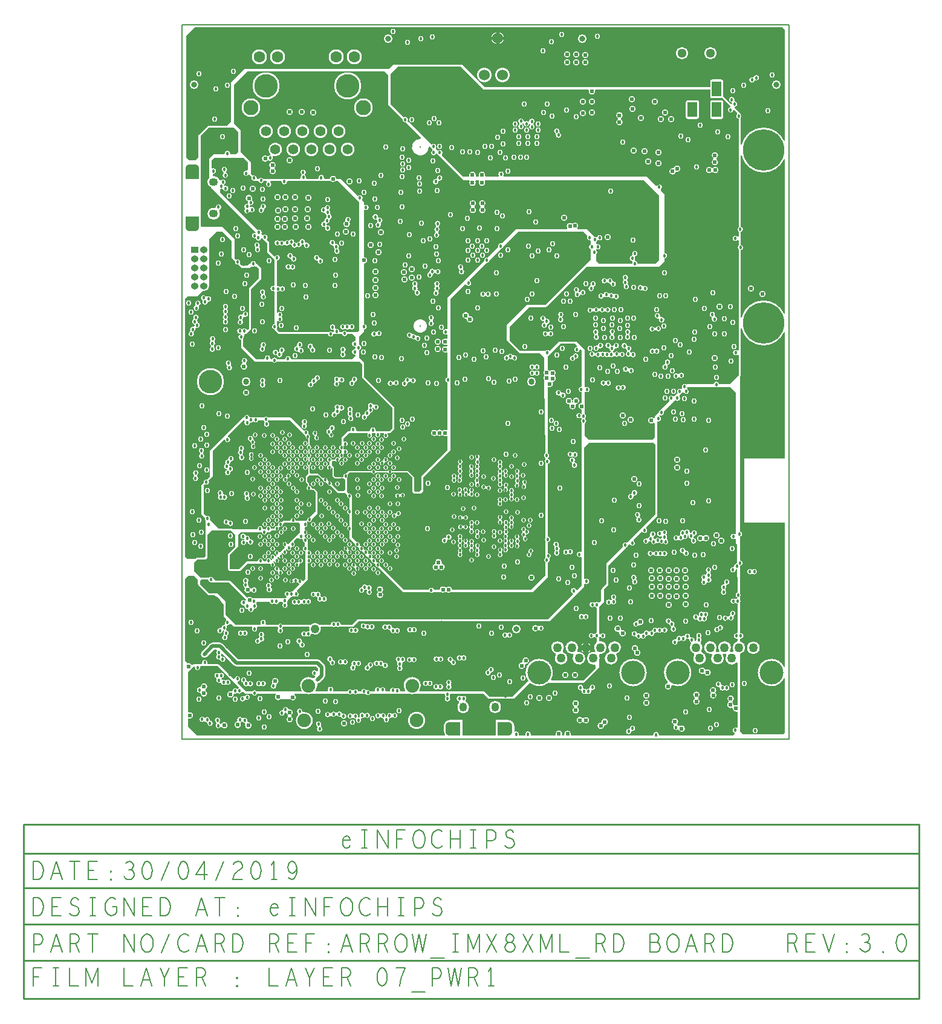
<source format=gbr>
G04 ================== begin FILE IDENTIFICATION RECORD ==================*
G04 Layout Name:  D:/ml/database/eI_Arrow_IMX8XML_RD_LAYOUT1.brd*
G04 Film Name:    L07.gbr*
G04 File Format:  Gerber RS274X*
G04 File Origin:  Cadence Allegro 17.2-S053*
G04 Origin Date:  Tue Jul 23 18:18:37 2019*
G04 *
G04 Layer:  DRAWING FORMAT/L7*
G04 Layer:  DRAWING FORMAT/FILM_LABEL_OUTLINE*
G04 Layer:  VIA CLASS/L7_PWR1*
G04 Layer:  PIN/L7_PWR1*
G04 Layer:  ETCH/L7_PWR1*
G04 Layer:  BOARD GEOMETRY/OUTLINE*
G04 *
G04 Offset:    (0.00 0.00)*
G04 Mirror:    No*
G04 Mode:      Positive*
G04 Rotation:  0*
G04 FullContactRelief:  No*
G04 UndefLineWidth:     5.00*
G04 ================== end FILE IDENTIFICATION RECORD ====================*
%FSLAX25Y25*MOIN*%
%IR0*IPPOS*OFA0.00000B0.00000*MIA0B0*SFA1.00000B1.00000*%
%ADD17C,.01*%
%AMMACRO30*
4,1,24,.0374,-.01722,
.0374,.04085,
-.0374,.04085,
-.0374,-.01722,
-.037042,-.021322,
-.035978,-.0253,
-.034239,-.029033,
-.031878,-.032406,
-.028967,-.035319,
-.025594,-.037682,
-.021863,-.039423,
-.017886,-.04049,
-.013784,-.04085,
-.01378,-.04085,
.01378,-.04085,
.017882,-.040491,
.021859,-.039424,
.025591,-.037684,
.028964,-.035321,
.031875,-.032409,
.034237,-.029036,
.035976,-.025303,
.037042,-.021326,
.0374,-.017224,
.0374,-.01722,
0.0*
%
%ADD30MACRO30*%
%AMMACRO27*
4,1,24,.01722,.0374,
-.04085,.0374,
-.04085,-.0374,
.01722,-.0374,
.021322,-.037042,
.0253,-.035978,
.029033,-.034239,
.032406,-.031878,
.035319,-.028967,
.037682,-.025594,
.039423,-.021863,
.04049,-.017886,
.04085,-.013784,
.04085,-.01378,
.04085,.01378,
.040491,.017882,
.039424,.021859,
.037684,.025591,
.035321,.028964,
.032409,.031875,
.029036,.034237,
.025303,.035976,
.021326,.037042,
.017224,.0374,
.01722,.0374,
0.0*
%
%ADD27MACRO27*%
%ADD18C,.05*%
%ADD12C,.032*%
%ADD34C,.024*%
%ADD15C,.06*%
%ADD14C,.051*%
%ADD24C,.034*%
%ADD33C,.018*%
%ADD21C,.063*%
%ADD23C,.055*%
%ADD20C,.083*%
%ADD31C,.048*%
%ADD32C,.0748*%
%ADD22C,.13*%
%ADD19C,.131*%
%ADD11O,.042X.038*%
%ADD10R,.042X.038*%
%ADD13R,.052X.083*%
%AMMACRO26*
4,1,24,-.01722,-.0374,
.04085,-.0374,
.04085,.0374,
-.01722,.0374,
-.021322,.037042,
-.0253,.035978,
-.029033,.034239,
-.032406,.031878,
-.035319,.028967,
-.037682,.025594,
-.039423,.021863,
-.04049,.017886,
-.04085,.013784,
-.04085,.01378,
-.04085,-.01378,
-.040491,-.017882,
-.039424,-.021859,
-.037684,-.025591,
-.035321,-.028964,
-.032409,-.031875,
-.029036,-.034237,
-.025303,-.035976,
-.021326,-.037042,
-.017224,-.0374,
-.01722,-.0374,
0.0*
%
%ADD26MACRO26*%
%AMMACRO29*
4,1,24,-.0374,.01722,
-.0374,-.04085,
.0374,-.04085,
.0374,.01722,
.037042,.021322,
.035978,.0253,
.034239,.029033,
.031878,.032406,
.028967,.035319,
.025594,.037682,
.021863,.039423,
.017886,.04049,
.013784,.04085,
.01378,.04085,
-.01378,.04085,
-.017882,.040491,
-.021859,.039424,
-.025591,.037684,
-.028964,.035321,
-.031875,.032409,
-.034237,.029036,
-.035976,.025303,
-.037042,.021326,
-.0374,.017224,
-.0374,.01722,
0.0*
%
%ADD29MACRO29*%
%ADD16C,.228*%
%ADD28O,.04921X.04331*%
%ADD25O,.04331X.04921*%
%ADD35C,.02*%
%ADD36C,.015*%
%ADD37C,.025*%
%ADD38C,.005*%
%ADD41C,.03004*%
%ADD56C,.05004*%
%ADD40C,.07004*%
%ADD48C,.02604*%
%ADD45C,.08004*%
%ADD49C,.0733*%
%ADD39C,.03604*%
%ADD44C,.08304*%
%ADD50C,.07504*%
%ADD42C,.04804*%
%ADD47C,.05804*%
%ADD43C,.06704*%
%ADD46C,.06804*%
%ADD53C,.09484*%
%ADD51C,.10304*%
%ADD52C,.15004*%
%ADD54C,.15104*%
%ADD55O,.06334X.06924*%
G75*
%LPD*%
G75*
G36*
G01X276502Y222644D02*
Y261633D01*
G02X277190Y261722I350J0D01*
G03X289190Y252452I12000J3132D01*
G03X300433Y259619I0J12402D01*
G02X301100Y259471I317J-148D01*
G01Y174961D01*
G02X300433Y174813I-350J0D01*
G03X289190Y181980I-11243J-5235D01*
G03X277190Y172710I0J-12402D01*
G02X276502Y172799I-338J89D01*
G01Y209634D01*
X276517D01*
G03Y212638I0J1502D01*
G01X276502D01*
Y219628D01*
X276651Y219649D01*
G03Y222623I-214J1487D01*
G01X276502Y222644D01*
G37*
G36*
G01Y140385D02*
Y166357D01*
G02X277190Y166446I350J0D01*
G03X289190Y157176I12000J3132D01*
G03X300433Y164343I0J12402D01*
G02X301100Y164195I317J-148D01*
G01Y94718D01*
X278484D01*
Y59714D01*
X301100D01*
Y-19653D01*
G02X300435Y-19806I-350J-1D01*
G03X293633Y-15535I-6802J-3281D01*
G03Y-30639I0J-7552D01*
G03X300435Y-26368I0J7552D01*
G02X301100Y-26521I315J-152D01*
G01Y-56000D01*
X300000Y-57100D01*
X277800D01*
X276200Y-55500D01*
Y-12767D01*
X276340Y-12739D01*
G03Y-5875I-700J3432D01*
G01X276200Y-5847D01*
Y-4728D01*
G02X276582Y-4380I350J0D01*
G03X276717Y-4386I134J1496D01*
G03Y-1382I0J1502D01*
G03X276582Y-1388I-1J-1502D01*
G02X276200Y-1040I-32J348D01*
G01Y15275D01*
G03Y17357I-1084J1041D01*
G01Y18659D01*
G03Y20541I-900J941D01*
G01Y35681D01*
X276356Y35698D01*
G03Y38684I-164J1493D01*
G01X276200Y38701D01*
Y51735D01*
X276327Y51771D01*
G03Y54661I-410J1445D01*
G01X276200Y54697D01*
Y140084D01*
X276502Y140385D01*
G37*
G36*
G01X289190Y277256D02*
G03X277190Y267986I0J-12402D01*
G02X276502Y268075I-338J89D01*
G01Y282659D01*
G03Y284537I-902J939D01*
G01Y284915D01*
X273299Y288117D01*
G02X273500Y288711I248J247D01*
G03X274802Y290200I-200J1489D01*
G03X273408Y291698I-1502J0D01*
G02X273106Y292171I25J349D01*
G03X273202Y292699I-1406J528D01*
G01Y292700D01*
G03X270198I-1502J0D01*
G03X271592Y291202I1502J0D01*
G02X271894Y290729I-25J-349D01*
G03X271811Y290400I1406J-530D01*
G02X271217Y290199I-347J47D01*
G01X267037Y294380D01*
G03X267038Y294416I-1001J46D01*
G01Y302716D01*
G03X266036Y303718I-1002J0D01*
G01X260836D01*
G03X259834Y302716I0J-1002D01*
G01Y299600D01*
X135600D01*
X123400Y311800D01*
X122816D01*
X122615Y312002D01*
X87285D01*
X87084Y311800D01*
X85100D01*
X83000Y309700D01*
X3400D01*
X-4200Y302100D01*
Y280400D01*
X-6300Y278300D01*
X-17000D01*
X-17099Y278202D01*
X-17115D01*
X-22102Y273215D01*
Y273199D01*
X-22200Y273100D01*
Y260800D01*
X-23800Y259200D01*
X-27300D01*
X-29000Y260900D01*
Y328000D01*
X-24500Y332500D01*
X299500D01*
X301100Y330900D01*
Y270237D01*
G02X300433Y270089I-350J0D01*
G03X289190Y277256I-11243J-5235D01*
G37*
G36*
G01X190084Y-27400D02*
X172391D01*
G02X172089Y-26875I1J350D01*
G03X173107Y-23089I-6534J3787D01*
G01Y-23087D01*
G03X158003I-7552J0D01*
G03X159495Y-27594I7553J0D01*
G01X159585Y-27715D01*
X150701Y-36598D01*
X138399D01*
X135400Y-33600D01*
X99696D01*
G02X99411Y-33047I0J350D01*
G03X100295Y-30290I-3858J2757D01*
G01Y-30289D01*
G03X90811I-4742J0D01*
G01Y-30290D01*
G03X91695Y-33047I4742J0D01*
G02X91410Y-33600I-285J-203D01*
G01X89303D01*
G02X88956Y-33211I1J350D01*
G03X88965Y-33045I-1493J164D01*
G03X87463Y-31543I-1502J0D01*
G01X87461D01*
G03X86490Y-31900I1J-1502D01*
G02X85999Y-31863I-227J266D01*
G03X84863Y-31343I-1136J-981D01*
G03X83361Y-32845I0J-1502D01*
G01Y-32847D01*
G03X83397Y-33173I1502J1D01*
G02X83056Y-33600I-341J-77D01*
G01X81034D01*
G02X80706Y-33127I0J350D01*
G03X80802Y-32600I-1406J528D01*
G03X79300Y-31098I-1502J0D01*
G03X78165Y-31617I1J-1502D01*
G02X77635I-265J229D01*
G03X76500Y-31098I-1136J-983D01*
G03X74998Y-32600I0J-1502D01*
G03X75094Y-33127I1502J1D01*
G02X74766Y-33600I-328J-123D01*
G01X72577D01*
G03X71200Y-32698I-1377J-600D01*
G01X71199D01*
G03X70616Y-32816I1J-1502D01*
G02X70183Y-32680I-137J322D01*
G03X68911Y-31976I-1272J-797D01*
G03X67410Y-33431I0J-1502D01*
G01X67405Y-33600D01*
X65840D01*
X65810Y-33462D01*
G03X64343Y-32281I-1467J-321D01*
G03X63166Y-32850I0J-1502D01*
G02X62617Y-32851I-275J217D01*
G03X61441Y-32283I-1176J-933D01*
G03X59974Y-33463I0J-1502D01*
G01X59944Y-33600D01*
X52154D01*
G02X51845Y-33086I0J350D01*
G03X52019Y-32384I-1329J702D01*
G03X49015I-1502J0D01*
G03X49189Y-33086I1503J0D01*
G02X48880Y-33600I-309J-164D01*
G01X42610D01*
G02X42325Y-33047I0J350D01*
G03X43209Y-30290I-3858J2757D01*
G01Y-30289D01*
G03X43143Y-29502I-4742J-1D01*
G02X43460Y-29095I345J58D01*
G03X44715Y-28515I-160J1995D01*
G01X47015Y-26215D01*
G03X47602Y-24800I-1415J1416D01*
G01Y-20000D01*
G03X47015Y-18585I-2002J-1D01*
G01X44815Y-16385D01*
G03X43400Y-15798I-1416J-1415D01*
G01X-371D01*
X-8985Y-7185D01*
G03X-10400Y-6598I-1416J-1415D01*
G01X-14599D01*
G03X-16014Y-7185I1J-2002D01*
G01X-20398Y-11569D01*
G03X-20984Y-12984I1415J-1415D01*
G03X-18983Y-14986I2002J0D01*
G03X-17568Y-14399I-1J2002D01*
G01X-13770Y-10602D01*
X-12348D01*
G02X-12071Y-11165I0J-350D01*
G03X-12385Y-12084I1188J-919D01*
G03X-12101Y-12962I1502J1D01*
G02X-12139Y-13416I-284J-205D01*
G03X-12585Y-14484I1056J-1068D01*
G03X-11083Y-15986I1502J0D01*
G03X-10748Y-15948I-1J1502D01*
G02X-10332Y-16197I78J-341D01*
G03X-8883Y-17303I1449J396D01*
G03Y-14299I0J1502D01*
G03X-9218Y-14337I1J-1502D01*
G02X-9634Y-14088I-78J341D01*
G03X-9865Y-13606I-1448J-398D01*
G02X-9827Y-13152I284J205D01*
G03X-9593Y-12854I-1055J1069D01*
G02X-9045Y-12785I301J-179D01*
G01X-2615Y-19215D01*
G03X-1200Y-19802I1416J1415D01*
G01X42571D01*
X43598Y-20829D01*
Y-22146D01*
G02X42975Y-22364I-350J0D01*
G03X41800Y-21798I-1175J-937D01*
G03Y-24802I0J-1502D01*
G03X41903Y-24798I-7J1502D01*
G02X42174Y-25395I24J-349D01*
G01X41885Y-25685D01*
G03X41529Y-26168I1415J-1415D01*
G02X41030Y-26299I-310J163D01*
G03X38468Y-25547I-2563J-3990D01*
G01X38467D01*
G03X33725Y-30289I0J-4742D01*
G01Y-30290D01*
G03X34609Y-33047I4742J0D01*
G02X34324Y-33600I-285J-203D01*
G01X9954D01*
G03X7280I-1337J-684D01*
G01X4100D01*
X-813Y-28687D01*
G02X-607Y-28092I247J248D01*
G03X719Y-26600I-176J1492D01*
G03X-783Y-25098I-1502J0D01*
G03X-2275Y-26424I0J-1502D01*
G02X-2870Y-26630I-347J41D01*
G01X-10600Y-18900D01*
X-11084D01*
X-11385Y-18598D01*
X-17066D01*
G02X-17393Y-18126I1J350D01*
G03X-17298Y-17601I-1407J526D01*
G01Y-17600D01*
G03X-20302I-1502J0D01*
G01Y-17601D01*
G03X-20207Y-18126I1502J1D01*
G02X-20534Y-18598I-328J-122D01*
G01X-25115D01*
X-25416Y-18900D01*
X-25985D01*
G03X-27600Y-17898I-1615J-801D01*
G01X-27602D01*
G03X-28102Y-17969I1J-1802D01*
G01X-28202Y-17998D01*
X-29800Y-16400D01*
Y28600D01*
X-28100Y30300D01*
X-24600D01*
X-22600Y28300D01*
Y25900D01*
X-22402Y25701D01*
Y25185D01*
X-16915Y19698D01*
X-16399D01*
X-16300Y19600D01*
X-13400D01*
X-8500Y14700D01*
Y7800D01*
X-6924Y6224D01*
G02X-6988Y5679I-248J-247D01*
G03X-7702Y4400I789J-1279D01*
G03X-7527Y3697I1502J1D01*
G02X-7886Y3187I-309J-164D01*
G03X-8100Y3202I-212J-1487D01*
G03X-9600Y1778I0J-1502D01*
G02X-10035Y1457I-349J18D01*
G03X-10400Y1502I-365J-1458D01*
G03Y-1502I0J-1502D01*
G03X-8900Y-78I0J1502D01*
G02X-8465Y243I349J-18D01*
G03X-8299Y211I367J1457D01*
G02X-8097Y-382I-46J-347D01*
G03X-8533Y-1440I1066J-1058D01*
G01Y-1441D01*
G03X-8403Y-2052I1501J0D01*
G02X-8548Y-2498I-320J-143D01*
G03X-9302Y-3800I747J-1302D01*
G03X-6298I1502J0D01*
G03X-6428Y-3189I-1501J0D01*
G02X-6283Y-2743I320J143D01*
G03X-5529Y-1441I-747J1302D01*
G03X-6832Y48I-1502J0D01*
G02X-7034Y641I46J347D01*
G03X-6598Y1699I-1066J1058D01*
G01Y1700D01*
G03X-6773Y2403I-1502J-1D01*
G02X-6414Y2913I309J164D01*
G03X-6200Y2898I212J1487D01*
G03X-4921Y3612I0J1503D01*
G02X-4376Y3676I298J-184D01*
G01X-2900Y2200D01*
X-2116D01*
X-2115Y2198D01*
X7066D01*
G02X7368Y1672I0J-350D01*
G03X7162Y913I1295J-759D01*
G03X10166I1502J0D01*
G03X9960Y1672I-1501J0D01*
G02X10262Y2198I302J176D01*
G01X21324D01*
X21357Y2064D01*
G03X21673Y1443I1460J352D01*
G02Y989I-267J-227D01*
G03X21315Y16I1143J-973D01*
G03X24319I1502J0D01*
G03X23961Y989I-1501J0D01*
G02Y1443I267J227D01*
G03X24277Y2064I-1144J973D01*
G01X24310Y2198D01*
X38526D01*
G02X38866Y1767I0J-350D01*
G03X38777Y1017I3113J-750D01*
G01Y1016D01*
G03X38909Y106I3202J0D01*
G02X38514Y-339I-335J-100D01*
G03X38259Y-317I-256J-1480D01*
G03X37286Y-675I0J-1501D01*
G02X36832I-227J267D01*
G03X35859Y-317I-973J-1143D01*
G03Y-3321I0J-1502D01*
G03X36832Y-2963I0J1501D01*
G02X37286I227J-267D01*
G03X38259Y-3321I973J1143D01*
G03X39754Y-1965I0J1502D01*
G02X40287Y-1702I348J-34D01*
G03X41977Y-2185I1691J2719D01*
G01X41979D01*
G03X45181Y1017I0J3202D01*
G01Y1018D01*
G03X45092Y1767I-3202J-1D01*
G02X45432Y2198I340J81D01*
G01X51339D01*
G03X52161Y1953I822J1257D01*
G01X52163D01*
G03X52985Y2198I0J1502D01*
G01X53739D01*
G03X54561Y1953I822J1257D01*
G01X54563D01*
G03X55385Y2198I0J1502D01*
G01X62915D01*
X62916Y2200D01*
X63200D01*
X66099Y5098D01*
X170715D01*
X170916Y5300D01*
X171500D01*
X190400Y24200D01*
Y25511D01*
G02X190929Y25811I350J-1D01*
G03X191700Y25598I771J1289D01*
G03Y28602I0J1502D01*
G03X190929Y28389I0J-1502D01*
G02X190400Y28689I-179J301D01*
G01Y100800D01*
X193000Y103400D01*
X228500D01*
X229698Y102201D01*
Y64099D01*
X213962Y48362D01*
X213843Y48443D01*
G03X213000Y48702I-843J-1242D01*
G03X211498Y47200I0J-1502D01*
G03X211757Y46357I1501J0D01*
G01X211838Y46238D01*
X202720Y37120D01*
Y36636D01*
X202524Y36440D01*
Y30510D01*
X202538Y30495D01*
Y25575D01*
X200384Y23420D01*
Y23104D01*
X199740Y22460D01*
Y16490D01*
X198699Y15449D01*
G02X198218Y15436I-247J248D01*
G03X197217Y15818I-1001J-1121D01*
G03X196244Y15460I0J-1501D01*
G02X195790I-227J267D01*
G03X194817Y15818I-973J-1143D01*
G03Y12814I0J-1502D01*
G03X195790Y13172I0J1501D01*
G02X196244I227J-267D01*
G03X197071Y12821I973J1144D01*
G01X197136Y12815D01*
X197300Y12642D01*
Y-1148D01*
X197161Y-1177D01*
G03X196192Y-1853I306J-1470D01*
G02X195616Y-1879I-297J185D01*
G03X194417Y-1282I-1199J-906D01*
G03Y-4286I0J-1502D01*
G03X195692Y-3578I0J1502D01*
G02X196268Y-3552I297J-185D01*
G03X197161Y-4117I1198J906D01*
G01X197300Y-4146D01*
Y-6429D01*
G03X195793Y-9307I1995J-2878D01*
G01Y-9309D01*
G03X196466Y-11372I3502J1D01*
G01X196500Y-11418D01*
Y-11840D01*
X196302D01*
X196279Y-11834D01*
G03X195360Y-11711I-920J-3379D01*
G01X195358D01*
G03Y-18715I0J-3502D01*
G03X196078Y-18640I-1J3502D01*
G02X196500Y-18982I72J-343D01*
G01Y-20984D01*
X190084Y-27400D01*
G37*
G36*
G01X7256Y18000D02*
G03X4596Y18241I-1439J-1084D01*
G02X4354Y18246I-118J129D01*
G01X-5000Y27600D01*
X-12800D01*
X-14290Y29090D01*
G03X-16523Y29300I-1210J-890D01*
G01X-21200D01*
X-24700Y32800D01*
Y37500D01*
X-23100Y39100D01*
X-18500D01*
X-17500Y40100D01*
Y52800D01*
X-15000Y55300D01*
X-4200D01*
X-1900Y53000D01*
Y46316D01*
X-6102Y42115D01*
Y33885D01*
X-5115Y32898D01*
X315D01*
X316Y32900D01*
X700D01*
X4800Y37000D01*
X17095D01*
G02X17439Y36584I0J-350D01*
G03X19229Y37533I1278J-248D01*
G02X19119Y38102I137J322D01*
G01X19142Y38126D01*
G02X19708Y38025I248J-247D01*
G03X21435Y39751I1183J543D01*
G02X21333Y40317I145J318D01*
G01X21475Y40459D01*
G02X22039Y40361I248J-248D01*
G03X23772Y42094I1178J555D01*
G02X23674Y42658I150J317D01*
G01X23943Y42926D01*
X24096Y42773D01*
X24109Y42734D01*
G03X25953Y44295I1236J410D01*
G02X25869Y44852I163J309D01*
G01X25880Y44863D01*
G02X26434Y44785I248J-247D01*
G03X28824Y45776I1139J631D01*
G02X29248Y46211I337J96D01*
G03X30232Y48595I325J1261D01*
G02X30161Y49144I177J302D01*
G01X31833Y50816D01*
X33284D01*
X33400Y50700D01*
X33976D01*
X33993Y50696D01*
G03X34515I261J1276D01*
G01X34532Y50700D01*
X34900D01*
X35326Y50274D01*
X35299Y50175D01*
G03X36264Y48559I1255J-347D01*
G01X36400Y48528D01*
Y46425D01*
X36255Y46399D01*
G03X36343Y43822I226J-1282D01*
G01X36500Y43806D01*
Y28500D01*
X35346Y27346D01*
G02X34764Y27493I-247J248D01*
G03X32881Y28254I-1247J-375D01*
G02X32412Y28378I-170J306D01*
G03X30254Y28476I-1112J-678D01*
G02X29796Y28382I-281J208D01*
G03X30184Y26483I-658J-1124D01*
G02X30642Y26577I281J-208D01*
G03X31936Y26564I658J1123D01*
G02X32405Y26440I170J-306D01*
G03X33142Y25871I1112J678D01*
G02X33289Y25289I-101J-335D01*
G01X29556Y21556D01*
X29461Y21578D01*
G03X28176Y21287I-344J-1462D01*
G02X27720Y21303I-219J273D01*
G03X26127Y18812I-1020J-1103D01*
G02X26241Y18241I-134J-324D01*
G01X26000Y18000D01*
X7256D01*
G37*
G36*
G01X-4700Y33900D02*
X-5100Y34300D01*
Y41700D01*
X-300Y46500D01*
Y52800D01*
X1100Y54200D01*
X12789D01*
X12803Y54040D01*
G03X15397I1297J113D01*
G01X15411Y54200D01*
X17201D01*
X18101Y55100D01*
X20492D01*
X20515Y55123D01*
X20607Y55104D01*
G03X22144Y56641I261J1276D01*
G01X22125Y56733D01*
X22725Y57333D01*
X22812Y57320D01*
G03X24294Y58802I195J1287D01*
G01X24281Y58889D01*
X25108Y59716D01*
X29173D01*
G03X30505I666J1119D01*
G01X33017D01*
X33717Y59016D01*
Y54116D01*
X27225Y47624D01*
G02X26631Y47817I-248J247D01*
G03X25144Y46330I-1286J-201D01*
G02X25337Y45736I-54J-346D01*
G01X22747Y43146D01*
G02X22164Y43293I-248J248D01*
G03X20541Y41670I-1246J-377D01*
G02X20687Y41087I-101J-335D01*
G01X20505Y40905D01*
G02X19920Y41060I-248J247D01*
G03X18320Y39460I-1256J-344D01*
G02X18475Y38875I-92J-337D01*
G01X18314Y38714D01*
G02X17721Y38904I-248J247D01*
G03X15135Y38658I-1284J-214D01*
G02X14786Y38300I-350J-8D01*
G01X13622D01*
G02X13272Y38632I0J350D01*
G03X10672I-1300J-69D01*
G02X10322Y38300I-350J18D01*
G01X4300D01*
X-100Y33900D01*
X-4700D01*
G37*
G36*
G01X16202Y115900D02*
X28400D01*
X36803Y107497D01*
X36772Y107397D01*
G03X36715Y107016I1245J-381D01*
G03X38017Y105714I1302J0D01*
G01X38043D01*
G02X38400Y105364I7J-350D01*
G01Y102263D01*
X38282Y102222D01*
G03Y99762I426J-1230D01*
G01X38400Y99721D01*
Y97778D01*
X38282Y97737D01*
G03Y95277I426J-1230D01*
G01X38400Y95236D01*
Y93349D01*
X38282Y93308D01*
G03Y90848I426J-1230D01*
G01X38400Y90807D01*
Y86500D01*
X37000Y85100D01*
Y81900D01*
X38000Y80900D01*
Y79776D01*
G03X37355Y78652I657J-1124D01*
G03X38657Y77350I1302J0D01*
G03X39576Y77730I0J1301D01*
G02X40071Y77729I247J-248D01*
G01X40300Y77500D01*
X41400D01*
X42400Y76500D01*
Y65900D01*
X38878Y62375D01*
X38814Y62370D01*
G03X37613Y61169I97J-1298D01*
G01X37608Y61104D01*
X37104Y60600D01*
X31487D01*
G02X31138Y60926I0J350D01*
G03X28540I-1299J-91D01*
G02X28191Y60600I-349J24D01*
G01X24300D01*
X23512Y59812D01*
X23410Y59845D01*
G03X23007Y59909I-403J-1237D01*
G03X21705Y58607I0J-1302D01*
G03X21769Y58204I1301J0D01*
G01X21802Y58102D01*
X21309Y57609D01*
X21211Y57636D01*
G03X20868Y57682I-343J-1256D01*
G03X19569Y56464I0J-1302D01*
G01X19558Y56300D01*
X17730D01*
X17719Y56464D01*
G03X16420Y57682I-1299J-84D01*
G03X15118Y56380I0J-1302D01*
G03X15131Y56199I1302J3D01*
G02X14784Y55800I-347J-49D01*
G01X13401D01*
G02X13054Y56199I0J350D01*
G03X13067Y56380I-1289J184D01*
G03X10463I-1302J0D01*
G03X10476Y56199I1302J3D01*
G02X10129Y55800I-347J-49D01*
G01X-3284D01*
X-3785Y56302D01*
X-10968D01*
X-15904Y61237D01*
X-15871Y61338D01*
G03X-15798Y61800I-1429J463D01*
G03X-17300Y63302I-1502J0D01*
G03X-17762Y63229I1J-1502D01*
G01X-17863Y63196D01*
X-19283Y64616D01*
Y80200D01*
X-18796Y80687D01*
X-18679Y80616D01*
G03X-17900Y80398I779J1283D01*
G03X-16398Y81900I0J1502D01*
G03X-16616Y82679I-1501J0D01*
G01X-16687Y82796D01*
X-14300Y85183D01*
Y99200D01*
X-8287Y105213D01*
G02X-7695Y105026I247J-248D01*
G03X-6216Y103784I1479J260D01*
G03X-4714Y105286I0J1502D01*
G03X-5956Y106765I-1502J0D01*
G02X-6143Y107357I61J345D01*
G01X2400Y115900D01*
X2910D01*
G02X3211Y115371I0J-350D01*
G03X2998Y114600I1289J-771D01*
G03X4500Y113098I1502J0D01*
G03X5980Y114346I0J1502D01*
G02X6396Y114629I345J-60D01*
G03X6700Y114598I304J1471D01*
G03X7795Y115072I0J1502D01*
G02X8286Y115090I255J-240D01*
G03X9298Y114698I1012J1110D01*
G03X10738Y115775I0J1501D01*
G01X10776Y115900D01*
X13496D01*
G03X14072Y115268I1352J654D01*
G02X14160Y114745I-181J-299D01*
G03X13815Y113787I1158J-958D01*
G03X16819I1502J0D01*
G03X16094Y115072I-1501J0D01*
G02X16006Y115595I181J299D01*
G03X16202Y115900I-1156J959D01*
G37*
G36*
G01X4500Y308200D02*
X80100D01*
X82200Y306100D01*
Y289900D01*
X90222Y281878D01*
X90210Y281793D01*
G03X90198Y281600I1490J-190D01*
G03X91700Y280098I1502J0D01*
G03X91893Y280110I3J1502D01*
G01X91978Y280122D01*
X100429Y271671D01*
G02X100170Y271074I-247J-247D01*
G03X104662Y266582I-153J-4645D01*
G02X105259Y266841I350J11D01*
G01X106190Y265910D01*
X106198Y265900D01*
G03X106500Y265598I1202J900D01*
G01X106510Y265590D01*
X106804Y265296D01*
G02X106716Y264737I-248J-247D01*
G03X105898Y263400I684J-1337D01*
G03X107400Y261898I1502J0D01*
G03X108737Y262716I0J1502D01*
G02X109296Y262804I312J-160D01*
G01X109590Y262510D01*
X109598Y262500D01*
G03X109900Y262198I1202J900D01*
G01X109910Y262190D01*
X123800Y248300D01*
X126971D01*
G02X127269Y247766I0J-350D01*
G03X126998Y246816I1530J-950D01*
G03X130602I1802J0D01*
G03X130331Y247766I-1801J0D01*
G02X130629Y248300I298J184D01*
G01X132171D01*
G02X132469Y247766I0J-350D01*
G03X132198Y246816I1530J-950D01*
G03X135802I1802J0D01*
G03X135531Y247766I-1801J0D01*
G02X135829Y248300I298J184D01*
G01X223400D01*
X231800Y239900D01*
Y205300D01*
X231700D01*
Y204100D01*
X229700Y202100D01*
X219802D01*
Y202278D01*
Y202300D01*
G03X218450Y203794I-1501J0D01*
G02X218186Y204324I35J348D01*
G03X218402Y205100I-1286J776D01*
G03X218229Y205800I-1503J0D01*
G02X218493Y206310I309J163D01*
G03X219802Y207800I-194J1490D01*
G03X216798I-1502J0D01*
G03X216971Y207100I1503J0D01*
G02X216707Y206590I-309J-163D01*
G03X215398Y205100I194J-1490D01*
G03X216750Y203606I1501J0D01*
G02X217014Y203076I-35J-348D01*
G03X216798Y202300I1286J-776D01*
G01Y202100D01*
X198600D01*
X196900Y203800D01*
Y207229D01*
G03Y209771I-800J1271D01*
G01Y210040D01*
G02X197161Y210192I175J0D01*
G03X197900Y209998I738J1308D01*
G03Y213002I0J1502D01*
G03X197373Y212906I1J-1502D01*
G02X196900Y213234I-123J328D01*
G01Y214071D01*
G03X197652Y215016I-700J1329D01*
G02X198172Y215225I338J-90D01*
G03X198950Y215008I778J1286D01*
G03Y218012I0J1502D01*
G03X197498Y216894I0J-1502D01*
G02X196978Y216685I-338J90D01*
G03X196466Y216878I-777J-1285D01*
G01X196412Y216888D01*
X192100Y221200D01*
X186793D01*
G02X186550Y221802I0J350D01*
G03X187102Y223100I-1250J1298D01*
G03X185300Y224902I-1802J0D01*
G03X183979Y224325I0J-1801D01*
G02X183731Y224316I-128J119D01*
G03X182500Y224802I-1231J-1316D01*
G03X180698Y223000I0J-1802D01*
G03X181169Y221786I1802J1D01*
G02X180910Y221200I-259J-236D01*
G01X152700D01*
X144915Y213415D01*
X144816Y213443D01*
G03X144400Y213502I-417J-1443D01*
G03X142898Y212000I0J-1502D01*
G03X142957Y211584I1502J1D01*
G01X142985Y211485D01*
X137161Y205661D01*
X137071Y205677D01*
G03X136800Y205702I-273J-1477D01*
G03X135298Y204200I0J-1502D01*
G03X135323Y203929I1502J2D01*
G01X135339Y203839D01*
X115100Y183600D01*
Y166345D01*
G02X114589Y166034I-350J0D01*
G03X113900Y166202I-690J-1334D01*
G03Y163198I0J-1502D01*
G03X114589Y163366I-1J1502D01*
G02X115100Y163055I161J-311D01*
G01Y161019D01*
G02X114563Y160723I-350J0D01*
G03X113600Y161002I-963J-1522D01*
G03Y157398I0J-1802D01*
G03X114563Y157677I0J1801D01*
G02X115100Y157381I187J-296D01*
G01Y156904D01*
G02X114582Y156597I-350J0D01*
G03X113717Y156818I-865J-1582D01*
G03Y153214I0J-1802D01*
G03X114582Y153435I0J1803D01*
G02X115100Y153128I168J-307D01*
G01Y139667D01*
X114961Y139638D01*
G03Y136696I305J-1471D01*
G01X115100Y136667D01*
Y110719D01*
G02X114563Y110423I-350J0D01*
G03X113600Y110702I-963J-1522D01*
G03X112401Y110246I-1J-1802D01*
G02X111916Y110265I-233J261D01*
G03X110617Y110818I-1299J-1249D01*
G03X109388Y110334I0J-1802D01*
G02X108914Y110332I-238J256D01*
G03X107700Y110802I-1214J-1333D01*
G03Y107198I0J-1802D01*
G03X108929Y107682I0J1802D01*
G02X109403Y107684I238J-256D01*
G03X110617Y107214I1214J1333D01*
G03X111816Y107670I1J1802D01*
G02X112301Y107651I233J-261D01*
G03X113600Y107098I1299J1249D01*
G03X114563Y107377I0J1801D01*
G02X115100Y107081I187J-296D01*
G01Y99600D01*
X100700Y85200D01*
Y77816D01*
X99500Y76616D01*
X97284D01*
X96700Y77200D01*
Y84600D01*
X93300Y88000D01*
X84480D01*
X84433Y88102D01*
G03X82065I-1184J-542D01*
G01X82018Y88000D01*
X75546D01*
X75499Y88102D01*
G03X73131I-1184J-542D01*
G01X73084Y88000D01*
X60700D01*
X59131Y86431D01*
X59043Y86444D01*
G03X58851Y86458I-190J-1288D01*
G03X57549Y85156I0J-1302D01*
G03X57563Y84964I1302J-2D01*
G01X57576Y84876D01*
X57316Y84616D01*
X53217D01*
X52466Y85366D01*
Y89851D01*
X51217Y91100D01*
Y92917D01*
X51700Y93400D01*
X53373D01*
G03X54319Y92993I946J896D01*
G03X55620Y94253I0J1302D01*
G01X55623Y94323D01*
X56468Y95168D01*
X56538Y95169D01*
G03X57811Y96471I-29J1302D01*
G03X57625Y97142I-1303J0D01*
G01X57600Y97183D01*
Y97507D01*
G02X57894Y97635I175J0D01*
G03X58777Y97290I883J957D01*
G03Y99894I0J1302D01*
G03X58125Y99719I0J-1302D01*
G02X57600Y100022I-175J303D01*
G01Y100157D01*
X57623Y100198D01*
G03X57798Y100849I-1127J652D01*
G03X57623Y101500I-1302J-1D01*
G01X57600Y101541D01*
Y101909D01*
G02X57891Y102040I175J0D01*
G03X58753Y101714I862J977D01*
G03Y104318I0J1302D01*
G03X58120Y104154I0J-1302D01*
G02X57600Y104460I-170J306D01*
G01Y105916D01*
X60600Y108916D01*
X70841D01*
G02X71111Y108344I0J-350D01*
G03X70814Y107516I1006J-828D01*
G03X73418I1302J0D01*
G03X73121Y108344I-1303J0D01*
G02X73391Y108916I270J222D01*
G01X75098D01*
G02X75410Y108407I0J-350D01*
G03X75268Y107816I1159J-591D01*
G03X77872I1302J0D01*
G03X77730Y108407I-1301J0D01*
G02X78042Y108916I312J159D01*
G01X79838D01*
G02X80089Y108322I0J-350D01*
G03X79722Y107416I935J-906D01*
G03X82326I1302J0D01*
G03X81959Y108322I-1302J0D01*
G02X82210Y108916I251J244D01*
G01X83317D01*
X85617Y111216D01*
Y123183D01*
X68817Y139983D01*
Y147800D01*
X66300Y150317D01*
Y154535D01*
X66427Y154571D01*
G03Y157461I-410J1445D01*
G01X66300Y157497D01*
Y162300D01*
X68817Y164817D01*
Y165723D01*
G02X68993Y165898I175J0D01*
G01X69000D01*
G03Y168902I0J1502D01*
G01X68993D01*
G02X68817Y169077I-1J175D01*
G01Y202123D01*
G02X68990Y202298I175J0D01*
G03Y205902I-23J1802D01*
G02X68817Y206077I2J175D01*
G01Y231610D01*
G02X69346Y231911I350J0D01*
G03X70117Y231698I771J1289D01*
G03Y234702I0J1502D01*
G03X69346Y234489I0J-1502D01*
G02X68817Y234790I-179J301D01*
G01Y236216D01*
X67852Y237181D01*
G02X67853Y237429I124J124D01*
G03X68302Y238500I-1053J1071D01*
G03X66800Y240002I-1502J0D01*
G03X65729Y239553I0J-1502D01*
G02X65481Y239552I-124J123D01*
G01X56017Y249016D01*
X53707D01*
X53685Y249167D01*
G03X50117I-1784J-251D01*
G01X50095Y249016D01*
X47236D01*
G02X46892Y249432I0J350D01*
G03X46919Y249714I-1475J284D01*
G03X43915I-1502J0D01*
G03X43942Y249432I1502J2D01*
G02X43598Y249016I-344J-66D01*
G01X37313D01*
G02X36974Y249451I0J350D01*
G03X37019Y249816I-1458J365D01*
G03X36458Y250987I-1503J0D01*
G02X36439Y251516I219J273D01*
G03X36919Y252616I-1022J1101D01*
G03X33915I-1502J0D01*
G03X34476Y251445I1503J0D01*
G02X34495Y250916I-219J-273D01*
G03X34015Y249816I1022J-1101D01*
G03X34060Y249451I1503J0D01*
G02X33721Y249016I-339J-85D01*
G01X13419D01*
G03X11015I-1202J-899D01*
G01X10170D01*
G02X9820Y249375I0J350D01*
G03X9821Y249416I-1501J57D01*
G03X8319Y250918I-1502J0D01*
G03X7747Y250805I0J-1502D01*
G01X7639Y250761D01*
X6600Y251800D01*
Y258200D01*
X1100Y263700D01*
Y275900D01*
X-2700Y279700D01*
Y301000D01*
X4500Y308200D01*
G37*
G36*
G01X93812Y-34700D02*
G03X95553Y-35031I1741J4411D01*
G03X97294Y-34700I0J4742D01*
G01X113154D01*
G02X113503Y-35078I0J-350D01*
G03X113498Y-35200I1497J-122D01*
G03X113856Y-36173I1501J0D01*
G02Y-36627I-267J-227D01*
G03X113498Y-37600I1143J-973D01*
G03X116502I1502J0D01*
G03X116144Y-36627I-1501J0D01*
G02Y-36173I267J227D01*
G03X116502Y-35200I-1143J973D01*
G03X116497Y-35078I-1502J0D01*
G02X116846Y-34700I349J28D01*
G01X134900D01*
X137800Y-37600D01*
X151600D01*
X160300Y-28900D01*
X160734D01*
X160782Y-28939D01*
G03X165555Y-30639I4773J5852D01*
G03X170376Y-28900I0J7552D01*
G01X190000D01*
X198600Y-20300D01*
Y-16537D01*
G03X198860Y-15213I-3241J1324D01*
G03X198613Y-13922I-3502J-1D01*
G01X198612Y-13920D01*
X198600Y-13888D01*
Y-13143D01*
G02X198981Y-12795I350J-1D01*
G03X199293Y-12809I313J3488D01*
G01X199295D01*
G03Y-5805I0J3502D01*
G01X199293D01*
G03X198981Y-5819I1J-3502D01*
G02X198600Y-5471I-31J349D01*
G01Y-3633D01*
G03X198719Y-3477I-1132J987D01*
G02X199320Y-3506I292J-193D01*
G03X200645Y-4301I1325J707D01*
G03Y-1297I0J1502D01*
G03X199393Y-1969I0J-1502D01*
G02X198792Y-1940I-292J193D01*
G03X198600Y-1661I-1325J-707D01*
G01Y13190D01*
X201390Y15980D01*
Y19160D01*
X201385Y19165D01*
Y23005D01*
X203540Y25160D01*
Y30910D01*
X203525Y30925D01*
Y36025D01*
X213212Y45712D01*
X213266Y45722D01*
G03X214478Y46934I-266J1478D01*
G01X214488Y46988D01*
X215043Y47543D01*
G02X215598Y47464I248J-247D01*
G03X216915Y46683I1317J720D01*
G03X218417Y48185I0J1502D01*
G03X217636Y49502I-1501J0D01*
G02X217557Y50057I168J307D01*
G01X221915Y54415D01*
G02X222453Y54363I248J-247D01*
G03X223700Y53698I1247J837D01*
G03X225202Y55200I0J1502D01*
G03X224537Y56447I-1502J0D01*
G02X224485Y56985I195J290D01*
G01X230700Y63200D01*
Y114968D01*
G02X231101Y115314I350J0D01*
G03X231319Y115298I219J1486D01*
G01X231320D01*
G03X232822Y116800I0J1502D01*
G03X232098Y118085I-1502J0D01*
G02X232032Y118632I181J299D01*
G01X232178Y118778D01*
X232288Y118729D01*
G03X232900Y118598I613J1371D01*
G03X234402Y120100I0J1502D01*
G03X234271Y120712I-1502J-1D01*
G01X234222Y120822D01*
X240344Y126944D01*
G02X240820Y126962I248J-247D01*
G03X241800Y126598I980J1137D01*
G03X243302Y128100I0J1502D01*
G03X242938Y129080I-1501J0D01*
G02X242956Y129556I265J228D01*
G01X244604Y131204D01*
G02X245163Y131116I247J-248D01*
G03X246500Y130298I1337J684D01*
G03X248002Y131800I0J1502D01*
G03X247184Y133137I-1502J0D01*
G02X247096Y133696I160J312D01*
G01X247700Y134300D01*
X262655D01*
G03X263199Y134198I544J1400D01*
G01X263201D01*
G03X263745Y134300I0J1502D01*
G01X270900D01*
X274000Y131200D01*
Y53381D01*
G02X273436Y53104I-350J0D01*
G03X272517Y53418I-919J-1188D01*
G03Y50414I0J-1502D01*
G03X273436Y50728I0J1502D01*
G02X274000Y50451I214J-277D01*
G01Y48000D01*
X274600Y47400D01*
X274700D01*
Y37364D01*
X274699Y37355D01*
G03X274695Y37311I1494J-158D01*
G02X274374Y36990I-349J28D01*
G03X272992Y35493I120J-1497D01*
G03X272997Y35365I1502J-5D01*
G02X272602Y34988I-349J-30D01*
G03X272400Y35002I-205J-1488D01*
G03X273902Y33500I0J-1502D01*
G03X273897Y33628I-1502J5D01*
G02X274292Y34005I349J30D01*
G03X274377Y33996I201J1488D01*
G02X274700Y33647I-27J-349D01*
G01Y29800D01*
X274900Y29600D01*
X275000D01*
Y21078D01*
X274875Y21040D01*
G03Y18160I424J-1440D01*
G01X275000Y18122D01*
Y17821D01*
X274855Y17795D01*
G03X274063Y17386I262J-1479D01*
G02X273571I-246J249D01*
G03X272517Y17818I-1054J-1070D01*
G03Y14814I0J-1502D01*
G03X273571Y15246I0J1502D01*
G02X274063I246J-249D01*
G03X274855Y14837I1054J1070D01*
G01X275000Y14811D01*
Y-1116D01*
G02X274587Y-1460I-350J0D01*
G03X274317Y-1436I-267J-1478D01*
G03Y-4440I0J-1502D01*
G03X274587Y-4416I3J1502D01*
G02X275000Y-4760I63J-344D01*
G01Y-5861D01*
X274864Y-5892D01*
G03X272139Y-9307I777J-3415D01*
G03X272719Y-11237I3501J0D01*
G02X272361Y-11773I-292J-192D01*
G03X271705Y-11711I-656J-3440D01*
G01X271703D01*
G03X271047Y-11773I0J-3502D01*
G02X270689Y-11237I-66J344D01*
G03X271269Y-9307I-2921J1930D01*
G03X264265I-3502J0D01*
G03X264845Y-11237I3501J0D01*
G02X264487Y-11773I-292J-192D01*
G03X263831Y-11711I-656J-3440D01*
G01X263829D01*
G03X263173Y-11773I0J-3502D01*
G02X262815Y-11237I-66J344D01*
G03X263395Y-9307I-2921J1930D01*
G03X259893Y-12809I-3502J0D01*
G01X259895D01*
G03X260550Y-12747I-1J3502D01*
G02X260908Y-13283I66J-344D01*
G03X260328Y-15213I2921J-1930D01*
G03X267332I3502J0D01*
G03X266752Y-13283I-3501J0D01*
G02X267110Y-12747I292J192D01*
G03X267766Y-12809I656J3440D01*
G01X267768D01*
G03X268424Y-12747I0J3502D01*
G02X268782Y-13283I66J-344D01*
G03X268202Y-15213I2921J-1930D01*
G03X271704Y-18715I3502J0D01*
G03X274382Y-17469I0J3501D01*
G02X275000Y-17694I268J-225D01*
G01Y-40842D01*
G02X274550Y-41177I-350J1D01*
G03X274037Y-41102I-514J-1727D01*
G03X273224Y-41296I0J-1802D01*
G02X272717Y-40967I-157J313D01*
G03X272719Y-40884I-1800J85D01*
G03X272101Y-39525I-1803J0D01*
G02X272133Y-38972I229J264D01*
G03X272919Y-37484I-1015J1488D01*
G03X269315I-1802J0D01*
G03X269933Y-38843I1803J0D01*
G02X269901Y-39396I-229J-264D01*
G03X269115Y-40884I1015J-1488D01*
G03X270917Y-42686I1802J0D01*
G03X271730Y-42492I0J1802D01*
G02X272237Y-42821I157J-313D01*
G03X272235Y-42904I1800J-85D01*
G03X274037Y-44706I1802J0D01*
G03X274550Y-44631I-1J1802D01*
G02X275000Y-44966I100J-336D01*
G01Y-53285D01*
G02X274474Y-53587I-350J1D01*
G03X273717Y-53382I-757J-1297D01*
G03X272215Y-54884I0J-1502D01*
G03X273262Y-56315I1501J0D01*
G02X273404Y-56896I-106J-334D01*
G01X272400Y-57900D01*
X231849D01*
G02X231503Y-57500I1J350D01*
G03X231519Y-57284I-1486J219D01*
G03X228515I-1502J0D01*
G03X228531Y-57500I1502J3D01*
G02X228185Y-57900I-347J-50D01*
G01X183263D01*
G02X182931Y-57442I1J350D01*
G03X183019Y-56887I-1714J556D01*
G01Y-56884D01*
G03X179415I-1802J0D01*
G01Y-56887D01*
G03X179503Y-57442I1802J1D01*
G02X179171Y-57900I-333J-108D01*
G01X178428D01*
G02X178101Y-57425I0J350D01*
G03X178219Y-56784I-1684J641D01*
G03X174615I-1802J0D01*
G03X174733Y-57425I1802J0D01*
G02X174406Y-57900I-327J-125D01*
G01X161187D01*
G02X160853Y-57446I0J350D01*
G03X160921Y-57000I-1434J447D01*
G03X157917I-1502J0D01*
G03X157985Y-57446I1502J1D01*
G02X157651Y-57900I-334J-104D01*
G01X154588D01*
G02X154253Y-57449I0J350D01*
G03X154317Y-57015I-1438J434D01*
G03X152815Y-55513I-1502J0D01*
G03X152090Y-55700I1J-1502D01*
G01X152071Y-55710D01*
X151862Y-55766D01*
X151810Y-55569D01*
X151811Y-55541D01*
G03X151818Y-55331I-3357J217D01*
G01Y-52575D01*
G03X148454Y-49212I-3364J-1D01*
G01X141644D01*
Y-57900D01*
X123176D01*
Y-49212D01*
X116366D01*
G03X113002Y-52575I0J-3364D01*
G01Y-55331D01*
G03X113669Y-57341I3364J1D01*
G02X113389Y-57900I-281J-209D01*
G01X-23100D01*
X-28100Y-52900D01*
Y-48717D01*
G02X-27628Y-48389I350J0D01*
G03X-27000Y-48502I628J1689D01*
G03Y-44898I0J1802D01*
G03X-27628Y-45011I0J-1802D01*
G02X-28100Y-44683I-122J328D01*
G01Y-23000D01*
X-24700Y-19600D01*
X-24618D01*
G02X-24275Y-20016I-1J-350D01*
G03X-24302Y-20299I1475J-284D01*
G01Y-20300D01*
G03X-21298I1502J0D01*
G01Y-20299D01*
G03X-21325Y-20016I-1502J-1D01*
G02X-20982Y-19600I344J66D01*
G01X-11800D01*
X-107Y-31293D01*
G02X-213Y-31861I-247J-248D01*
G03X-581Y-32092I606J-1374D01*
G02X-1035I-227J267D01*
G03X-2008Y-31734I-973J-1143D01*
G03X-3509Y-33186I0J-1502D01*
G02X-3991Y-33499I-350J11D01*
G03X-4668Y-33367I-677J-1670D01*
G03X-2866Y-35169I0J-1802D01*
G03X-2871Y-35040I-1802J-5D01*
G02X-2424Y-34679I349J25D01*
G03X-2008Y-34738I417J1443D01*
G03X-1035Y-34380I0J1501D01*
G02X-581I227J-267D01*
G03X392Y-34738I973J1143D01*
G03X1767Y-33841I0J1502D01*
G02X2335Y-33735I320J-141D01*
G01X3300Y-34700D01*
X7168D01*
X7211Y-34813D01*
G03X10023I1406J529D01*
G01X10066Y-34700D01*
X20200D01*
X20400Y-34900D01*
Y-35252D01*
X20348Y-35304D01*
G03X19815Y-36583I1269J-1279D01*
G01Y-36584D01*
G03X21617Y-38386I1802J0D01*
G03X23032Y-37700I0J1802D01*
G01X28229D01*
G03X29717Y-38486I1488J1015D01*
G03X31519Y-36684I0J1802D01*
G03X30700Y-35174I-1802J0D01*
G01Y-34700D01*
X36726D01*
G03X38467Y-35031I1741J4411D01*
G03X40208Y-34700I0J4742D01*
G01X60250D01*
G03X62632I1191J915D01*
G01X63153D01*
G03X65533I1190J918D01*
G01X68038D01*
G03X68911Y-34980I873J1221D01*
G01X68912D01*
G03X69495Y-34862I-1J1502D01*
G02X69928Y-34998I137J-322D01*
G03X71200Y-35702I1272J797D01*
G03X72575Y-34805I0J1502D01*
G01X72621Y-34700D01*
X93812D01*
G37*
G36*
G01X-12200Y220000D02*
X-9100D01*
X-4000Y214900D01*
Y205500D01*
X-3302Y204801D01*
Y204785D01*
X-2143Y203627D01*
X-2165Y203533D01*
G03X-2202Y203200I1465J-331D01*
G03X-700Y201698I1502J0D01*
G03X-367Y201735I2J1502D01*
G01X-273Y201757D01*
X1385Y200098D01*
X1401D01*
X1700Y199800D01*
X5900D01*
X6800Y200700D01*
X9984D01*
X11100Y199584D01*
Y194116D01*
X5498Y188515D01*
Y166615D01*
X4884Y166000D01*
X4429D01*
G03X3100Y166802I-1329J-700D01*
G03X1969Y166289I0J-1503D01*
G02X1479Y166253I-263J230D01*
G03X503Y166613I-976J-1143D01*
G03Y163609I0J-1502D01*
G03X971Y163684I-1J1502D01*
G01X997Y163692D01*
X1200D01*
Y163310D01*
X1043Y163294D01*
G03Y160306I157J-1494D01*
G01X1200Y160290D01*
Y155800D01*
X8900Y148100D01*
X18397D01*
G03X20797I1200J903D01*
G01X66700D01*
X67900Y146900D01*
Y139499D01*
X84617Y122783D01*
Y111716D01*
X82917Y110016D01*
X75752D01*
G02X75405Y110413I0J350D01*
G03X75419Y110616I-1488J205D01*
G03X72415I-1502J0D01*
G03X72429Y110413I1502J2D01*
G02X72082Y110016I-347J-47D01*
G01X64873D01*
G02X64538Y110467I0J350D01*
G03X64602Y110900I-1438J434D01*
G03X61598I-1502J0D01*
G03X61662Y110467I1502J1D01*
G02X61327Y110016I-335J-101D01*
G01X60100D01*
X56800Y106716D01*
Y102500D01*
G02X56460Y102150I-350J0D01*
G03Y99548I35J-1301D01*
G02X56800Y99198I-10J-350D01*
G01Y98122D01*
G02X56463Y97772I-350J0D01*
G03X55207Y96471I46J-1301D01*
G03X55510Y95636I1302J0D01*
G01X55613Y95513D01*
X55284Y95184D01*
X55161Y95288D01*
G03X54319Y95597I-842J-993D01*
G03X53019Y94366I0J-1302D01*
G01X53010Y94200D01*
X51154D01*
X51142Y94362D01*
G03X49844Y95567I-1298J-97D01*
G03X48542Y94265I0J-1302D01*
G03X49754Y92966I1302J0D01*
G02X49917Y92792I-12J-175D01*
G01Y91448D01*
G02X49754Y91274I-175J1D01*
G03X48542Y89975I90J-1299D01*
G03X49844Y88673I1302J0D01*
G03X51117Y89701I0J1302D01*
G01X51128Y89752D01*
X51288Y89912D01*
X51600Y89600D01*
Y85700D01*
X51716Y85584D01*
Y85216D01*
X53017Y83916D01*
X58117D01*
X58717Y83316D01*
Y77916D01*
X57717Y76916D01*
X55000D01*
X51255Y80661D01*
X51279Y80758D01*
G03X51319Y81077I-1262J320D01*
G03X50017Y82379I-1302J0D01*
G03X49698Y82339I1J-1302D01*
G01X49601Y82315D01*
X48918Y82998D01*
X48919Y83071D01*
Y83081D01*
G03X47617Y84383I-1302J0D01*
G03X46885Y84158I0J-1303D01*
G01X46042D01*
X43600Y86600D01*
X39800D01*
X39117Y87283D01*
Y90837D01*
X39223Y90882D01*
G03Y93274I-515J1196D01*
G01X39117Y93319D01*
Y95266D01*
X39223Y95311D01*
G03Y97703I-515J1196D01*
G01X39117Y97748D01*
Y99751D01*
X39223Y99796D01*
G03Y102188I-515J1196D01*
G01X39117Y102233D01*
Y106319D01*
G03X39319Y107016I-1100J697D01*
G03X38499Y108226I-1303J0D01*
G02X38308Y108691I130J325D01*
G03X38418Y109215I-1193J524D01*
G03X37116Y110517I-1302J0D01*
G03X36221Y110161I0J-1303D01*
G02X35733Y110167I-241J254D01*
G01X28400Y117500D01*
X16015D01*
G03X13683I-1166J-947D01*
G01X10050D01*
G03X8546I-752J-1299D01*
G01X7245D01*
X7216Y117511D01*
G03X6700Y117602I-515J-1411D01*
G03X6184Y117511I-1J-1502D01*
G01X6155Y117500D01*
X5906D01*
X5882Y117646D01*
G03X2918I-1482J-246D01*
G01X2894Y117500D01*
X2400D01*
X-15900Y99200D01*
Y84900D01*
X-17460Y83340D01*
X-17555Y83362D01*
G03X-17900Y83402I-344J-1462D01*
G03X-19402Y81900I0J-1502D01*
G03X-19362Y81555I1502J-1D01*
G01X-19340Y81460D01*
X-20600Y80200D01*
Y64000D01*
X-18761Y62161D01*
X-18777Y62071D01*
G03X-18802Y61800I1477J-273D01*
G03X-18500Y60897I1501J0D01*
G01Y53216D01*
X-18502Y53215D01*
Y40899D01*
X-19299Y40102D01*
X-23515D01*
X-23916Y39700D01*
X-28300D01*
X-29600Y41000D01*
Y182800D01*
X-28300Y184100D01*
X-23100D01*
X-20035Y187165D01*
X-19950Y187154D01*
G03X-19586Y187132I357J2879D01*
G01X-19186D01*
G03X-16284Y190033I0J2902D01*
G03X-16366Y190716I-2902J-2D01*
G01X-16389Y190811D01*
X-16200Y191000D01*
Y216000D01*
X-12200Y220000D01*
G37*
G36*
G01X177399Y158298D02*
X185201D01*
X186512Y156988D01*
G02X186290Y156392I-248J-247D01*
G03X184898Y154894I110J-1498D01*
G03X186400Y153392I1502J0D01*
G03X187898Y154784I0J1502D01*
G02X188494Y155006I349J-26D01*
G01X189000Y154500D01*
Y134577D01*
G02X188822Y134402I-175J0D01*
G01X188800D01*
G03Y131398I0J-1502D01*
G01X188822D01*
G02X189000Y131223I3J-175D01*
G01Y125502D01*
G03Y121898I0J-1802D01*
G01Y119412D01*
G03X188945Y119359I1014J-1108D01*
G02X188683Y119375I-124J124D01*
G03X187500Y119952I-1183J-924D01*
G03Y116948I0J-1502D01*
G03X188452Y117288I0J1503D01*
G02X188926Y117260I222J-270D01*
G03X189000Y117188I1084J1040D01*
G01Y116512D01*
G03Y114288I1011J-1112D01*
G01Y43645D01*
G02X188489Y43334I-350J0D01*
G03X187800Y43502I-690J-1334D01*
G03Y40498I0J-1502D01*
G03X188489Y40666I-1J1502D01*
G02X189000Y40355I161J-311D01*
G01Y24800D01*
X186513Y22313D01*
G02X185932Y22454I-248J247D01*
G03X184500Y23502I-1432J-454D01*
G03X182998Y22000I0J-1502D01*
G03X184046Y20568I1502J0D01*
G02X184187Y19987I-106J-333D01*
G01X170300Y6100D01*
X65400D01*
X62500Y3200D01*
X56412D01*
G02X56062Y3532I0J350D01*
G03X54562Y4957I-1500J-77D01*
G03X53589Y4599I0J-1501D01*
G02X53135I-227J267D01*
G03X52162Y4957I-973J-1143D01*
G03X50662Y3532I0J-1502D01*
G02X50312Y3200I-350J18D01*
G01X44322D01*
G03X39636I-2343J-2184D01*
G01X24098D01*
G03X21536I-1281J-784D01*
G01X14935D01*
G02X14636Y3733I0J350D01*
G03X14857Y4516I-1281J784D01*
G03X11853I-1502J0D01*
G03X12074Y3733I1502J1D01*
G02X11775Y3200I-299J-183D01*
G01X-1700D01*
X-7400Y8900D01*
Y16100D01*
X-12000Y20700D01*
X-16500D01*
X-21400Y25600D01*
Y27500D01*
X-20700Y28200D01*
X-17010D01*
X-16994Y28043D01*
G03X-15565Y26699I1494J157D01*
G01X-15496Y26696D01*
X-15400Y26600D01*
X-13216D01*
X-13215Y26598D01*
X-5499D01*
X4021Y17079D01*
X4017Y17002D01*
G03X4015Y16916I1800J-85D01*
G03X4016Y16851I1802J-5D01*
G02X3446Y16567I-350J-12D01*
G03X2500Y16902I-946J-1168D01*
G03Y13898I0J-1502D01*
G03X2626Y13903I3J1502D01*
G02X3004Y13525I29J-349D01*
G03X2999Y13400I1497J-122D01*
G03X4501Y11898I1502J0D01*
G03X4786Y11925I1J1502D01*
G02X5201Y11604I66J-344D01*
G03X6700Y10198I1499J96D01*
G03X8201Y11659I0J1502D01*
G02X8564Y11999I350J-10D01*
G03X8617Y11998I55J1501D01*
G03X10119Y13500I0J1502D01*
G03X9524Y14697I-1502J0D01*
G02X9492Y15228I211J279D01*
G03X9856Y15786I-1045J1079D01*
G01X9899Y15900D01*
X16851D01*
X16881Y15762D01*
G03X18349Y14580I1468J321D01*
G03X19322Y14938I0J1501D01*
G02X19776I227J-267D01*
G03X20749Y14580I973J1143D01*
G03X22217Y15762I0J1503D01*
G01X22247Y15900D01*
X24010D01*
X24058Y15800D01*
G03X24269Y15475I1355J649D01*
G02Y15021I-267J-227D01*
G03X23911Y14048I1143J-973D01*
G03X26915I1502J0D01*
G03X26557Y15021I-1501J0D01*
G02Y15475I267J227D01*
G03X26915Y16448I-1143J973D01*
G03X26881Y16767I-1502J1D01*
G01X26860Y16860D01*
X28677Y18677D01*
X28772Y18654D01*
G03X29117Y18614I344J1462D01*
G03X30090Y18972I0J1501D01*
G02X30544I227J-267D01*
G03X31517Y18614I973J1143D01*
G03X33019Y20116I0J1502D01*
G03X32146Y21480I-1502J0D01*
G02X32045Y22045I147J318D01*
G01X37900Y27900D01*
Y37053D01*
G02X38347Y37389I350J0D01*
G03X38708Y37338I361J1252D01*
G03Y39942I0J1302D01*
G03X38347Y39891I0J-1303D01*
G02X37900Y40227I-97J336D01*
G01Y41244D01*
G02X38347Y41580I350J0D01*
G03X38708Y41529I361J1252D01*
G03Y44133I0J1302D01*
G03X38347Y44082I0J-1303D01*
G02X37900Y44418I-97J336D01*
G01Y50100D01*
X37803Y50197D01*
X37790Y50236D01*
G03X36962Y51064I-1236J-408D01*
G01X36923Y51077D01*
X36200Y51800D01*
Y52483D01*
G02X36535Y52833I350J0D01*
G03Y55435I-54J1301D01*
G02X36200Y55785I15J350D01*
G01Y56764D01*
G02X36543Y57114I350J0D01*
G03X37819Y58416I-26J1302D01*
G03X37474Y59299I-1302J0D01*
G02X37484Y59784I257J237D01*
G01X37799Y60099D01*
G02X38039Y60105I123J-124D01*
G03X38911Y59770I872J967D01*
G03X40213Y61072I0J1302D01*
G03X40205Y61213I-1302J-3D01*
G01X40196Y61296D01*
X43400Y64500D01*
Y76300D01*
X41550Y78150D01*
X40550D01*
X39957Y78743D01*
X39950Y78803D01*
G03X38749Y79951I-1293J-151D01*
G01X38700Y80000D01*
Y80900D01*
X38750Y80950D01*
X37600Y82100D01*
Y84400D01*
X38800Y85600D01*
X43900D01*
X46317Y83183D01*
X46315Y83108D01*
Y83081D01*
G03X47617Y81779I1302J0D01*
G03X47728Y81784I-3J1302D01*
G01X47809Y81791D01*
X48731Y80869D01*
X48741Y80818D01*
G03X49758Y79801I1276J259D01*
G01X49809Y79791D01*
X49850Y79750D01*
X50650D01*
X54400Y76000D01*
X58500D01*
X59767Y74733D01*
X59736Y74633D01*
G03X59678Y74250I1244J-384D01*
G03X60755Y72968I1302J0D01*
G01X60900Y72942D01*
Y66729D01*
X60755Y66703D01*
G03Y64139I225J-1282D01*
G01X60900Y64113D01*
Y57686D01*
X60758Y57658D01*
G03Y55102I249J-1278D01*
G01X60900Y55074D01*
Y50800D01*
X64021Y47679D01*
X64014Y47598D01*
G03X64010Y47490I1298J-102D01*
G03X65312Y46188I1302J0D01*
G03X65420Y46192I6J1302D01*
G01X65501Y46199D01*
X66315Y45385D01*
X66303Y45299D01*
G03X66290Y45119I1289J-184D01*
G03X67592Y43817I1302J0D01*
G03X67772Y43830I-4J1302D01*
G01X67858Y43842D01*
X68821Y42879D01*
X68833Y42835D01*
G03X69736Y41932I1254J351D01*
G01X69780Y41920D01*
X71011Y40689D01*
X71023Y40645D01*
G03X71931Y39737I1255J347D01*
G01X71975Y39725D01*
X73049Y38651D01*
X73048Y38577D01*
Y38563D01*
G03X74350Y37261I1302J0D01*
G01X74364D01*
X74438Y37262D01*
X75221Y36479D01*
X75218Y36401D01*
G03X75216Y36336I1300J-73D01*
G03X76518Y35034I1302J0D01*
G03X76583Y35036I-8J1302D01*
G01X76661Y35039D01*
X90500Y21200D01*
X104979D01*
G03X107221I1121J1001D01*
G01X111543D01*
G03X113491I974J1516D01*
G01X114602D01*
G03X116832I1115J1417D01*
G01X161900D01*
X170200Y29500D01*
Y37347D01*
X170315Y37389D01*
G03X171302Y38800I-515J1411D01*
G03X171177Y39400I-1503J0D01*
G02X171308Y39835I321J141D01*
G03X171998Y41098I-811J1263D01*
G03X170540Y42599I-1502J0D01*
G02X170200Y42949I10J350D01*
G01Y48790D01*
X170357Y48806D01*
G03Y51794I-157J1494D01*
G01X170200Y51810D01*
Y91794D01*
X170346Y91818D01*
G03Y94782I-246J1482D01*
G01X170200Y94806D01*
Y95116D01*
G03Y97884I-583J1384D01*
G01Y134023D01*
G02X170688Y134345I350J0D01*
G03X171400Y134198I713J1655D01*
G03X173202Y136000I0J1802D01*
G03X173045Y136736I-1802J0D01*
G02X173305Y137224I319J143D01*
G03X174802Y139000I-305J1776D01*
G03X174249Y140299I-1802J0D01*
G02X174233Y140787I242J252D01*
G03X174702Y142000I-1334J1213D01*
G03X172900Y143802I-1802J0D01*
G03X171598Y143246I0J-1802D01*
G02X171077Y143262I-253J242D01*
G03X170315Y143794I-1378J-1162D01*
G01X170200Y143836D01*
Y151100D01*
X177399Y158298D01*
G37*
G36*
G01X153900Y219900D02*
X189900D01*
X192214Y217586D01*
G03X191818Y216570I1105J-1016D01*
G03X193320Y215068I1502J0D01*
G03X193588Y215092I1J1502D01*
G02X194000Y214748I62J-344D01*
G01Y212821D01*
X193895Y212775D01*
G03Y210025I605J-1375D01*
G01X194000Y209979D01*
Y204400D01*
X169200Y179600D01*
X158900D01*
X147800Y168500D01*
Y159900D01*
X154900Y152800D01*
X165800D01*
X168200Y150400D01*
X168299Y143235D01*
X168263Y143187D01*
G03X167898Y142100I1436J-1087D01*
G03X168293Y140974I1802J0D01*
G01X168331Y140927D01*
X168340Y140284D01*
X168300Y140234D01*
G03X167898Y139100I1400J-1134D01*
G03X168332Y137927I1802J0D01*
G01X168373Y137879D01*
X168927Y97838D01*
X168841Y97786D01*
G03X168115Y96500I776J-1286D01*
G03X168877Y95193I1502J0D01*
G01X168964Y95144D01*
X168976Y94298D01*
X168935Y94248D01*
G03X168598Y93300I1165J-948D01*
G03X169000Y92277I1503J0D01*
G01Y51203D01*
G03Y49397I1199J-903D01*
G01Y41232D01*
X168999Y41225D01*
G03X168994Y41098I1497J-123D01*
G03X168999Y40971I1502J-4D01*
G01X169000Y40964D01*
Y40071D01*
G03Y37529I800J-1271D01*
G01Y30599D01*
X161001Y22600D01*
X117526D01*
X117513Y22761D01*
G03X115717Y24418I-1796J-145D01*
G03X114415Y23862I0J-1802D01*
G02X113894Y23878I-253J242D01*
G03X112517Y24518I-1377J-1161D01*
G03X110716Y22770I0J-1802D01*
G01X110711Y22600D01*
X107553D01*
X107511Y22715D01*
G03X104689I-1411J-515D01*
G01X104647Y22600D01*
X91100D01*
X77762Y35938D01*
X77784Y36034D01*
G03X77820Y36336I-1266J304D01*
G03X76518Y37638I-1302J0D01*
G03X76216Y37602I2J-1302D01*
G01X76120Y37580D01*
X75579Y38121D01*
X75606Y38219D01*
G03X75652Y38563I-1256J343D01*
G03X74350Y39865I-1302J0D01*
G03X74006Y39819I-1J-1302D01*
G01X73908Y39792D01*
X73393Y40307D01*
X73447Y40420D01*
G03X73580Y40992I-1169J573D01*
G03X72278Y42294I-1302J0D01*
G03X71706Y42161I1J-1302D01*
G01X71593Y42107D01*
X71200Y42500D01*
X71256Y42612D01*
G03X71389Y43186I-1169J573D01*
G03X70087Y44488I-1302J0D01*
G03X69513Y44355I-1J-1302D01*
G01X69401Y44299D01*
X68866Y44834D01*
X68879Y44922D01*
G03X68894Y45119I-1286J197D01*
G03X67592Y46421I-1302J0D01*
G03X67395Y46406I0J-1301D01*
G01X67307Y46393D01*
X66568Y47132D01*
X66587Y47225D01*
G03X66614Y47490I-1275J264D01*
G03X65312Y48792I-1302J0D01*
G03X65047Y48765I-1J-1302D01*
G01X64954Y48746D01*
X62200Y51500D01*
Y55857D01*
X62213Y55889D01*
G03X62309Y56380I-1206J491D01*
G03X62213Y56871I-1302J0D01*
G01X62200Y56903D01*
Y64965D01*
X62210Y64993D01*
G03X62282Y65421I-1230J427D01*
G03X62210Y65849I-1302J1D01*
G01X62200Y65877D01*
Y73794D01*
X62210Y73822D01*
G03X62282Y74250I-1230J427D01*
G03X60980Y75552I-1302J0D01*
G03X60769Y75535I-1J-1302D01*
G01X60680Y75520D01*
X59517Y76683D01*
Y84037D01*
G03X60153Y85156I-666J1119D01*
G03X59982Y85800I-1302J-1D01*
G01X59916Y85916D01*
X61100Y87100D01*
X73092D01*
X73139Y87000D01*
G03X75491I1176J561D01*
G01X75538Y87100D01*
X82026D01*
X82073Y87000D01*
G03X84425I1176J561D01*
G01X84472Y87100D01*
X93000D01*
X95700Y84400D01*
Y76500D01*
X96600Y75600D01*
X100300D01*
X101700Y77000D01*
Y84600D01*
X116500Y99400D01*
Y137311D01*
G03Y139023I-1233J856D01*
G01Y182500D01*
X124739Y190739D01*
G02X125291Y190663I247J-248D01*
G03X126600Y189898I1309J737D01*
G03X128102Y191400I0J1502D01*
G03X127337Y192709I-1502J0D01*
G02X127261Y193261I172J305D01*
G01X136700Y202700D01*
X136774Y202698D01*
X136800D01*
G03X138302Y204200I0J1502D01*
G01Y204226D01*
X138300Y204300D01*
X144500Y210500D01*
X144561Y210507D01*
G03X145893Y211839I-161J1493D01*
G01X145900Y211900D01*
X153900Y219900D01*
G37*
G36*
G01X-9685Y243487D02*
X-9684D01*
G03X-9209Y243564I0J1502D01*
G02X-8759Y243321I111J-332D01*
G03X-7306Y242198I1453J378D01*
G03Y245202I0J1502D01*
G01X-7308D01*
G03X-7782Y245125I1J-1502D01*
G02X-8232Y245368I-111J332D01*
G03X-8242Y245407I-1460J-354D01*
G02X-8056Y245821I336J98D01*
G03X-7198Y247178I-644J1357D01*
G03X-8700Y248680I-1502J0D01*
G03X-9938Y248029I0J-1503D01*
G02X-10563Y248134I-288J198D01*
G03X-13616Y250457I-3053J-845D01*
G01X-14157D01*
X-14250Y250550D01*
Y251451D01*
G02X-13919Y251800I350J0D01*
G03X-12498Y253300I-81J1500D01*
G03X-14000Y254802I-1502J0D01*
G01X-14001D01*
G03X-14484Y254722I1J-1502D01*
G01X-14587Y254687D01*
X-15100Y255200D01*
Y259000D01*
X-13700Y260400D01*
X2700D01*
X4900Y258200D01*
Y253789D01*
G02X4449Y253454I-350J0D01*
G03X4015Y253518I-434J-1438D01*
G03Y250514I0J-1502D01*
G03X5246Y251156I0J1501D01*
G02X5781Y251203I287J-200D01*
G01X6947Y250037D01*
X6908Y249932D01*
G03X6817Y249418I1411J-515D01*
G01Y249416D01*
G03X8319Y247914I1502J0D01*
G01X8321D01*
G03X8858Y248014I-2J1502D01*
G01X10385D01*
X10600Y247800D01*
X10743D01*
X10781Y247676D01*
G03X13653I1436J440D01*
G01X13691Y247800D01*
X15246D01*
G02X15467Y247179I-1J-350D01*
G03X14915Y246016I949J-1163D01*
G03X17919I1502J0D01*
G03X17367Y247179I-1501J0D01*
G02X17588Y247800I222J271D01*
G01X23244D01*
G02X23594Y247444I0J-350D01*
G01Y247416D01*
G03X26598I1502J0D01*
G01Y247444D01*
G02X26948Y247800I350J6D01*
G01X50486D01*
G03X53316I1415J1116D01*
G01X54700D01*
X66300Y236200D01*
Y165300D01*
X65400Y164400D01*
X63116D01*
X63115Y164402D01*
X59676D01*
G03X56924I-1376J-602D01*
G01X55700D01*
G02X55351Y164776I0J350D01*
G03X55355Y164881I-1498J110D01*
G03X53853Y166383I-1502J0D01*
G03X53451Y166328I1J-1502D01*
G02X53028Y166785I-94J337D01*
G03X53119Y167300I-1412J515D01*
G03X51617Y165798I-1502J0D01*
G03X52019Y165853I-1J1502D01*
G02X52442Y165396I94J-337D01*
G03X52351Y164881I1412J-515D01*
G03X52355Y164776I1502J5D01*
G02X52006Y164402I-349J-24D01*
G01X51800D01*
X51747Y164466D01*
G03X50588Y165013I-1159J-954D01*
G01X50587D01*
G03X49378Y164402I0J-1502D01*
G01X22399D01*
X20850Y165950D01*
Y166424D01*
X20897Y166474D01*
G03X21302Y167500I-1097J1026D01*
G03X20850Y168574I-1502J0D01*
G01Y170488D01*
G02X21465Y170717I350J0D01*
G03X22600Y170198I1136J983D01*
G03X24102Y171700I0J1502D01*
G03X23673Y172751I-1502J0D01*
G02X23658Y173223I251J244D01*
G03X24019Y174200I-1142J977D01*
G03X22517Y175702I-1502J0D01*
G03X21449Y175256I0J-1502D01*
G02X20850Y175502I-249J246D01*
G01Y186561D01*
G02X21266Y186905I350J0D01*
G03X21547Y186878I284J1475D01*
G03X22520Y187236I0J1501D01*
G02X22974I227J-267D01*
G03X23947Y186878I973J1143D01*
G03Y189882I0J1502D01*
G03X22974Y189524I0J-1501D01*
G02X22520I-227J267D01*
G03X21547Y189882I-973J-1143D01*
G03X21266Y189855I3J-1502D01*
G02X20850Y190199I-66J344D01*
G01Y203666D01*
G02X21187Y204015I350J-1D01*
G03X22635Y205516I-54J1501D01*
G03X21133Y207018I-1502J0D01*
G03X19908Y206386I0J-1503D01*
G02X19376Y206341I-285J203D01*
G01X16800Y208916D01*
Y214300D01*
X15417Y215683D01*
X15526Y215806D01*
G03X15902Y216800I-1126J994D01*
G03X14400Y218302I-1502J0D01*
G03X13406Y217926I0J-1502D01*
G01X13283Y217817D01*
X12393Y218707D01*
X12452Y218821D01*
G03X12621Y219512I-1333J692D01*
G01Y219514D01*
G03X11119Y221016I-1502J0D01*
G01X11117D01*
G03X10426Y220847I1J-1502D01*
G01X10312Y220788D01*
X-10300Y241400D01*
Y243156D01*
G02X-9900Y243502I350J0D01*
G03X-9685Y243487I212J1487D01*
G37*
G36*
G01X-16700Y277200D02*
X-2700D01*
X-200Y274700D01*
Y264000D01*
X-1600Y262600D01*
X-4491D01*
G02X-4841Y262967I0J350D01*
G03X-4839Y263041I-1500J78D01*
G03X-7843I-1502J0D01*
G03X-7841Y262967I1502J4D01*
G02X-8191Y262600I-350J-17D01*
G01X-13800D01*
X-16200Y260200D01*
Y249750D01*
G03X-17373Y247290I1993J-2460D01*
G03X-15362Y244342I3166J0D01*
G01X-15328Y244328D01*
X9622Y219378D01*
X9630Y219319D01*
G03X9646Y219222I1489J196D01*
G02X9393Y219032I-172J-35D01*
G03X8700Y219202I-694J-1332D01*
G03Y216198I0J-1502D01*
G03X8962Y216221I0J1502D01*
G02X9359Y215975I61J-344D01*
G03X10800Y214898I1441J426D01*
G03X12250Y216008I0J1502D01*
G02X12835Y216165I338J-91D01*
G01X15600Y213400D01*
Y208700D01*
X19700Y204600D01*
Y190363D01*
G02X19263Y190025I-350J1D01*
G03X18888Y190072I-373J-1455D01*
G03Y187068I0J-1502D01*
G03X19263Y187115I2J1502D01*
G02X19700Y186777I87J-339D01*
G01Y169006D01*
X19554Y168982D01*
G03Y166018I246J-1482D01*
G01X19700Y165994D01*
Y165600D01*
X21900Y163400D01*
X49083D01*
X49108Y163255D01*
G03X52068I1480J256D01*
G01X52093Y163400D01*
X53602D01*
X53616Y163398D01*
G03X53853Y163379I238J1483D01*
G03X54090Y163398I-1J1502D01*
G01X54104Y163400D01*
X56847D01*
X56889Y163285D01*
G03X59711I1411J515D01*
G01X59753Y163400D01*
X62700D01*
X64200Y161900D01*
Y159868D01*
G02X63844Y159518I-350J0D01*
G01X63817D01*
G03Y156514I0J-1502D01*
G01X63844D01*
G02X64200Y156164I6J-350D01*
G01Y155468D01*
G02X63844Y155118I-350J0D01*
G01X63817D01*
G03Y152114I0J-1502D01*
G01X63844D01*
G02X64200Y151764I6J-350D01*
G01Y151600D01*
X62200Y149600D01*
X28967D01*
G02X28618Y149925I0J350D01*
G03X25622I-1498J-109D01*
G02X25273Y149600I-349J25D01*
G01X20975D01*
G03X18219I-1378J-597D01*
G01X17621D01*
G02X17277Y150013I0J350D01*
G03X17301Y150282I-1478J267D01*
G03X14297I-1502J0D01*
G03X14321Y150013I1502J-2D01*
G02X13977Y149600I-344J-63D01*
G01X9500D01*
X2400Y156700D01*
Y160897D01*
G03X2702Y161800I-1199J903D01*
G03X2643Y162216I-1502J-1D01*
G01X2615Y162315D01*
X6500Y166200D01*
Y188100D01*
X12200Y193800D01*
Y199900D01*
X9900Y202200D01*
X9409D01*
X9401Y202367D01*
G03X6401I-1500J-66D01*
G01X6393Y202200D01*
X5600D01*
X4500Y201100D01*
X1800D01*
X547Y202353D01*
X612Y202468D01*
G03X802Y203200I-1312J731D01*
G03X-700Y204702I-1502J0D01*
G03X-1432Y204512I-1J-1502D01*
G01X-1547Y204447D01*
X-2300Y205200D01*
Y215900D01*
X-9050Y222650D01*
X-20550D01*
X-20980Y223081D01*
Y229296D01*
X-21100D01*
Y247764D01*
X-20980D01*
Y254574D01*
G03X-21094Y255440I-3364J-2D01*
G01X-21100Y255463D01*
Y272800D01*
X-16700Y277200D01*
G37*
G36*
G01X87700Y311000D02*
X122200D01*
X135084Y298116D01*
X192524D01*
G02X192861Y297674I0J-350D01*
G03X192798Y297200I1739J-472D01*
G03X196402I1802J0D01*
G03X196339Y297674I-1802J2D01*
G02X196676Y298116I337J92D01*
G01X259834D01*
Y294416D01*
G03X260836Y293414I1002J0D01*
G01X266036D01*
G03X266381Y293476I-2J1002D01*
G01X266486Y293514D01*
X270945Y289055D01*
G02X270773Y288466I-248J-247D01*
G03X269598Y287000I327J-1466D01*
G03X271100Y285498I1502J0D01*
G03X272566Y286673I0J1502D01*
G02X273155Y286845I342J-76D01*
G01X274700Y285300D01*
G02X274670Y284777I-247J-248D01*
G03X274098Y283598I929J-1179D01*
G03X275354Y282116I1502J0D01*
G01X275500Y282092D01*
Y222310D01*
G03Y219962I937J-1174D01*
G01Y217288D01*
G02X274876Y217070I-350J0D01*
G03X273700Y217638I-1176J-933D01*
G03Y214634I0J-1502D01*
G03X274876Y215202I0J1501D01*
G02X275500Y214984I274J-218D01*
G01Y212241D01*
G03Y210031I1016J-1105D01*
G01Y154566D01*
G02X274914Y154308I-350J0D01*
G03X273900Y154702I-1014J-1108D01*
G03Y151698I0J-1502D01*
G03X274914Y152092I0J1502D01*
G02X275500Y151834I236J-258D01*
G01Y140800D01*
X270700Y136000D01*
X264678D01*
X264640Y136125D01*
G03X261760I-1440J-424D01*
G01X261722Y136000D01*
X246900D01*
X246601Y135701D01*
G03X245700Y136002I-902J-1201D01*
G03X244198Y134500I0J-1502D01*
G03X244499Y133599I1502J1D01*
G01X244001Y133101D01*
G03X243100Y133402I-902J-1201D01*
G03X241598Y131900I0J-1502D01*
G03X241899Y130999I1502J1D01*
G01X240008Y129108D01*
G02X239504Y129119I-247J248D01*
G03X238400Y129602I-1104J-1020D01*
G03X236898Y128100I0J-1502D01*
G03X237381Y126996I1503J0D01*
G02X237392Y126492I-237J-257D01*
G01X232426Y121526D01*
X232389Y121512D01*
G03X231488Y120611I511J-1412D01*
G01X231474Y120574D01*
X229200Y118300D01*
Y117390D01*
G02X228611Y117134I-350J0D01*
G03X227383Y117618I-1229J-1318D01*
G03Y114014I0J-1802D01*
G03X228611Y114498I-1J1802D01*
G02X229200Y114242I239J-256D01*
G01Y106300D01*
X228000Y105100D01*
X193000D01*
X190500Y107600D01*
Y113976D01*
X190606Y114021D01*
G03X191512Y115400I-596J1379D01*
G03X190944Y116576I-1501J0D01*
G02Y117124I218J274D01*
G03X191512Y118300I-933J1176D01*
G03X190606Y119679I-1502J0D01*
G01X190500Y119724D01*
Y122701D01*
G03Y124699I-1501J999D01*
G01Y131274D01*
G02X191048Y131563I350J0D01*
G03X191900Y131298I852J1237D01*
G03Y134302I0J1502D01*
G03X191048Y134037I0J-1502D01*
G02X190500Y134326I-198J289D01*
G01Y155000D01*
X186200Y159300D01*
X176400D01*
X171264Y154164D01*
X171141Y154283D01*
G03X170100Y154702I-1041J-1084D01*
G03X168898Y154100I0J-1501D01*
G01X155016D01*
X149200Y159916D01*
Y167500D01*
X159900Y178200D01*
X169000D01*
X169399Y178598D01*
X169615D01*
X191716Y200700D01*
X231500D01*
X234500Y203700D01*
Y204925D01*
G02X234667Y205100I175J0D01*
G03Y208100I-66J1500D01*
G02X234500Y208275I8J175D01*
G01Y240500D01*
X232461Y242539D01*
G02X232537Y243091I248J247D01*
G03X233302Y244400I-737J1309D01*
G03X231800Y245902I-1502J0D01*
G03X230491Y245137I0J-1502D01*
G02X229939Y245061I-305J172D01*
G01X224900Y250100D01*
X145950D01*
G02X145676Y250668I0J350D01*
G03X146002Y251602I-1175J934D01*
G03X142998I-1502J0D01*
G03X143324Y250668I1501J0D01*
G02X143050Y250100I-274J-218D01*
G01X136011D01*
G02X135684Y250575I0J350D01*
G03X135802Y251216I-1684J641D01*
G03X132198I-1802J0D01*
G03X132316Y250575I1802J0D01*
G02X131989Y250100I-327J-125D01*
G01X130811D01*
G02X130484Y250575I0J350D01*
G03X130602Y251216I-1684J641D01*
G03X126998I-1802J0D01*
G03X127116Y250575I1802J0D01*
G02X126789Y250100I-327J-125D01*
G01X123800D01*
X111956Y261944D01*
G02X111938Y262420I247J248D01*
G03X112302Y263400I-1137J980D01*
G03X110800Y264902I-1502J0D01*
G03X109820Y264538I0J-1501D01*
G02X109344Y264556I-228J265D01*
G01X108556Y265344D01*
G02X108538Y265820I247J248D01*
G03X108902Y266800I-1137J980D01*
G03X107400Y268302I-1502J0D01*
G03X106420Y267938I0J-1501D01*
G02X105944Y267956I-228J265D01*
G01X93022Y280878D01*
X93071Y280988D01*
G03X93202Y281600I-1371J613D01*
G03X91700Y283102I-1502J0D01*
G03X91088Y282971I1J-1502D01*
G01X90978Y282922D01*
X83700Y290200D01*
Y307000D01*
X87700Y311000D01*
G37*
%LPC*%
G75*
G36*
G01X283169Y31372D02*
G03X282715I-227J-267D01*
G02X281742Y31014I-973J1143D01*
G02Y34018I0J1502D01*
G02X282715Y33660I0J-1501D01*
G03X283169I227J267D01*
G02X284142Y34018I973J-1143D01*
G02Y31014I0J-1502D01*
G02X283169Y31372I0J1501D01*
G37*
G36*
G01X284773Y303294D02*
G03X284316Y303070I-123J-328D01*
G02X282882Y302016I-1434J449D01*
G02Y305020I0J1502D01*
G02X283409Y304924I-1J-1502D01*
G03X283866Y305148I123J328D01*
G02X285300Y306202I1434J-449D01*
G02Y303198I0J-1502D01*
G02X284773Y303294I1J1502D01*
G37*
G36*
G01X184204Y-12747D02*
G02X183547Y-12809I-656J3440D01*
G02X187049Y-9307I0J3502D01*
G02X186469Y-11237I-3501J0D01*
G03X186827Y-11773I292J-192D01*
G02X187484Y-11711I656J-3440D01*
G02X183982Y-15213I0J-3502D01*
G02X184562Y-13283I3501J0D01*
G03X184204Y-12747I-292J192D01*
G37*
G36*
G01X216248Y75295D02*
G03X216626Y75710I35J348D01*
G02X216598Y76000I1474J289D01*
G02X218100Y74498I1502J0D01*
G02X217952Y74505I-3J1502D01*
G03X217574Y74090I-35J-348D01*
G02X217602Y73800I-1474J-289D01*
G02X216100Y75302I-1502J0D01*
G02X216248Y75295I3J-1502D01*
G37*
G36*
G01X219260Y61947D02*
G03X219127Y62457I-289J197D01*
G02X218298Y63800I673J1343D01*
G02X221302I1502J0D01*
G02X221040Y62953I-1502J1D01*
G03X221173Y62443I289J-197D01*
G02X222002Y61100I-673J-1343D01*
G02X218998I-1502J0D01*
G02X219260Y61947I1502J-1D01*
G37*
G36*
G01X190284Y6572D02*
G03X189830I-227J-267D01*
G02X188857Y6214I-973J1143D01*
G02Y9218I0J1502D01*
G02X189830Y8860I0J-1501D01*
G03X190284I227J267D01*
G02X191257Y9218I973J-1143D01*
G02Y6214I0J-1502D01*
G02X190284Y6572I0J1501D01*
G37*
G36*
G01X69803Y1198D02*
G03X69359Y1292I-277J-214D01*
G02X68646Y1112I-713J1322D01*
G02Y4116I0J1502D01*
G02X69837Y3529I0J-1502D01*
G03X70281Y3435I277J214D01*
G02X70994Y3615I713J-1322D01*
G02X71967Y3257I0J-1501D01*
G03X72421I227J267D01*
G02X73394Y3615I973J-1143D01*
G02Y611I0J-1502D01*
G02X72421Y969I0J1501D01*
G03X71967I-227J-267D01*
G02X70994Y611I-973J1143D01*
G02X69803Y1198I0J1502D01*
G37*
G36*
G01X81970Y820D02*
G03X81516I-227J-267D01*
G02X80543Y462I-973J1143D01*
G02Y3466I0J1502D01*
G02X81516Y3108I0J-1501D01*
G03X81970I227J267D01*
G02X82943Y3466I973J-1143D01*
G02X84445Y1964I0J-1502D01*
G02X84443Y1880I-1502J-6D01*
G03X84816Y1512I349J-19D01*
G02X84917Y1515I95J-1499D01*
G02X85890Y1157I0J-1501D01*
G03X86344I227J267D01*
G02X87317Y1515I973J-1143D01*
G02Y-1489I0J-1502D01*
G02X86344Y-1131I0J1501D01*
G03X85890I-227J-267D01*
G02X84917Y-1489I-973J1143D01*
G02X83415Y13I0J1502D01*
G02X83417Y97I1502J6D01*
G03X83044Y465I-349J19D01*
G02X82943Y462I-95J1499D01*
G02X81970Y820I0J1501D01*
G37*
G36*
G01X165446Y230D02*
G03X164924Y195I-245J-249D01*
G02X163500Y-502I-1424J1106D01*
G02Y3102I0J1802D01*
G02X164924Y2405I0J-1803D01*
G03X165446Y2370I277J214D01*
G02X166500Y2802I1054J-1070D01*
G02Y-202I0J-1502D01*
G02X165446Y230I0J1502D01*
G37*
G36*
G01X95639Y-628D02*
G03X95185I-227J-267D01*
G02X94212Y-986I-973J1143D01*
G02Y2018I0J1502D01*
G02X95185Y1660I0J-1501D01*
G03X95639I227J267D01*
G02X96612Y2018I973J-1143D01*
G02Y-986I0J-1502D01*
G02X95639Y-628I0J1501D01*
G37*
G36*
G01X63400Y-958D02*
G03X62947Y-947I-233J-261D01*
G02X62001Y-1282I-946J1168D01*
G02Y1722I0J1502D01*
G02X63002Y1340I0J-1503D01*
G03X63455Y1329I233J261D01*
G02X64401Y1664I946J-1168D01*
G02Y-1340I0J-1502D01*
G02X63400Y-958I0J1503D01*
G37*
G36*
G01X2379Y-2528D02*
G03X1925I-227J-267D01*
G02X952Y-2886I-973J1143D01*
G02Y118I0J1502D01*
G02X1925Y-240I0J-1501D01*
G03X2379I227J267D01*
G02X3352Y118I973J-1143D01*
G02Y-2886I0J-1502D01*
G02X2379Y-2528I0J1501D01*
G37*
G36*
G01X11325Y-3611D02*
G03Y-3157I-267J227D01*
G02X10967Y-2184I1143J973D01*
G02X13971I1502J0D01*
G02X13613Y-3157I-1501J0D01*
G03Y-3611I267J-227D01*
G02X13971Y-4584I-1143J-973D01*
G02X12469Y-6086I-1502J0D01*
G02X12206Y-6063I-1J1502D01*
G03X11815Y-6292I-61J-344D01*
G02X10397Y-7298I-1418J496D01*
G02Y-4294I0J1502D01*
G02X10660Y-4317I1J-1502D01*
G03X11051Y-4088I61J344D01*
G02X11325Y-3611I1417J-497D01*
G37*
G36*
G01X148219Y-3599D02*
G03X147765I-227J-267D01*
G02X146792Y-3957I-973J1143D01*
G02Y-953I0J1502D01*
G02X147765Y-1311I0J-1501D01*
G03X148219I227J267D01*
G02X149192Y-953I973J-1143D01*
G02Y-3957I0J-1502D01*
G02X148219Y-3599I0J1501D01*
G37*
G36*
G01X33328Y-7638D02*
G03X33017Y-7232I-345J58D01*
G02X31662Y-5737I147J1495D01*
G02X34666I1502J0D01*
G02X34646Y-5983I-1502J-2D01*
G03X34957Y-6389I345J-58D01*
G02X36312Y-7884I-147J-1495D01*
G02X33308I-1502J0D01*
G02X33328Y-7638I1502J2D01*
G37*
G36*
G01X174789Y-13180D02*
G03X174610Y-12644I-285J203D01*
G02X172171Y-9307I1063J3337D01*
G02X179175I3502J0D01*
G02X178525Y-11340I-3502J-1D01*
G03X178704Y-11876I285J-203D01*
G02X181143Y-15213I-1063J-3337D01*
G02X174139I-3502J0D01*
G02X174789Y-13180I3502J1D01*
G37*
G36*
G01X123015Y-16180D02*
G03X122561I-227J-267D01*
G02X121588Y-16538I-973J1143D01*
G02Y-13534I0J1502D01*
G02X122561Y-13892I0J-1501D01*
G03X123015I227J267D01*
G02X123988Y-13534I973J-1143D01*
G02Y-16538I0J-1502D01*
G02X123015Y-16180I0J1501D01*
G37*
G36*
G01X50061Y-17465D02*
G03X49803Y-17092I-348J35D01*
G02X48691Y-15641I391J1451D01*
G02X51695I1502J0D01*
G02X51687Y-15794I-1502J2D01*
G03X51945Y-16167I348J-35D01*
G02X53057Y-17618I-391J-1451D01*
G02X50053I-1502J0D01*
G02X50061Y-17465I1502J-2D01*
G37*
G36*
G01X110244Y-16828D02*
G03X109790I-227J-267D01*
G02X108817Y-17186I-973J1143D01*
G02Y-14182I0J1502D01*
G02X109790Y-14540I0J-1501D01*
G03X110244I227J267D01*
G02X111217Y-14182I973J-1143D01*
G02Y-17186I0J-1502D01*
G02X110244Y-16828I0J1501D01*
G37*
G36*
G01X87394Y-17672D02*
G03X87243Y-17194I-308J166D01*
G02X86414Y-15851I673J1343D01*
G02X87916Y-14349I1502J0D01*
G02X88889Y-14707I0J-1501D01*
G03X89343I227J267D01*
G02X90316Y-14349I973J-1143D01*
G02X91818Y-15851I0J-1502D01*
G02X90415Y-17350I-1502J0D01*
G03X90112Y-17828I22J-349D01*
G02X90219Y-18384I-1395J-557D01*
G02X89861Y-19357I-1501J0D01*
G03Y-19811I267J-227D01*
G02X90219Y-20784I-1143J-973D01*
G02X87215I-1502J0D01*
G02X87573Y-19811I1501J0D01*
G03Y-19357I-267J227D01*
G02X87215Y-18384I1143J973D01*
G02X87394Y-17672I1502J1D01*
G37*
G36*
G01X116723Y-17707D02*
G03X116402Y-17386I-349J-28D01*
G02X115020Y-15889I120J1497D01*
G02X116522Y-14387I1502J0D01*
G02X118019Y-15769I0J-1502D01*
G03X118340Y-16090I349J28D01*
G02X119722Y-17587I-120J-1497D01*
G02X118220Y-19089I-1502J0D01*
G02X116723Y-17707I0J1502D01*
G37*
G36*
G01X95513Y-17165D02*
G03X95059I-227J-267D01*
G02X94086Y-17523I-973J1143D01*
G02Y-14519I0J1502D01*
G02X95059Y-14877I0J-1501D01*
G03X95513I227J267D01*
G02X96486Y-14519I973J-1143D01*
G02Y-17523I0J-1502D01*
G02X95513Y-17165I0J1501D01*
G37*
G36*
G01X156072Y-17499D02*
G03X156420Y-17045I14J349D01*
G02X156338Y-16507I1720J537D01*
G02X158140Y-18309I1802J0D01*
G02X158068Y-18308I-11J1802D01*
G03X157720Y-18762I-14J-349D01*
G02X157802Y-19300I-1720J-537D01*
G02X156000Y-17498I-1802J0D01*
G02X156072Y-17499I11J-1802D01*
G37*
G36*
G01X57545Y-18380D02*
G03X57091I-227J-267D01*
G02X56118Y-18738I-973J1143D01*
G02Y-15734I0J1502D01*
G02X57091Y-16092I0J-1501D01*
G03X57545I227J267D01*
G02X58518Y-15734I973J-1143D01*
G02Y-18738I0J-1502D01*
G02X57545Y-18380I0J1501D01*
G37*
G36*
G01X77240Y-19193D02*
G03X76786I-227J-267D01*
G02X75813Y-19551I-973J1143D01*
G02Y-16547I0J1502D01*
G02X76786Y-16905I0J-1501D01*
G03X77240I227J267D01*
G02X78213Y-16547I973J-1143D01*
G02X79644Y-17593I0J-1502D01*
G03X80117Y-17807I333J107D01*
G02X80717Y-17682I600J-1378D01*
G02Y-20686I0J-1502D01*
G02X79286Y-19640I0J1502D01*
G03X78813Y-19426I-333J-107D01*
G02X78213Y-19551I-600J1378D01*
G02X77240Y-19193I0J1501D01*
G37*
G36*
G01X62045Y-19195D02*
G03X62177Y-18735I-179J300D01*
G02X62011Y-18049I1336J686D01*
G02X63513Y-16547I1502J0D01*
G02X64486Y-16905I0J-1501D01*
G03X64940I227J267D01*
G02X65913Y-16547I973J-1143D01*
G02Y-19551I0J-1502D01*
G02X64940Y-19193I0J1501D01*
G03X64486I-227J-267D01*
G02X64285Y-19338I-976J1142D01*
G03X64153Y-19798I179J-300D01*
G02X64319Y-20484I-1336J-686D01*
G02X61315I-1502J0D01*
G02X62045Y-19195I1503J0D01*
G37*
G36*
G01X70702Y-19082D02*
G03X71023Y-18761I-28J349D01*
G02X72520Y-17379I1497J-120D01*
G02X74022Y-18881I0J-1502D01*
G02X72640Y-20378I-1502J0D01*
G03X72319Y-20699I28J-349D01*
G02X70822Y-22081I-1497J120D01*
G02X69320Y-20579I0J1502D01*
G02X70702Y-19082I1502J0D01*
G37*
G36*
G01X137223Y-21714D02*
G03X137544Y-21393I-28J349D01*
G02X139041Y-20011I1497J-120D01*
G02X140543Y-21513I0J-1502D01*
G02X139161Y-23010I-1502J0D01*
G03X138840Y-23331I28J-349D01*
G02X137343Y-24713I-1497J120D01*
G02X135841Y-23211I0J1502D01*
G02X137223Y-21714I1502J0D01*
G37*
G36*
G01X2435Y-29014D02*
G03X2190Y-28621I-345J58D01*
G02X1115Y-27181I427J1440D01*
G02X4119I1502J0D01*
G02X4099Y-27428I-1502J-3D01*
G03X4344Y-27821I345J-58D01*
G02X4890Y-28117I-427J-1440D01*
G03X5344I227J267D01*
G02X6317Y-27759I973J-1143D01*
G02Y-30763I0J-1502D01*
G02X5344Y-30405I0J1501D01*
G03X4890I-227J-267D01*
G02X3917Y-30763I-973J1143D01*
G02X2415Y-29261I0J1502D01*
G02X2435Y-29014I1502J3D01*
G37*
G36*
G01X18358Y-29204D02*
G03X18487Y-28731I-176J302D01*
G02X18259Y-27853I1574J877D01*
G02X21863I1802J0D01*
G02X20724Y-29529I-1803J0D01*
G03X20525Y-29976I129J-325D01*
G02X20619Y-30500I-1408J-523D01*
G02X17615I-1502J0D01*
G02X18358Y-29204I1502J0D01*
G37*
G36*
G01X114621Y-30011D02*
G03Y-29557I-267J227D01*
G02X114263Y-28584I1143J973D01*
G02X117267I1502J0D01*
G02X116909Y-29557I-1501J0D01*
G03Y-30011I267J-227D01*
G02X117267Y-30984I-1143J-973D01*
G02X114263I-1502J0D01*
G02X114621Y-30011I1501J0D01*
G37*
G36*
G01X104340Y-30228D02*
G03X103886I-227J-267D01*
G02X102913Y-30586I-973J1143D01*
G02Y-27582I0J1502D01*
G02X103886Y-27940I0J-1501D01*
G03X104340I227J267D01*
G02X105313Y-27582I973J-1143D01*
G02Y-30586I0J-1502D01*
G02X104340Y-30228I0J1501D01*
G37*
G36*
G01X12444Y-30328D02*
G03X11990I-227J-267D01*
G02X11017Y-30686I-973J1143D01*
G02Y-27682I0J1502D01*
G02X11990Y-28040I0J-1501D01*
G03X12444I227J267D01*
G02X13417Y-27682I973J-1143D01*
G02Y-30686I0J-1502D01*
G02X12444Y-30328I0J1501D01*
G37*
G36*
G01X110146Y-32080D02*
G03X109692I-227J-267D01*
G02X108719Y-32438I-973J1143D01*
G02Y-29434I0J1502D01*
G02X109692Y-29792I0J-1501D01*
G03X110146I227J267D01*
G02X111119Y-29434I973J-1143D01*
G02Y-32438I0J-1502D01*
G02X110146Y-32080I0J1501D01*
G37*
G36*
G01X17681Y24015D02*
G03X17722Y23785I149J-92D01*
G02X15519Y23385I-923J-1185D01*
G03X15478Y23615I-149J92D01*
G02X17681Y24015I923J1185D01*
G37*
G36*
G01X33266Y36774D02*
G02X32396Y37624I-1240J-398D01*
G03X32828Y38067I99J336D01*
G02X33698Y37217I1240J398D01*
G03X33266Y36774I-99J-336D01*
G37*
G36*
G01X22589Y33276D02*
G02X21675Y32406I328J-1260D01*
G03X21252Y32849I-334J104D01*
G02X22166Y33719I-328J1260D01*
G03X22589Y33276I334J-104D01*
G37*
G36*
G01X7114Y23215D02*
G02X6972Y21648I1203J-899D01*
G03X6361Y21678I-314J-155D01*
G02X3217Y23430I-1528J955D01*
G03X3074Y23890I-314J155D01*
G02X2661Y26175I731J1312D01*
G03Y26629I-267J227D01*
G02X4949I1144J973D01*
G03Y26175I267J-227D01*
G02X5239Y24756I-1144J-973D01*
G03X5453Y24324I334J-103D01*
G02X6508Y23296I-620J-1692D01*
G03X7114Y23215I326J129D01*
G37*
G36*
G01X4452Y49305D02*
G03X4074Y48890I-35J-348D01*
G02X2981Y50053I-1474J-290D01*
G03X3190Y50282I45J169D01*
G02X3171Y50336I1407J526D01*
G03X2737Y50563I-333J-108D01*
G02X3729Y52464I-437J1437D01*
G03X4163Y52237I333J108D01*
G02X6100Y50719I437J-1437D01*
G03X6442Y50350I349J-19D01*
G02X4912Y48929I-30J-1502D01*
G03X4570Y49298I-349J19D01*
G02X4452Y49305I30J1502D01*
G37*
G36*
G01X-6004Y58370D02*
G03X-6430Y58524I-304J-174D01*
G02X-6958Y58428I-528J1406D01*
G02Y61432I0J1502D01*
G02X-5654Y60676I0J-1503D01*
G03X-5228Y60522I304J174D01*
G02X-4700Y60618I528J-1406D01*
G02Y57614I0J-1502D01*
G02X-6004Y58370I0J1503D01*
G37*
G36*
G01X3338Y73803D02*
G03X3262Y74257I-298J183D01*
G02X2715Y75416I954J1159D01*
G02X5719I1502J0D01*
G02X5496Y74629I-1502J0D01*
G03X5572Y74175I298J-183D01*
G02X6119Y73016I-954J-1159D01*
G02X3115I-1502J0D01*
G02X3338Y73803I1502J0D01*
G37*
G36*
G01X-11200Y74540D02*
G03X-11211Y74789I-128J119D01*
G02X-11702Y75900I1011J1111D01*
G02X-8698I1502J0D01*
G02X-8783Y75402I-1501J0D01*
G03X-8348Y74951I330J-117D01*
G02X-7900Y75020I450J-1433D01*
G02Y72016I0J-1502D01*
G02X-8885Y72384I0J1502D01*
G03X-9115I-115J-132D01*
G02X-10100Y72016I-985J1134D01*
G02X-11602Y73518I0J1502D01*
G02X-11200Y74540I1502J-1D01*
G37*
G36*
G01X-6215Y94316D02*
G03X-5894Y94690I-28J349D01*
G02X-5898Y94800I1498J110D01*
G02X-2894I1502J0D01*
G02X-4275Y93303I-1502J0D01*
G03X-4596Y92929I28J-349D01*
G02X-4592Y92819I-1498J-110D01*
G02X-5278Y91558I-1502J0D01*
G03X-5408Y91123I190J-294D01*
G02X-5318Y90851I-1374J-606D01*
G03X-4925Y90582I341J77D01*
G02X-4703Y90599I225J-1485D01*
G02X-3201Y89097I0J-1502D01*
G02X-4409Y87624I-1502J0D01*
G03X-4690Y87250I68J-343D01*
G02X-4684Y87119I-1496J-134D01*
G02X-7688I-1502J0D01*
G02X-6334Y88614I1502J0D01*
G03X-6179Y88820I-17J174D01*
G02X-6194Y88915I1475J282D01*
G03X-6411Y89064I-174J-21D01*
G02X-6783Y89017I-373J1455D01*
G02X-8285Y90519I0J1502D01*
G02X-7599Y91780I1502J0D01*
G03X-7469Y92215I-190J294D01*
G02X-7596Y92819I1375J604D01*
G02X-6215Y94316I1502J0D01*
G37*
G36*
G01X5846Y95683D02*
G03Y96149I-261J233D01*
G02X5515Y97016I970J867D01*
G02X8119I1302J0D01*
G02X7788Y96149I-1301J0D01*
G03Y95683I261J-233D01*
G02X8119Y94816I-970J-867D01*
G02X5515I-1302J0D01*
G02X5846Y95683I1301J0D01*
G37*
G36*
G01X-29Y99334D02*
G03X66Y99778I-213J278D01*
G02X-113Y100489I1323J711D01*
G02X2891I1502J0D01*
G02X2302Y99297I-1501J0D01*
G03X2207Y98853I213J-278D01*
G02X2386Y98142I-1323J-711D01*
G02X2088Y97245I-1502J1D01*
G03X2205Y96726I281J-209D01*
G02X3002Y95400I-705J-1326D01*
G02X-2I-1502J0D01*
G02X296Y96297I1502J-1D01*
G03X179Y96816I-281J209D01*
G02X-618Y98142I705J1326D01*
G02X-29Y99334I1501J0D01*
G37*
G36*
G01X6333Y104075D02*
G03X6062Y104436I-349J20D01*
G02X4898Y105900I339J1464D01*
G02X7902I1502J0D01*
G02X7874Y105612I-1502J1D01*
G03X8094Y105218I344J-67D01*
G02X8935Y104000I-462J-1218D01*
G02X8515Y103042I-1303J0D01*
G03X8554Y102496I237J-257D01*
G02X9120Y101422I-736J-1074D01*
G02X6516I-1302J0D01*
G02X6936Y102380I1303J0D01*
G03X6897Y102926I-237J257D01*
G02X6331Y104000I736J1074D01*
G02X6333Y104075I1302J3D01*
G37*
G36*
G01X26194Y84842D02*
G02X26098Y85333I1206J491D01*
G02X27400Y84031I1302J0D01*
G02X27090Y84068I-2J1302D01*
G03X26683Y83597I-83J-340D01*
G02X26779Y83106I-1206J-491D01*
G02X25477Y84408I-1302J0D01*
G02X25787Y84371I2J-1302D01*
G03X26194Y84842I83J340D01*
G37*
G36*
G01X94985Y161283D02*
G03X94563Y161450I-309J-164D01*
G02X94078Y161369I-487J1421D01*
G02Y164373I0J1502D01*
G02X95404Y163577I0J-1502D01*
G03X95826Y163410I309J164D01*
G02X96311Y163491I487J-1421D01*
G02X97681Y162604I0J-1502D01*
G03X98122Y162419I319J143D01*
G02X98643Y162512I520J-1409D01*
G02Y159508I0J-1502D01*
G02X97273Y160395I0J1502D01*
G03X96832Y160580I-319J-143D01*
G02X96311Y160487I-520J1409D01*
G02X94985Y161283I0J1502D01*
G37*
G36*
G01X76242Y162643D02*
G03X75732Y162574I-223J-270D01*
G02X74500Y161931I-1232J859D01*
G02Y164935I0J1502D01*
G02X75458Y164590I0J-1503D01*
G03X75968Y164659I223J270D01*
G02X77200Y165302I1232J-859D01*
G02Y162298I0J-1502D01*
G02X76242Y162643I0J1503D01*
G37*
G36*
G01X95903Y189689D02*
G03Y190143I-267J227D01*
G02X95545Y191116I1143J973D01*
G02X98549I1502J0D01*
G02X98191Y190143I-1501J0D01*
G03Y189689I267J-227D01*
G02X98549Y188716I-1143J-973D01*
G02X98411Y188088I-1502J1D01*
G03X98670Y187597I318J-146D01*
G02X99919Y186116I-254J-1481D01*
G02X96915I-1502J0D01*
G02X97053Y186744I1502J-1D01*
G03X96794Y187235I-318J146D01*
G02X95545Y188716I254J1481D01*
G02X95903Y189689I1501J0D01*
G37*
G36*
G01X108043D02*
G03Y190143I-267J227D01*
G02X107685Y191116I1143J973D01*
G02X110689I1502J0D01*
G02X110331Y190143I-1501J0D01*
G03Y189689I267J-227D01*
G02X110689Y188716I-1143J-973D01*
G02X109976Y187438I-1502J0D01*
G03X109884Y186925I184J-298D01*
G02X110202Y186000I-1184J-924D01*
G02X107198I-1502J0D01*
G02X107911Y187278I1502J0D01*
G03X108003Y187791I-184J298D01*
G02X107685Y188716I1184J924D01*
G02X108043Y189689I1501J0D01*
G37*
G36*
G01X121548Y198613D02*
G03X121434Y199108I-292J193D01*
G02X120698Y200400I766J1292D01*
G02X123702I1502J0D01*
G02X123452Y199571I-1502J1D01*
G03X123566Y199076I292J-193D01*
G02X124302Y197784I-766J-1292D01*
G02X121298I-1502J0D01*
G02X121548Y198613I1502J-1D01*
G37*
G36*
G01X128012Y233323D02*
G03Y233909I-191J293D01*
G02X127198Y235416I988J1507D01*
G02X130802I1802J0D01*
G02X129988Y233909I-1802J0D01*
G03Y233323I191J-293D01*
G02X130802Y231816I-988J-1507D01*
G02X127198I-1802J0D01*
G02X128012Y233323I1802J0D01*
G37*
G36*
G01X133212D02*
G03Y233909I-191J293D01*
G02X132398Y235416I988J1507D01*
G02X136002I1802J0D01*
G02X135188Y233909I-1802J0D01*
G03Y233323I191J-293D01*
G02X136002Y231816I-988J-1507D01*
G02X132398I-1802J0D01*
G02X133212Y233323I1802J0D01*
G37*
G36*
G01X17371Y254618D02*
G03X17355Y255139I-242J253D01*
G02X16715Y256516I1161J1377D01*
G02X20319I1802J0D01*
G02X19763Y255214I-1802J0D01*
G03X19779Y254693I242J-253D01*
G02X20419Y253316I-1161J-1377D01*
G02X16815I-1802J0D01*
G02X17371Y254618I1802J0D01*
G37*
G36*
G01X79757Y93871D02*
G02X79703Y94242I1247J371D01*
G02X81005Y92940I1302J0D01*
G02X80590Y93008I0J1302D01*
G03X80143Y92576I-112J-332D01*
G02X80197Y92205I-1247J-371D01*
G02X78895Y93507I-1302J0D01*
G02X79310Y93439I0J-1302D01*
G03X79757Y93871I112J332D01*
G37*
G36*
G01X84864Y135651D02*
G02X83517Y134814I-1347J665D01*
G02Y137818I0J1502D01*
G02X84723Y137211I0J-1502D01*
G03X85318Y137265I281J209D01*
G02X86665Y138102I1347J-665D01*
G02Y135098I0J-1502D01*
G02X85459Y135705I0J1502D01*
G03X84864Y135651I-281J-209D01*
G37*
G36*
G01X91523Y137948D02*
G02X91515Y138100I1494J155D01*
G02X93017Y139602I1502J0D01*
G02X94347Y138798I0J-1502D01*
G03X94930Y138741I310J162D01*
G02X96100Y139302I1171J-941D01*
G02Y136298I0J-1502D01*
G02X94770Y137102I0J1502D01*
G03X94187Y137159I-310J-162D01*
G02X93133Y136602I-1171J940D01*
G03X92811Y136218I26J-349D01*
G02X92819Y136066I-1494J-155D01*
G02X89815I-1502J0D01*
G02X91201Y137564I1503J0D01*
G03X91523Y137948I-26J349D01*
G37*
G36*
G01X105185Y171149D02*
G02X104515Y172400I833J1251D01*
G02X107519I1502J0D01*
G02X106849Y171149I-1503J0D01*
G03Y170567I194J-291D01*
G02X107519Y169316I-833J-1251D01*
G02X104515I-1502J0D01*
G02X105185Y170567I1503J0D01*
G03Y171149I-194J291D01*
G37*
G36*
G01X105127Y197823D02*
G02X105115Y198016I1490J190D01*
G02X106617Y199518I1502J0D01*
G02X107927Y198751I0J-1502D01*
G03X108513Y198713I305J171D01*
G02X109717Y199318I1205J-897D01*
G02Y196314I0J-1502D01*
G02X108407Y197081I0J1502D01*
G03X107821Y197119I-305J-171D01*
G02X107046Y196576I-1205J896D01*
G03X106799Y196196I100J-335D01*
G02X106811Y196003I-1490J-190D01*
G02X103807I-1502J0D01*
G02X104880Y197443I1503J0D01*
G03X105127Y197823I-100J335D01*
G37*
G36*
G01X108669Y223122D02*
G02X108098Y224300I930J1178D01*
G02X111102I1502J0D01*
G02X110207Y222926I-1502J0D01*
G03X110131Y222331I141J-320D01*
G02X110702Y221153I-930J-1178D01*
G02X109903Y219826I-1501J0D01*
G03X109865Y219231I164J-309D01*
G02X110502Y218003I-865J-1228D01*
G02X107498I-1502J0D01*
G02X108297Y219330I1501J0D01*
G03X108335Y219925I-164J309D01*
G02X107698Y221153I865J1228D01*
G02X108593Y222527I1502J0D01*
G03X108669Y223122I-141J320D01*
G37*
G36*
G01X75736Y226606D02*
G02X75217Y226514I-518J1410D01*
G02X76719Y228016I0J1502D01*
G02X76712Y227872I-1502J1D01*
G03X77181Y227510I348J-34D01*
G02X77700Y227602I518J-1410D01*
G02X79202Y226100I0J-1502D01*
G02X78285Y224717I-1501J0D01*
G03X78115Y224225I136J-323D01*
G02X78302Y223500I-1315J-726D01*
G02X75298I-1502J0D01*
G02X76215Y224883I1501J0D01*
G03X76385Y225375I-136J323D01*
G02X76198Y226100I1315J726D01*
G02X76205Y226244I1502J-1D01*
G03X75736Y226606I-348J34D01*
G37*
G36*
G01X109217Y249268D02*
G02X109199Y249499I1484J232D01*
G02X110701Y247997I1502J0D01*
G02X110400Y248027I-2J1502D01*
G03X109984Y247631I-70J-343D01*
G02X110002Y247400I-1484J-232D01*
G02X108500Y248902I-1502J0D01*
G02X108801Y248872I2J-1502D01*
G03X109217Y249268I70J343D01*
G37*
G36*
G01X17472Y262502D02*
G02X16347Y265181I2627J2679D01*
G02X20099Y261429I3752J0D01*
G02X18938Y261613I0J3752D01*
G03X18521Y261114I-109J-333D01*
G02X18702Y260400I-1321J-715D01*
G02X17200Y258898I-1502J0D01*
G02X16414Y259120I0J1502D01*
G03X15950Y259030I-183J-298D01*
G02X14500Y258298I-1450J1070D01*
G02Y261902I0J1802D01*
G02X15679Y261463I0J-1803D01*
G03X16152Y261476I229J264D01*
G02X17200Y261902I1048J-1076D01*
G01X17222D01*
G03X17472Y262502I5J350D01*
G37*
G36*
G01X245520Y55260D02*
G03X245969Y55325I186J296D01*
G02X247097Y55836I1129J-991D01*
G02X248599Y54334I0J-1502D01*
G02X248573Y54054I-1502J-2D01*
G03X248983Y53646I344J-65D01*
G02X249194Y53671I282J-1475D01*
G03X249524Y53982I-18J349D01*
G02X251017Y55318I1493J-166D01*
G02X252519Y53816I0J-1502D01*
G02X251092Y52316I-1502J0D01*
G03X250762Y52005I18J-349D01*
G02X250578Y51434I-1493J166D01*
G03X250851Y50914I305J-172D01*
G02X252217Y49418I-136J-1496D01*
G02X249213I-1502J0D01*
G02X249406Y50155I1502J0D01*
G03X249133Y50675I-305J172D01*
G02X247767Y52171I136J1496D01*
G02X247866Y52708I1502J1D01*
G03X247640Y52933I-163J62D01*
G02X247530Y52896I-534J1404D01*
G03X247305Y52436I102J-335D01*
G02X247404Y51898I-1403J-536D01*
G02X245902Y50396I-1502J0D01*
G02X245286Y50528I0J1503D01*
G03X244837Y50380I-144J-319D01*
G02X243528Y49614I-1309J735D01*
G02X242555Y49972I0J1501D01*
G03X242101I-227J-267D01*
G02X241128Y49614I-973J1143D01*
G02Y52618I0J1502D01*
G02X242101Y52260I0J-1501D01*
G03X242555I227J267D01*
G02X243258Y52594I974J-1143D01*
G03X243484Y53136I-63J344D01*
G02X243219Y53988I1237J852D01*
G02X244721Y55490I1502J0D01*
G02X245520Y55260I0J-1503D01*
G37*
G36*
G01X232822Y54657D02*
G03X233323Y54785I192J293D01*
G02X234647Y55578I1324J-709D01*
G02X236149Y54076I0J-1502D01*
G02X235791Y53103I-1501J0D01*
G03Y52649I267J-227D01*
G02X236149Y51676I-1143J-973D01*
G02X235884Y50824I-1502J0D01*
G03X236011Y50315I288J-198D01*
G02X236819Y48983I-694J-1332D01*
G02X235317Y47481I-1502J0D01*
G02X234132Y48060I0J1502D01*
G03X233892Y48095I-138J-107D01*
G02X233017Y47814I-875J1222D01*
G02X231802Y48433I0J1502D01*
G03X231578Y48485I-142J-103D01*
G02X230873Y48309I-705J1326D01*
G02X230286Y48428I-1J1502D01*
G03X230061Y48345I-68J-161D01*
G02X228717Y47514I-1344J671D01*
G02X227215Y49016I0J1502D01*
G01Y49038D01*
G03X227048Y49216I-175J3D01*
G02X226432Y49380I70J1500D01*
G03X225925Y49117I-160J-312D01*
G02X224438Y47825I-1487J210D01*
G02Y50829I0J1502D01*
G02X225123Y50663I-1J-1502D01*
G03X225630Y50926I160J312D01*
G02X226618Y52133I1487J-210D01*
G03X226822Y52602I-117J330D01*
G02X226698Y53200I1378J598D01*
G02X229702I1502J0D01*
G02X228699Y51783I-1502J0D01*
G03X228495Y51314I117J-330D01*
G02X228619Y50716I-1378J-598D01*
G01Y50694D01*
G03X228786Y50516I175J-3D01*
G02X229304Y50399I-67J-1501D01*
G03X229529Y50482I68J161D01*
G02X230873Y51313I1344J-671D01*
G02X232088Y50694I0J-1502D01*
G03X232312Y50642I142J103D01*
G02X232896Y50813I705J-1326D01*
G03X233204Y51259I-28J349D01*
G02X233145Y51676I1444J417D01*
G02X233146Y51718I1502J-15D01*
G03X232645Y52044I-350J10D01*
G02X232000Y51898I-646J1356D01*
G02Y54902I0J1502D01*
G02X232822Y54657I0J-1501D01*
G37*
G36*
G01X228117Y41761D02*
G02X226817Y41012I-1300J754D01*
G02Y44016I0J1502D01*
G02X228113Y43274I0J-1503D01*
G03X228717Y43275I302J177D01*
G02X230017Y44024I1300J-754D01*
G02X231050Y43613I1J-1502D01*
G03X231290Y43612I121J127D01*
G02X232317Y44018I1027J-1096D01*
G02X233291Y43659I0J-1501D01*
G03X233745I227J267D01*
G02X234717Y44016I972J-1145D01*
G02Y41012I0J-1502D01*
G02X233743Y41371I0J1501D01*
G03X233289I-227J-267D01*
G02X232317Y41014I-972J1145D01*
G02X231284Y41425I-1J1502D01*
G03X231044Y41426I-121J-127D01*
G02X230017Y41020I-1027J1096D01*
G02X228721Y41762I0J1503D01*
G03X228117Y41761I-302J-177D01*
G37*
G36*
G01X267695Y25983D02*
G02X267471Y26772I1278J789D01*
G02X268973Y25270I1502J0D01*
G02X268827Y25277I-1J1502D01*
G03X268495Y24745I-34J-348D01*
G02X268719Y23956I-1278J-789D01*
G02X268200Y22821I-1502J1D01*
G03Y22291I229J-265D01*
G02X268719Y21156I-983J-1136D01*
G02X265715I-1502J0D01*
G02X266234Y22291I1502J-1D01*
G03Y22821I-229J265D01*
G02X265715Y23956I983J1136D01*
G02X267217Y25458I1502J0D01*
G02X267363Y25451I1J-1502D01*
G03X267695Y25983I34J348D01*
G37*
G36*
G01X270914Y8854D02*
G02X270798Y9432I1386J579D01*
G02X273802I1502J0D01*
G02X272889Y8050I-1502J0D01*
G03X272703Y7594I137J-322D01*
G02X272819Y7016I-1386J-579D01*
G02X271317Y5514I-1502J0D01*
G02X270077Y6168I0J1503D01*
G03X269482Y6140I-289J-197D01*
G02X268167Y5364I-1315J726D01*
G02Y8368I0J1502D01*
G02X269407Y7714I0J-1503D01*
G03X270002Y7742I289J197D01*
G02X270728Y8398I1315J-726D01*
G03X270914Y8854I-137J322D01*
G37*
G36*
G01X209333Y-610D02*
G02X208817Y-686I-518J1726D01*
G02X210619Y1116I0J1802D01*
G02X210562Y665I-1802J-1D01*
G03X211001Y242I339J-88D01*
G02X211517Y318I518J-1726D01*
G02X209715Y-1484I0J-1802D01*
G02X209772Y-1033I1802J1D01*
G03X209333Y-610I-339J88D01*
G37*
G36*
G01X252473Y-3697D02*
G02X252115Y-2724I1143J973D01*
G02X255119I1502J0D01*
G02X254761Y-3697I-1501J0D01*
G03Y-4151I267J-227D01*
G02X255119Y-5124I-1143J-973D01*
G02X254535Y-6313I-1502J0D01*
G03X254501Y-6837I214J-277D01*
G02X255521Y-9307I-2481J-2470D01*
G02X254871Y-11340I-3502J-1D01*
G03X255050Y-11876I285J-203D01*
G02X257489Y-15213I-1063J-3337D01*
G02X250485I-3502J0D01*
G02X251135Y-13180I3502J1D01*
G03X250956Y-12644I-285J203D01*
G02X248517Y-9307I1063J3337D01*
G02X249298Y-7103I3502J-1D01*
G03X249172Y-6564I-272J221D01*
G02X248298Y-5200I627J1364D01*
G02X248332Y-4883I1502J-1D01*
G03X247863Y-4483I-342J74D01*
G02X247317Y-4586I-547J1399D01*
G02X246944Y-4539I0J1502D01*
G03X246526Y-4766I-87J-339D01*
G02X245103Y-5786I-1423J483D01*
G02X244130Y-5428I0J1501D01*
G03X243676I-227J-267D01*
G02X242703Y-5786I-973J1143D01*
G02X242326Y-5738I0J1502D01*
G03X241891Y-6119I-88J-339D01*
G02X241902Y-6300I-1491J-181D01*
G02X240400Y-4798I-1502J0D01*
G02X240777Y-4846I0J-1502D01*
G03X241212Y-4465I88J339D01*
G02X241201Y-4284I1491J181D01*
G02X242703Y-2782I1502J0D01*
G02X243676Y-3140I0J-1501D01*
G03X244130I227J267D01*
G02X245103Y-2782I973J-1143D01*
G02X245476Y-2829I0J-1502D01*
G03X245894Y-2602I87J339D01*
G02X247317Y-1582I1423J-483D01*
G02X248819Y-3084I0J-1502D01*
G02X248785Y-3401I-1502J1D01*
G03X249254Y-3801I342J-74D01*
G02X249800Y-3698I547J-1399D01*
G02X251302Y-5200I0J-1502D01*
G02X251285Y-5423I-1502J2D01*
G03X251667Y-5823I346J-52D01*
G02X251816Y-5811I356J-3484D01*
G03X252140Y-5398I-20J349D01*
G02X252115Y-5124I1477J273D01*
G02X252473Y-4151I1501J0D01*
G03Y-3697I-267J227D01*
G37*
G36*
G01X-21001Y-30868D02*
G02X-21002Y-30800I1801J60D01*
G02X-17398I1802J0D01*
G02X-18365Y-32397I-1802J0D01*
G03X-18378Y-33010I162J-310D01*
G02X-17481Y-34568I-905J-1558D01*
G02X-21085I-1802J0D01*
G01Y-34539D01*
G03X-21485Y-34187I-350J6D01*
G02X-21700Y-34202I-212J1487D01*
G02Y-31198I0J1502D01*
G02X-21416Y-31225I0J-1502D01*
G03X-21001Y-30868I65J344D01*
G37*
G36*
G01X193484Y-31576D02*
G02X193449Y-31252I1467J322D01*
G02X194951Y-32754I1502J0D01*
G02X194606Y-32714I-1J1502D01*
G03X194184Y-33130I-80J-340D01*
G02X194219Y-33454I-1467J-322D01*
G02X192717Y-34956I-1502J0D01*
G02X191744Y-34598I0J1501D01*
G03X191290I-227J-267D01*
G02X190317Y-34956I-973J1143D01*
G02X188815Y-33454I0J1502D01*
G02X188839Y-33186I1502J1D01*
G03X188455Y-32776I-344J62D01*
G02X188283Y-32786I-173J1492D01*
G02X189785Y-31284I0J1502D01*
G02X189761Y-31552I-1502J-1D01*
G03X190145Y-31962I344J-62D01*
G02X190317Y-31952I173J-1492D01*
G02X191290Y-32310I0J-1501D01*
G03X191744I227J267D01*
G02X192717Y-31952I973J-1143D01*
G02X193062Y-31992I1J-1502D01*
G03X193484Y-31576I80J340D01*
G37*
G36*
G01X122514Y-36292D02*
G03X122986I236J258D01*
G02X124000Y-35898I1014J-1108D01*
G02X125502Y-37400I0J-1502D01*
G02X125042Y-38481I-1502J1D01*
G03X125123Y-39043I243J-252D01*
G02X126817Y-41847I-1474J-2804D01*
G01Y-42437D01*
G02X120483I-3167J0D01*
G01Y-41847D01*
G02X121524Y-39499I3167J1D01*
G03X121329Y-38892I-235J259D01*
G02X119998Y-37400I171J1492D01*
G02X121500Y-35898I1502J0D01*
G02X122514Y-36292I0J-1502D01*
G37*
G36*
G01X184871Y-41675D02*
G02X183915Y-40084I846J1591D01*
G02X187519I1802J0D01*
G02X186563Y-41675I-1802J0D01*
G03Y-42293I164J-309D01*
G02X187519Y-43884I-846J-1591D01*
G02X183915I-1802J0D01*
G02X184871Y-42293I1802J0D01*
G03Y-41675I-164J309D01*
G37*
G36*
G01X24267Y-43557D02*
G02X25769Y-42076I1502J-21D01*
G02X27196Y-43109I0J-1502D01*
G03X27605Y-43342I333J109D01*
G02X28000Y-43298I396J-1758D01*
G02X29802Y-45100I0J-1802D01*
G02X28921Y-46649I-1802J0D01*
G03Y-47251I178J-301D01*
G02X29802Y-48800I-921J-1549D01*
G02X26198I-1802J0D01*
G02X27079Y-47251I1802J0D01*
G03Y-46649I-178J301D01*
G02X26219Y-45374I921J1549D01*
G03X25853Y-45078I-346J-53D01*
G02X25769Y-45080I-78J1500D01*
G02X25674Y-45077I0J1502D01*
G03X25302Y-45421I-22J-349D01*
G02X23800Y-46902I-1502J21D01*
G02Y-43898I0J1502D01*
G02X23895Y-43901I0J-1502D01*
G03X24267Y-43557I22J349D01*
G37*
G36*
G01X50865Y-45356D02*
G02X52192Y-44557I1327J-702D01*
G02X53444Y-45229I0J-1502D01*
G03X54039Y-45211I292J193D01*
G02X55341Y-44458I1302J-749D01*
G02X56790Y-45566I0J-1501D01*
G03X57255Y-45800I338J92D01*
G02X57800Y-45698I544J-1400D01*
G02Y-48702I0J-1502D01*
G02X56351Y-47594I0J1501D01*
G03X55886Y-47360I-338J-92D01*
G02X55341Y-47462I-544J1400D01*
G02X54089Y-46790I0J1502D01*
G03X53494Y-46808I-292J-193D01*
G02X52192Y-47561I-1302J749D01*
G02X50964Y-46924I0J1502D01*
G03X50369Y-46962I-286J-202D01*
G02X49042Y-47761I-1327J702D01*
G02Y-44757I0J1502D01*
G02X50270Y-45394I0J-1502D01*
G03X50865Y-45356I286J202D01*
G37*
G36*
G01X69103Y-45717D02*
G03X69633I265J229D01*
G02X70768Y-45198I1136J-983D01*
G02Y-48202I0J-1502D01*
G02X69633Y-47683I1J1502D01*
G03X69103I-265J-229D01*
G02X67968Y-48202I-1136J983D01*
G02X67694Y-48177I-1J1502D01*
G03X67322Y-48687I-64J-344D01*
G02X67502Y-49400I-1322J-713D01*
G02X64498I-1502J0D01*
G02X64546Y-49024I1502J-1D01*
G03X64209Y-48586I-339J88D01*
G02X63082Y-48067I9J1502D01*
G03X62552I-265J-229D01*
G02X61417Y-48586I-1136J983D01*
G02Y-45582I0J1502D01*
G02X62552Y-46101I-1J-1502D01*
G03X63082I265J229D01*
G02X64217Y-45582I1136J-983D01*
G02X65719Y-47084I0J-1502D01*
G02X65671Y-47460I-1502J1D01*
G03X66008Y-47898I339J-88D01*
G02X66274Y-47923I-7J-1502D01*
G03X66646Y-47413I64J344D01*
G02X66466Y-46700I1322J713D01*
G02X67968Y-45198I1502J0D01*
G02X69103Y-45717I-1J-1502D01*
G37*
G36*
G01X-792Y-49623D02*
G02X-939Y-48974I1355J648D01*
G02X563Y-47472I1502J0D01*
G02X1859Y-48214I0J-1503D01*
G03X2379Y-48311I302J177D01*
G02X3317Y-47982I938J-1173D01*
G02X4819Y-49484I0J-1502D01*
G02X4733Y-49986I-1502J-1D01*
G03X5085Y-50452I330J-117D01*
G02X5200Y-50448I120J-1798D01*
G02X3398Y-52250I0J-1802D01*
G02X3569Y-51484I1801J0D01*
G03X3265Y-50985I-317J149D01*
G02X2021Y-50244I52J1501D01*
G03X1501Y-50147I-302J-177D01*
G02X1028Y-50402I-938J1173D01*
G03X841Y-50922I109J-333D01*
G02X1119Y-51884I-1524J-962D01*
G02X-2485I-1802J0D01*
G02X-1038Y-50117I1802J0D01*
G03X-792Y-49623I-69J343D01*
G37*
G36*
G01X-12471Y-50727D02*
G02X-13268Y-49401I705J1326D01*
G02X-10264I1502J0D01*
G02X-10750Y-50507I-1501J0D01*
G03X-10678Y-51074I237J-258D01*
G02X-10226Y-51442I-704J-1327D01*
G03X-9644Y-51376I269J223D01*
G02X-8033Y-50382I1611J-808D01*
G02Y-53986I0J-1802D01*
G02X-9527Y-53192I0J1803D01*
G03X-10113Y-53201I-290J-196D01*
G02X-11383Y-53902I-1270J800D01*
G02X-12885Y-52400I0J1502D01*
G02X-12399Y-51294I1501J0D01*
G03X-12471Y-50727I-237J258D01*
G37*
G36*
G01X256260Y49726D02*
G03X255756Y49710I-244J-251D01*
G02X254417Y49114I-1339J1206D01*
G02Y52718I0J1802D01*
G02X255674Y52207I0J-1802D01*
G03X256178Y52223I244J251D01*
G02X257517Y52819I1339J-1206D01*
G02Y49215I0J-1802D01*
G02X256260Y49726I0J1802D01*
G37*
G36*
G01X245045Y42420D02*
G03X244661Y42723I-347J-45D01*
G02X244501Y42714I-164J1493D01*
G02Y45718I0J1502D01*
G02X245990Y44412I0J-1502D01*
G03X246374Y44109I347J45D01*
G02X246534Y44118I164J-1493D01*
G02Y41114I0J-1502D01*
G02X245045Y42420I0J1502D01*
G37*
G36*
G01X257949Y31741D02*
G03Y32271I-229J265D01*
G02X257430Y33406I983J1136D01*
G02X260434I1502J0D01*
G02X259915Y32271I-1502J1D01*
G03Y31741I229J-265D01*
G02X260434Y30606I-983J-1136D01*
G02X260063Y29618I-1501J0D01*
G03X260095Y29125I264J-230D01*
G02X260602Y28000I-995J-1125D01*
G02X259100Y26498I-1502J0D01*
G02X258403Y26670I1J1502D01*
G03X257894Y26410I-162J-310D01*
G02X256408Y25125I-1486J217D01*
G02X254906Y26627I0J1502D01*
G02X255425Y27762I1502J-1D01*
G03Y28292I-229J265D01*
G02X254906Y29427I983J1136D01*
G02X256408Y30929I1502J0D01*
G02X257013Y30802I1J-1502D01*
G03X257490Y31025I141J320D01*
G02X257949Y31741I1442J-419D01*
G37*
G36*
G01X216948Y27640D02*
G03X216845Y28093I-307J168D01*
G02X216215Y29316I872J1223D01*
G02X219219I1502J0D01*
G02X219033Y28592I-1502J0D01*
G03X219136Y28139I307J-168D01*
G02X219766Y26916I-872J-1223D01*
G02X216762I-1502J0D01*
G02X216948Y27640I1502J0D01*
G37*
G36*
G01X205530Y16954D02*
G03Y17446I-249J246D01*
G02X205098Y18500I1070J1054D01*
G02X208102I1502J0D01*
G02X207670Y17446I-1502J0D01*
G03Y16954I249J-246D01*
G02X208102Y15900I-1070J-1054D01*
G02X206600Y14398I-1502J0D01*
G02X205581Y14797I0J1501D01*
G03X205071Y14759I-237J-257D01*
G02X203900Y14198I-1171J942D01*
G02Y17202I0J1502D01*
G02X204919Y16803I0J-1501D01*
G03X205429Y16841I237J257D01*
G02X205530Y16954I1169J-943D01*
G37*
G36*
G01X253685Y7921D02*
G03X253768Y8181I-62J163D01*
G02X253515Y9016I1249J834D01*
G02X255017Y10518I1502J0D01*
G02X256094Y10062I-1J-1502D01*
G03X256334Y10052I125J122D01*
G02X257317Y10418I983J-1137D01*
G02X258819Y8916I0J-1502D01*
G02X258033Y7596I-1501J0D01*
G03X257882Y7142I167J-308D01*
G02X258019Y6516I-1365J-627D01*
G02X256517Y5014I-1502J0D01*
G02X255487Y5423I0J1501D01*
G03X255247I-120J-128D01*
G02X254217Y5014I-1030J1092D01*
G02X252832Y5934I0J1503D01*
G03X252379Y6123I-322J-136D01*
G02X251817Y6014I-562J1394D01*
G02Y9018I0J1502D01*
G02X253202Y8098I0J-1503D01*
G03X253655Y7909I322J136D01*
G02X253685Y7921I573J-1389D01*
G37*
G36*
G01X237227Y3530D02*
G03X236867Y3837I-348J-43D01*
G02X236817Y3836I-55J1501D01*
G02Y6840I0J1502D01*
G02X238307Y5524I0J-1502D01*
G03X238667Y5217I348J43D01*
G02X238717Y5218I55J-1501D01*
G02X240219Y3716I0J-1502D01*
G02X239911Y2805I-1501J0D01*
G03X240061Y2266I278J-213D01*
G02X241015Y868I-547J-1398D01*
G02X238011I-1502J0D01*
G02X238319Y1779I1501J0D01*
G03X238169Y2318I-278J213D01*
G02X237227Y3530I548J1398D01*
G37*
G36*
G01X220697Y3124D02*
G03X220263Y2950I-120J-329D01*
G02X218917Y2114I-1346J666D01*
G02Y5118I0J1502D01*
G02X219192Y5093I2J-1502D01*
G03X219592Y5336I65J344D01*
G02X221317Y6618I1725J-520D01*
G02Y3014I0J-1802D01*
G02X220697Y3124I0J1802D01*
G37*
G36*
G01X265168Y160D02*
G03X264969Y46I-34J-172D01*
G02X263552Y-957I-1417J499D01*
G02Y2047I0J1502D01*
G02X263849Y2017I-2J-1502D01*
G03X264048Y2131I34J172D01*
G02X265465Y3134I1417J-499D01*
G02Y130I0J-1502D01*
G02X265168Y160I2J1502D01*
G37*
G36*
G01X230430Y1360D02*
G03X230884I227J267D01*
G02X231857Y1718I973J-1143D01*
G02X233024Y1161I0J-1501D01*
G03X233581Y1177I272J220D01*
G02X234800Y1802I1219J-876D01*
G02Y-1202I0J-1502D01*
G02X233633Y-645I0J1501D01*
G03X233076Y-661I-272J-220D01*
G02X231857Y-1286I-1219J876D01*
G02X230884Y-928I0J1501D01*
G03X230430I-227J-267D01*
G02X229457Y-1286I-973J1143D01*
G02X229372Y-1284I-7J1502D01*
G03X229002Y-1627I-20J-349D01*
G02X227500Y-3102I-1502J27D01*
G02X226292Y-2493I0J1503D01*
G03X225782Y-2436I-281J-208D01*
G02X224800Y-2802I-983J1136D01*
G02X224718Y-2800I-4J1502D01*
G03X224351Y-3112I-19J-349D01*
G02X222857Y-4456I-1494J158D01*
G02X221884Y-4098I0J1501D01*
G03X221430I-227J-267D01*
G02X220457Y-4456I-973J1143D01*
G02X219026Y-3411I0J1502D01*
G03X218562Y-3193I-333J-107D01*
G02X218000Y-3302I-562J1394D01*
G02Y-298I0J1502D01*
G02X219431Y-1343I0J-1502D01*
G03X219895Y-1561I333J107D01*
G02X220457Y-1452I562J-1394D01*
G02X221430Y-1810I0J-1501D01*
G03X221884I227J267D01*
G02X222857Y-1452I973J-1143D01*
G02X222939Y-1454I4J-1502D01*
G03X223306Y-1142I19J349D01*
G02X224800Y202I1494J-158D01*
G02X226008Y-407I0J-1503D01*
G03X226518Y-464I281J208D01*
G02X227500Y-98I983J-1136D01*
G02X227585Y-100I7J-1502D01*
G03X227955Y243I20J349D01*
G02X229457Y1718I1502J-27D01*
G02X230430Y1360I0J-1501D01*
G37*
G36*
G01X204138Y-11876D02*
G03X204317Y-11340I-106J333D01*
G02X203667Y-9307I2852J2032D01*
G02X210671I3502J0D01*
G02X208232Y-12644I-3502J0D01*
G03X208053Y-13180I106J-333D01*
G02X208703Y-15213I-2852J-2032D01*
G02X201699I-3502J0D01*
G02X204138Y-11876I3502J0D01*
G37*
G36*
G01X217903Y-11627D02*
G03X217790Y-11406I-166J54D01*
G02X216540Y-9691I551J1715D01*
G02X220144I1802J0D01*
G02X220056Y-10248I-1802J-1D01*
G03X220169Y-10469I166J-54D01*
G02X221419Y-12184I-551J-1715D01*
G02X217815I-1802J0D01*
G02X217903Y-11627I1802J1D01*
G37*
G36*
G01X236277Y-28914D02*
G03X236463Y-28328I-66J343D01*
G02X234349Y-23087I5438J5240D01*
G02X241901Y-30639I7552J0D01*
G02X238879Y-30008I0J7552D01*
G03X238394Y-30387I-140J-321D01*
G02X238419Y-30684I-1777J-299D01*
G02X234815I-1802J0D01*
G02X236277Y-28914I1802J0D01*
G37*
G36*
G01X256740Y-23802D02*
G03X256236Y-23640I-322J-137D01*
G02X255300Y-23902I-936J1541D01*
G02Y-20298I0J1802D01*
G02X256960Y-21398I0J-1803D01*
G03X257464Y-21560I322J137D01*
G02X258400Y-21298I936J-1541D01*
G02Y-24902I0J-1802D01*
G02X256740Y-23802I0J1803D01*
G37*
G36*
G01X-12343Y-26646D02*
G03X-12549Y-26165I-317J149D01*
G02X-13578Y-24740I472J1425D01*
G02X-12076Y-23238I1502J0D01*
G02X-11097Y-23601I0J-1502D01*
G03X-10632Y-23594I229J265D01*
G02X-9616Y-23198I1016J-1105D01*
G02X-8114Y-24700I0J-1502D01*
G02X-9355Y-26179I-1502J0D01*
G03X-9613Y-26667I61J-344D01*
G02X-9542Y-26861I-1372J-612D01*
G03X-9064Y-27083I336J98D01*
G02X-8455Y-26954I609J-1373D01*
G02X-7482Y-27312I0J-1501D01*
G03X-7028I227J267D01*
G02X-6055Y-26954I973J-1143D01*
G02Y-29958I0J-1502D01*
G02X-7028Y-29600I0J1501D01*
G03X-7482I-227J-267D01*
G02X-8455Y-29958I-973J1143D01*
G02X-9896Y-28879I0J1502D01*
G03X-10374Y-28657I-336J-98D01*
G02X-10983Y-28786I-609J1373D01*
G02X-12485Y-27284I0J1502D01*
G02X-12343Y-26646I1502J0D01*
G37*
G36*
G01X265022Y-31414D02*
G03X264618Y-31035I-349J33D01*
G02X264383Y-31054I-238J1483D01*
G02X265885Y-29552I0J1502D01*
G02X265878Y-29692I-1502J5D01*
G03X266282Y-30071I349J-33D01*
G02X266517Y-30052I238J-1483D01*
G02X267490Y-30410I0J-1501D01*
G03X267944I227J267D01*
G02X268917Y-30052I973J-1143D01*
G02Y-33056I0J-1502D01*
G02X267944Y-32698I0J1501D01*
G03X267490I-227J-267D01*
G02X266517Y-33056I-973J1143D01*
G02X265015Y-31554I0J1502D01*
G02X265022Y-31414I1502J-5D01*
G37*
G36*
G01X260201Y-34453D02*
G03X260192Y-34205I-128J120D01*
G02X259615Y-32884I1224J1321D01*
G02X263219I1802J0D01*
G02X262733Y-34115I-1802J0D01*
G03X262742Y-34363I128J-120D01*
G02X263319Y-35684I-1224J-1321D01*
G02X259715I-1802J0D01*
G02X260201Y-34453I1802J0D01*
G37*
G36*
G01X251229Y-37477D02*
G03Y-36891I-191J293D01*
G02X250415Y-35384I988J1507D01*
G02X254019I1802J0D01*
G02X253205Y-36891I-1802J0D01*
G03Y-37477I191J-293D01*
G02X254019Y-38984I-988J-1507D01*
G02X250415I-1802J0D01*
G02X251229Y-37477I1802J0D01*
G37*
G36*
G01X3924Y-38064D02*
G03X3471Y-38234I-138J-322D01*
G02X2117Y-39086I-1354J650D01*
G02Y-36082I0J1502D01*
G02X2710Y-36204I0J-1502D01*
G03X3163Y-36034I138J322D01*
G02X4517Y-35182I1354J-650D01*
G02Y-38186I0J-1502D01*
G02X3924Y-38064I0J1502D01*
G37*
G36*
G01X32739Y-46239D02*
G03X32680Y-45698I-249J247D01*
G02X31990Y-44435I811J1263D01*
G02X34994I1502J0D01*
G02X34991Y-44525I-1502J5D01*
G03X35393Y-44892I350J-21D01*
G02X36104Y-44838I714J-4688D01*
G02X31362Y-49580I0J-4742D01*
G02X32739Y-46239I4742J0D01*
G37*
G36*
G01X81321Y-47599D02*
G03X81664Y-47161I4J350D01*
G02X81616Y-46784I1454J377D01*
G02X83118Y-45282I1502J0D01*
G02X84253Y-45801I-1J-1502D01*
G03X84783I265J229D01*
G02X85918Y-45282I1136J-983D01*
G02Y-48286I0J-1502D01*
G02X84783Y-47767I1J1502D01*
G03X84253I-265J-229D01*
G02X83118Y-48286I-1136J983D01*
G01X83098D01*
G03X82755Y-48724I-4J-350D01*
G02X82803Y-49101I-1454J-377D01*
G02X79799I-1502J0D01*
G02X79829Y-48805I1502J-3D01*
G03X79492Y-48386I-343J69D01*
G02X78383Y-47867I27J1502D01*
G03X77853I-265J-229D01*
G02X76718Y-48386I-1136J983D01*
G02Y-45382I0J1502D01*
G02X77853Y-45901I-1J-1502D01*
G03X78383I265J229D01*
G02X79518Y-45382I1136J-983D01*
G02X81020Y-46884I0J-1502D01*
G02X80936Y-47378I-1502J1D01*
G03X81122Y-47610I165J-58D01*
G02X81301Y-47599I181J-1491D01*
G01X81321D01*
G37*
G36*
G01X-18671Y-50041D02*
G03X-19181Y-50003I-273J-219D01*
G02X-20200Y-50402I-1019J1102D01*
G02Y-47398I0J1502D01*
G02X-19029Y-47959I0J-1503D01*
G03X-18519Y-47997I273J219D01*
G02X-17500Y-47598I1019J-1102D01*
G02X-15998Y-49100I0J-1502D01*
G02X-16004Y-49233I-1502J1D01*
G03X-15702Y-49611I349J-31D01*
G02X-14398Y-51100I-198J-1489D01*
G02X-17402I-1502J0D01*
G02X-17396Y-50967I1502J-1D01*
G03X-17698Y-50589I-349J31D01*
G02X-18671Y-50041I198J1489D01*
G37*
G36*
G01X189900Y-50498D02*
G03X189364Y-50481I-275J-216D01*
G02X188017Y-51086I-1347J1197D01*
G02Y-47482I0J1802D01*
G02X189434Y-48170I0J-1803D01*
G03X189970Y-48187I275J216D01*
G02X191317Y-47582I1347J-1197D01*
G02Y-51186I0J-1802D01*
G02X189900Y-50498I0J1803D01*
G37*
G36*
G01X239876Y-52307D02*
G03X239742Y-51755I-266J228D01*
G02X238615Y-50084I675J1671D01*
G02X242219I1802J0D01*
G02X241652Y-51397I-1802J-1D01*
G03X241726Y-51960I240J-255D01*
G02X242341Y-52575I-709J-1324D01*
G03X242888Y-52666I309J165D01*
G02X244117Y-52182I1229J-1318D01*
G02Y-55786I0J-1802D01*
G02X242441Y-54646I0J1802D01*
G03X241908Y-54493I-325J-129D01*
G02X241017Y-54786I-891J1208D01*
G02X239515Y-53284I0J1502D01*
G02X239876Y-52307I1503J0D01*
G37*
G36*
G01X199558Y-50682D02*
G03X199915Y-50325I7J350D01*
G01Y-50284D01*
G02X201717Y-52086I1802J0D01*
G01X201676D01*
G03X201319Y-52443I-7J-350D01*
G01Y-52484D01*
G02X199517Y-50682I-1802J0D01*
G01X199558D01*
G37*
G36*
G01X43298Y-53306D02*
G03X43185Y-52796I-284J205D01*
G02X42415Y-51484I733J1312D01*
G02X45419I1502J0D01*
G02X45136Y-52362I-1502J0D01*
G03X45249Y-52872I284J-205D01*
G02X46019Y-54184I-733J-1312D01*
G02X43015I-1502J0D01*
G02X43298Y-53306I1502J0D01*
G37*
G36*
G01X215082Y-54091D02*
G03X215471Y-53759I39J348D01*
G02X216971Y-52326I1500J-69D01*
G02Y-55330I0J-1502D01*
G02X216806Y-55321I-1J1502D01*
G03X216417Y-55653I-39J-348D01*
G02X214917Y-57086I-1500J69D01*
G02Y-54082I0J1502D01*
G02X215082Y-54091I1J-1502D01*
G37*
G36*
G01X-24739Y85146D02*
G03X-24720Y85713I-195J290D01*
G02X-25302Y86900I919J1187D01*
G02X-22298I1502J0D01*
G02X-22961Y85654I-1502J0D01*
G03X-22980Y85087I195J-290D01*
G02X-22398Y83900I-919J-1187D01*
G02X-25402I-1502J0D01*
G02X-24739Y85146I1502J0D01*
G37*
G36*
G01X-21473Y97453D02*
G03X-21499Y98010I-224J269D01*
G02X-22150Y99248I852J1238D01*
G02X-19146I1502J0D01*
G02X-19686Y98095I-1501J0D01*
G03X-19660Y97538I224J-269D01*
G02X-19009Y96300I-852J-1238D01*
G02X-22013I-1502J0D01*
G02X-21473Y97453I1501J0D01*
G37*
G36*
G01X49582Y111197D02*
G03X49903Y111575I-28J349D01*
G02X49898Y111700I1497J122D01*
G02X52902I1502J0D01*
G02X51518Y110203I-1502J0D01*
G03X51197Y109825I28J-349D01*
G02X51202Y109700I-1497J-122D01*
G02X51159Y109344I-1502J1D01*
G03X51365Y108937I340J-84D01*
G02X52167Y107735I-500J-1202D01*
G02X49563I-1302J0D01*
G02X49570Y107873I1302J3D01*
G03X49313Y108249I-348J38D01*
G02X48198Y109700I387J1451D01*
G02X49582Y111197I1502J0D01*
G37*
G36*
G01X34928Y113753D02*
G03X34960Y114206I-249J245D01*
G02X34665Y115100I1207J894D01*
G02X37669I1502J0D01*
G02X37239Y114047I-1502J-1D01*
G03X37207Y113594I249J-245D01*
G02X37502Y112700I-1207J-894D01*
G02X34498I-1502J0D01*
G02X34928Y113753I1502J1D01*
G37*
G36*
G01X60169Y120549D02*
G03Y121003I-267J227D01*
G02X59811Y121976I1143J973D01*
G02X62815I1502J0D01*
G02X62457Y121003I-1501J0D01*
G03Y120549I267J-227D01*
G02X62815Y119576I-1143J-973D01*
G02X62486Y118638I-1502J0D01*
G03X62559Y118132I273J-219D01*
G02X63202Y116900I-859J-1232D01*
G02X60198I-1502J0D01*
G02X60527Y117838I1502J0D01*
G03X60454Y118344I-273J219D01*
G02X59811Y119576I859J1232D01*
G02X60169Y120549I1501J0D01*
G37*
G36*
G01X53073Y121749D02*
G03Y122203I-267J227D01*
G02X52715Y123176I1143J973D01*
G02X54217Y124678I1502J0D01*
G02X55405Y124095I0J-1502D01*
G03X55874Y124017I277J214D01*
G02X56701Y124265I827J-1255D01*
G02Y121261I0J-1502D01*
G02X56174Y121356I-1J1502D01*
G03X55705Y120981I-122J-328D01*
G02X55719Y120776I-1488J-205D01*
G02X54339Y119279I-1502J0D01*
G03X54017Y118946I28J-349D01*
G02X52517Y117514I-1500J70D01*
G02X51015Y119016I0J1502D01*
G02X52395Y120513I1502J0D01*
G03X52717Y120846I-28J349D01*
G02X53073Y121749I1500J-70D01*
G37*
G36*
G01X11956Y136392D02*
G03Y136846I-267J227D01*
G02X11598Y137819I1143J973D01*
G02X14602I1502J0D01*
G02X14244Y136846I-1501J0D01*
G03Y136392I267J-227D01*
G02X14602Y135419I-1143J-973D01*
G02X11598I-1502J0D01*
G02X11956Y136392I1501J0D01*
G37*
G36*
G01X62046Y137780D02*
G03X62329Y138196I-60J345D01*
G02X62298Y138500I1471J304D01*
G02X65302I1502J0D01*
G02X64054Y137020I-1502J0D01*
G03X63771Y136604I60J-345D01*
G02X63802Y136300I-1471J-304D01*
G02X60798I-1502J0D01*
G02X62046Y137780I1502J0D01*
G37*
G36*
G01X52808Y137114D02*
G03X52838Y137601I-235J259D01*
G02X52474Y138582I1138J980D01*
G02X53976Y140084I1502J0D01*
G02X55220Y139423I0J-1501D01*
G03X55735Y139351I290J196D01*
G02X56700Y139702I965J-1151D01*
G02Y136698I0J-1502D01*
G02X55456Y137359I0J1501D01*
G03X54941Y137431I-290J-196D01*
G02X54858Y137367I-958J1156D01*
G03X54842Y137097I103J-142D01*
G02X55318Y136000I-1026J-1097D01*
G02X52314I-1502J0D01*
G02X52808Y137114I1503J0D01*
G37*
G36*
G01X41380Y139118D02*
G03X41720Y139439I-9J350D01*
G02X43217Y140818I1497J-123D01*
G02X44719Y139316I0J-1502D01*
G02X43254Y137814I-1502J0D01*
G03X42914Y137493I9J-350D01*
G02X41417Y136114I-1497J123D01*
G02X41365Y136115I3J1502D01*
G03X41006Y135718I-12J-350D01*
G02X41019Y135518I-1489J-197D01*
G02X39517Y137020I-1502J0D01*
G02X39569Y137019I-3J-1502D01*
G03X39928Y137416I12J350D01*
G02X39915Y137616I1489J197D01*
G02X41380Y139118I1502J0D01*
G37*
G36*
G01X-6495Y145661D02*
G03X-6608Y146134I-301J178D01*
G02X-7302Y147400I808J1266D01*
G02X-4298I1502J0D01*
G02X-4505Y146639I-1502J0D01*
G03X-4392Y146166I301J-178D01*
G02X-3698Y144900I-808J-1266D01*
G02X-6702I-1502J0D01*
G02X-6495Y145661I1502J0D01*
G37*
G36*
G01X1944Y147189D02*
G03X2027Y147743I-166J308D01*
G02X1595Y148797I1070J1054D01*
G02X4599I1502J0D01*
G02X3952Y147562I-1502J0D01*
G03X3932Y147003I200J-287D01*
G02X4600Y145602I-1135J-1401D01*
G02X996I-1802J0D01*
G02X1944Y147189I1802J0D01*
G37*
G36*
G01X-24029Y179115D02*
G03X-23859Y179625I-128J326D01*
G02X-24082Y180413I1279J788D01*
G02X-21078I1502J0D01*
G02X-22034Y179014I-1502J0D01*
G03X-22204Y178504I128J-326D01*
G02X-21981Y177716I-1279J-788D01*
G02X-24985I-1502J0D01*
G02X-24029Y179115I1502J0D01*
G37*
G36*
G01X-20068Y181697D02*
G03X-20206Y182129I-323J135D01*
G02X-20913Y183404I796J1275D01*
G02X-19411Y184906I1502J0D01*
G02X-18097Y184132I0J-1502D01*
G03X-17581Y184021I306J169D01*
G02X-16683Y184319I898J-1204D01*
G02Y181315I0J-1502D01*
G02X-16808Y181320I-3J1502D01*
G03X-17186Y180999I-29J-349D01*
G02X-18683Y179614I-1497J117D01*
G02X-20185Y181116I0J1502D01*
G02X-20068Y181697I1501J0D01*
G37*
G36*
G01X41644Y107543D02*
G02X40615Y108816I273J1273D01*
G02X43219I1302J0D01*
G02X42899Y107961I-1302J0D01*
G03X43090Y107389I264J-230D01*
G02X44119Y106116I-273J-1273D01*
G02X41515I-1302J0D01*
G02X41835Y106971I1302J0D01*
G03X41644Y107543I-264J230D01*
G37*
G36*
G01X71429Y123039D02*
G02X71124Y123946I1196J907D01*
G02X72626Y125448I1502J0D01*
G02X74037Y124461I0J-1502D01*
G03X74599Y124320I329J120D01*
G02X75600Y124702I1001J-1121D01*
G02Y121698I0J-1502D01*
G02X74120Y122944I0J1502D01*
G03X73810Y123021I-172J-31D01*
G02X73713Y122909I-1183J926D01*
G03X73687Y122456I253J-242D01*
G02X73992Y121549I-1196J-907D01*
G02X72611Y120052I-1502J0D01*
G03X72289Y119719I28J-349D01*
G02X70988Y118300I-1500J70D01*
G03X70688Y117906I47J-347D01*
G02X70702Y117700I-1488J-205D01*
G02X67698I-1502J0D01*
G02X69001Y119189I1502J0D01*
G03X69301Y119583I-47J347D01*
G02X69287Y119789I1488J205D01*
G02X70668Y121286I1502J0D01*
G03X70990Y121619I-28J349D01*
G02X71403Y122586I1500J-69D01*
G03X71429Y123039I-253J242D01*
G37*
G36*
G01X-15592Y159803D02*
G02X-15985Y160816I1109J1013D01*
G02X-12981I1502J0D01*
G02X-13469Y159708I-1502J0D01*
G03X-13491Y159213I236J-258D01*
G02X-13098Y158200I-1109J-1013D01*
G02X-13820Y156916I-1503J0D01*
G03X-13839Y156331I182J-299D01*
G02X-13198Y155100I-862J-1231D01*
G02X-16202I-1502J0D01*
G02X-15480Y156384I1503J0D01*
G03X-15461Y156969I-182J299D01*
G02X-16102Y158200I862J1231D01*
G02X-15614Y159308I1502J0D01*
G03X-15592Y159803I-236J258D01*
G37*
G36*
G01X-25011Y172014D02*
G02X-25185Y172716I1329J702D01*
G02X-22181I1502J0D01*
G02X-22842Y171472I-1501J0D01*
G03X-22955Y171018I196J-290D01*
G02X-22781Y170316I-1329J-702D01*
G02X-22796Y170103I-1502J-1D01*
G03X-22554Y169720I346J-49D01*
G02X-21500Y168286I-449J-1434D01*
G02X-23002Y166784I-1502J0D01*
G02X-23499Y166869I1J1502D01*
G03X-23953Y166445I-117J-330D01*
G02X-23898Y166044I-1447J-403D01*
G02X-24762Y164684I-1502J0D01*
G03X-24929Y164216I148J-317D01*
G02X-24782Y163567I-1355J-648D01*
G02X-27786I-1502J0D01*
G02X-26922Y164927I1502J0D01*
G03X-26755Y165395I-148J317D01*
G02X-26902Y166044I1355J648D01*
G02X-25400Y167546I1502J0D01*
G02X-24903Y167461I-1J-1502D01*
G03X-24449Y167885I117J330D01*
G02X-24504Y168286I1447J403D01*
G02X-24489Y168499I1502J1D01*
G03X-24731Y168882I-346J49D01*
G02X-25785Y170316I449J1434D01*
G02X-25124Y171560I1501J0D01*
G03X-25011Y172014I-196J290D01*
G37*
G36*
G01X2116Y174441D02*
G02X3617Y175902I1501J-41D01*
G02Y172898I0J-1502D01*
G02X3091Y172993I0J1502D01*
G03X2618Y172675I-123J-328D01*
G02X1995Y171497I-1501J40D01*
G03X1935Y170984I204J-284D01*
G02X2302Y170000I-1136J-984D01*
G02X-702I-1502J0D01*
G02X-78Y171219I1503J0D01*
G03X-18Y171732I-204J284D01*
G02X-385Y172716I1136J984D01*
G02X1117Y174218I1502J0D01*
G02X1643Y174123I0J-1502D01*
G03X2116Y174441I123J328D01*
G37*
G36*
G01X-8428Y177505D02*
G02X-8902Y178600I1028J1095D01*
G02X-5898I1502J0D01*
G02X-6372Y177505I-1502J0D01*
G03Y176995I240J-255D01*
G02X-5898Y175900I-1028J-1095D01*
G02X-6578Y174643I-1502J0D01*
G03Y174057I192J-293D01*
G02X-5898Y172800I-822J-1257D01*
G02X-6330Y171746I-1502J0D01*
G03Y171254I249J-246D01*
G02X-5898Y170200I-1070J-1054D01*
G02X-8902I-1502J0D01*
G02X-8470Y171254I1502J0D01*
G03Y171746I-249J246D01*
G02X-8902Y172800I1070J1054D01*
G02X-8222Y174057I1502J0D01*
G03Y174643I-192J293D01*
G02X-8902Y175900I822J1257D01*
G02X-8428Y176995I1502J0D01*
G03Y177505I-240J255D01*
G37*
G36*
G01X34165Y16840D02*
G03X34694Y16888I244J251D01*
G02X35917Y17518I1223J-872D01*
G02X36890Y17160I0J-1501D01*
G03X37344I227J267D01*
G02X38317Y17518I973J-1143D01*
G02Y14514I0J-1502D01*
G02X37344Y14872I0J1501D01*
G03X36890I-227J-267D01*
G02X35917Y14514I-973J1143D01*
G02X34869Y14940I0J1502D01*
G03X34340Y14892I-244J-251D01*
G02X33117Y14262I-1223J872D01*
G02X32144Y14620I0J1501D01*
G03X31690I-227J-267D01*
G02X30717Y14262I-973J1143D01*
G02Y17266I0J1502D01*
G02X31690Y16908I0J-1501D01*
G03X32144I227J267D01*
G02X33117Y17266I973J-1143D01*
G02X34165Y16840I0J-1502D01*
G37*
G36*
G01X42566Y18833D02*
G03X42105I-231J-264D01*
G02X41117Y18462I-988J1130D01*
G02Y21466I0J1502D01*
G02X42105Y21095I0J-1501D01*
G03X42566I231J264D01*
G02X43554Y21466I988J-1130D01*
G02X45056Y19964I0J-1502D01*
G02X44913Y19324I-1502J0D01*
G03X45120Y18843I317J-149D01*
G02X45623Y18560I-471J-1426D01*
G03X46077I227J267D01*
G02X47050Y18918I973J-1143D01*
G02Y15914I0J-1502D01*
G02X46077Y16272I0J1501D01*
G03X45623I-227J-267D01*
G02X44650Y15914I-973J1143D01*
G02X43148Y17416I0J1502D01*
G02X43291Y18056I1502J0D01*
G03X43084Y18537I-317J149D01*
G02X42566Y18833I471J1426D01*
G37*
G36*
G01X76537Y21084D02*
G03X76535Y21332I-124J123D01*
G02X75998Y22616I1265J1283D01*
G02X79602I1802J0D01*
G02X79080Y21348I-1801J0D01*
G03X79082Y21100I124J-123D01*
G02X79619Y19816I-1265J-1283D01*
G02X76015I-1802J0D01*
G02X76537Y21084I1801J0D01*
G37*
G36*
G01X67605Y23799D02*
G03X67932Y24124I-22J349D01*
G02X69431Y25524I1499J-103D01*
G02X70584Y24985I0J-1503D01*
G03X71031Y24908I269J224D01*
G02X71797Y25118I766J-1292D01*
G02X73299Y23616I0J-1502D01*
G02X72949Y22652I-1503J0D01*
G03X72953Y22199I269J-224D01*
G02X73319Y21216I-1137J-983D01*
G02X70315I-1502J0D01*
G02X70665Y22180I1503J0D01*
G03X70661Y22633I-269J224D01*
G02X70644Y22653I1136J983D01*
G03X70197Y22730I-269J-224D01*
G02X69526Y22523I-766J1292D01*
G03X69199Y22198I22J-349D01*
G02X67700Y20798I-1499J103D01*
G02X66198Y22300I0J1502D01*
G02X67605Y23799I1502J0D01*
G37*
G36*
G01X181831Y42271D02*
G03X181379Y42230I-202J-286D01*
G02X180307Y41780I-1072J1052D01*
G02Y44784I0J1502D01*
G02X181174Y44509I1J-1502D01*
G03X181626Y44550I202J286D01*
G02X182698Y45000I1072J-1052D01*
G02Y41996I0J-1502D01*
G02X181831Y42271I-1J1502D01*
G37*
G36*
G01X174116Y45834D02*
G03X174006Y46274I-313J155D01*
G02X173376Y47497I872J1223D01*
G02X176380I1502J0D01*
G02X176225Y46832I-1502J0D01*
G03X176335Y46392I313J-155D01*
G02X176965Y45169I-872J-1223D01*
G02X176493Y44076I-1502J0D01*
G03X176444Y43625I240J-254D01*
G02X176702Y42783I-1245J-842D01*
G02X173698I-1502J0D01*
G02X174170Y43876I1502J0D01*
G03X174219Y44327I-240J254D01*
G02X173961Y45169I1245J842D01*
G02X174116Y45834I1502J0D01*
G37*
G36*
G01X184164Y96018D02*
G03X183673Y96055I-264J-229D01*
G02X182700Y95698I-972J1145D01*
G02Y98702I0J1502D01*
G02X183836Y98182I0J-1501D01*
G03X184327Y98145I264J229D01*
G02X185300Y98502I972J-1145D01*
G02Y95498I0J-1502D01*
G02X184164Y96018I0J1501D01*
G37*
G36*
G01X183935Y125501D02*
G03X184244Y125989I-12J350D01*
G02X184098Y126700I1656J711D01*
G02X187702I1802J0D01*
G02X185965Y124899I-1802J0D01*
G03X185656Y124411I12J-350D01*
G02X185802Y123700I-1656J-711D01*
G02X182198I-1802J0D01*
G02X182311Y124328I1802J0D01*
G03X181969Y124799I-328J121D01*
G02X181900Y124798I-61J1801D01*
G02X183702Y126600I0J1802D01*
G02X183589Y125972I-1802J0D01*
G03X183931Y125501I328J-121D01*
G01X183935D01*
G37*
G36*
G01X177221Y129437D02*
G03X176749Y129702I-345J-61D01*
G02X176200Y129598I-549J1397D01*
G02Y132602I0J1502D01*
G02X177679Y131363I0J-1502D01*
G03X178151Y131098I345J61D01*
G02X178700Y131202I549J-1397D01*
G02Y128198I0J-1502D01*
G02X177221Y129437I0J1502D01*
G37*
G36*
G01X185597Y149833D02*
G03X185410Y149699I-17J-174D01*
G02X183949Y148547I-1461J350D01*
G02Y151551I0J1502D01*
G02X184092Y151544I-2J-1502D01*
G03X184279Y151678I17J174D01*
G02X185740Y152830I1461J-350D01*
G02Y149826I0J-1502D01*
G02X185597Y149833I2J1502D01*
G37*
G36*
G01X63521Y34952D02*
G02X63207Y34914I-312J1264D01*
G02X64509Y36216I0J1302D01*
G02X64468Y35891I-1302J-1D01*
G03X64891Y35465I339J-87D01*
G02X65205Y35503I312J-1264D01*
G02X63903Y34201I0J-1302D01*
G02X63944Y34526I1302J1D01*
G03X63521Y34952I-339J87D01*
G37*
G36*
G01X59316Y43986D02*
G02X58980Y43942I-336J1258D01*
G02X60282Y45244I0J1302D01*
G02X60220Y44847I-1302J0D01*
G03X60644Y44402I333J-107D01*
G02X60980Y44446I336J-1258D01*
G02X59678Y43144I0J-1302D01*
G02X59740Y43541I1302J0D01*
G03X59316Y43986I-333J107D01*
G37*
G36*
G01X183550Y92519D02*
G02X182298Y94000I250J1481D01*
G02X185302I1502J0D01*
G02X185024Y93129I-1502J0D01*
G03X185250Y92581I285J-203D01*
G02X186502Y91100I-250J-1481D01*
G02X183498I-1502J0D01*
G02X183776Y91971I1502J0D01*
G03X183550Y92519I-285J203D01*
G37*
G36*
G01X108048Y36756D02*
G03X108292Y37195I-91J338D01*
G02X108215Y37716I1724J521D01*
G02X111819I1802J0D01*
G02X111752Y37230I-1802J1D01*
G03X112029Y36791I337J-94D01*
G02X113519Y35016I-312J-1775D01*
G02X111717Y33214I-1802J0D01*
G02X110377Y33811I0J1802D01*
G03X109857I-260J-234D01*
G02X108517Y33214I-1340J1205D01*
G02X106715Y35016I0J1802D01*
G02X108048Y36756I1802J0D01*
G37*
G36*
G01X159471Y43039D02*
G03X159686Y43470I-120J329D01*
G02X159629Y43850I1245J381D01*
G02X162233I1302J0D01*
G02X161377Y42627I-1302J0D01*
G03X161162Y42196I120J-329D01*
G02X161219Y41816I-1245J-381D01*
G02X158615I-1302J0D01*
G02X159471Y43039I1302J0D01*
G37*
G36*
G01X130667Y45303D02*
G03X130677Y45850I-214J277D01*
G02X130207Y46851I831J1001D01*
G02X132811I1302J0D01*
G02X132305Y45821I-1301J0D01*
G03X132295Y45274I214J-277D01*
G02X132765Y44273I-831J-1001D01*
G02X132325Y43297I-1302J0D01*
G03X132313Y42784I232J-262D01*
G02X132707Y41851I-908J-933D01*
G02X130103I-1302J0D01*
G02X130543Y42827I1302J0D01*
G03X130555Y43340I-232J262D01*
G02X130161Y44273I908J933D01*
G02X130667Y45303I1301J0D01*
G37*
G36*
G01X127369Y47735D02*
G03X127364Y48239I-245J250D01*
G02X126957Y49185I896J946D01*
G02X129561I1302J0D01*
G02X129170Y48255I-1302J0D01*
G03X129175Y47751I245J-250D01*
G02X129582Y46805I-896J-946D01*
G02X129129Y45818I-1302J0D01*
G03X129116Y45300I229J-265D01*
G02X129517Y44360I-901J-940D01*
G02X126913I-1302J0D01*
G02X127366Y45347I1302J0D01*
G03X127379Y45865I-229J265D01*
G02X126978Y46805I901J940D01*
G02X127369Y47735I1302J0D01*
G37*
G36*
G01X124218Y47906D02*
G03X124221Y48433I-229J265D01*
G02X123783Y49407I864J974D01*
G02X126387I1302J0D01*
G02X125937Y48423I-1301J0D01*
G03X125934Y47896I229J-265D01*
G02X126372Y46922I-864J-974D01*
G02X123768I-1302J0D01*
G02X124218Y47906I1301J0D01*
G37*
G36*
G01X139889Y53063D02*
G03X139880Y53604I-227J267D01*
G02X139387Y54624I809J1020D01*
G02X141991I1302J0D01*
G02X141530Y53630I-1302J0D01*
G03X141539Y53089I227J-267D01*
G02X142032Y52069I-809J-1020D01*
G02X139428I-1302J0D01*
G02X139889Y53063I1302J0D01*
G37*
G36*
G01X156351Y54124D02*
G03X156358Y54732I-170J306D01*
G02X155715Y55855I659J1123D01*
G02X157017Y57157I1302J0D01*
G02X158308Y56026I0J-1302D01*
G03X158661Y55722I347J46D01*
G01X158686D01*
G02Y53118I0J-1302D01*
G02X158635Y53119I0J1301D01*
G03X158275Y52815I-13J-350D01*
G02X158082Y52287I-1290J172D01*
G03X158261Y51769I295J-188D01*
G02X159129Y50541I-435J-1228D01*
G02X156525I-1302J0D01*
G02X156729Y51240I1302J-1D01*
G03X156550Y51758I-295J188D01*
G02X155682Y52986I435J1228D01*
G02X156351Y54124I1302J0D01*
G37*
G36*
G01X127385Y58158D02*
G03X127428Y58679I-211J280D01*
G02X127069Y59576I943J898D01*
G02X129673I1302J0D01*
G02X129157Y58538I-1302J0D01*
G03X129114Y58017I211J-280D01*
G02X129473Y57120I-943J-898D01*
G02X129031Y56143I-1301J0D01*
G03X129056Y55597I231J-263D01*
G02X129591Y54545I-767J-1052D01*
G02X126987I-1302J0D01*
G02X127429Y55522I1301J0D01*
G03X127404Y56068I-231J263D01*
G02X126869Y57120I767J1052D01*
G02X127385Y58158I1302J0D01*
G37*
G36*
G01X143025Y70841D02*
G03X143048Y71337I-235J259D01*
G02X142705Y72217I959J881D01*
G02X145309I1302J0D01*
G02X144881Y71252I-1302J0D01*
G03X144858Y70756I235J-259D01*
G02X145201Y69876I-959J-881D01*
G02X142597I-1302J0D01*
G02X143025Y70841I1302J0D01*
G37*
G36*
G01X149379Y75879D02*
G03X149372Y76371I-252J242D01*
G02X148981Y77301I911J930D01*
G02X151585I1302J0D01*
G02X151221Y76398I-1302J0D01*
G03X151228Y75906I252J-242D01*
G02X151619Y74976I-911J-930D01*
G02X151192Y74012I-1302J0D01*
G03X151187Y73498I235J-259D01*
G02X151596Y72550I-894J-948D01*
G02X148992I-1302J0D01*
G02X149419Y73514I1302J0D01*
G03X149424Y74028I-235J259D01*
G02X149015Y74976I894J948D01*
G02X149379Y75879I1302J0D01*
G37*
G36*
G01X146341Y78759D02*
G03X146373Y79298I-207J283D01*
G02X145960Y80249I888J951D01*
G02X148564I1302J0D01*
G02X148030Y79198I-1301J0D01*
G03X147998Y78659I207J-283D01*
G02X148411Y77708I-888J-951D01*
G02X145807I-1302J0D01*
G02X146341Y78759I1301J0D01*
G37*
G36*
G01X156464Y80442D02*
G03X156553Y80975I-175J303D01*
G02X156234Y81828I983J854D01*
G02X158838I1302J0D01*
G02X158189Y80702I-1301J0D01*
G03X158100Y80169I175J-303D01*
G02X158419Y79316I-983J-854D01*
G02X155815I-1302J0D01*
G02X156464Y80442I1301J0D01*
G37*
G36*
G01X117761Y83795D02*
G03X117775Y84309I-230J263D01*
G02X117382Y85241I909J932D01*
G02X119986I1302J0D01*
G02X119540Y84260I-1302J0D01*
G03X119526Y83746I230J-263D01*
G02X119919Y82814I-909J-932D01*
G02X117315I-1302J0D01*
G02X117761Y83795I1302J0D01*
G37*
G36*
G01X146195Y86434D02*
G03X146161Y86938I-259J236D01*
G02X145695Y87936I836J998D01*
G02X148299I1302J0D01*
G02X147959Y87059I-1301J0D01*
G03X147993Y86555I259J-236D01*
G02X148459Y85557I-836J-998D01*
G02X145855I-1302J0D01*
G02X146195Y86434I1301J0D01*
G37*
G36*
G01X127267Y88971D02*
G03X127275Y89490I-230J263D01*
G02X126860Y90444I887J953D01*
G02X129464I1302J0D01*
G02X129019Y89463I-1302J-1D01*
G03X129011Y88944I230J-263D01*
G02X129426Y87990I-887J-953D01*
G02X129053Y87078I-1301J0D01*
G03X129075Y86567I250J-245D01*
G02X129529Y85579I-848J-988D01*
G02X126925I-1302J0D01*
G02X127298Y86491I1301J0D01*
G03X127276Y87002I-250J245D01*
G02X126822Y87990I848J988D01*
G02X127267Y88971I1302J1D01*
G37*
G36*
G01X163296Y140798D02*
G03X162821I-237J-257D01*
G02X161800Y140398I-1021J1103D01*
G02Y143402I0J1502D01*
G02X162821Y143002I0J-1503D01*
G03X163296I238J257D01*
G02X164317Y143402I1021J-1103D01*
G02Y140398I0J-1502D01*
G02X163296Y140798I0J1503D01*
G37*
G36*
G01X163256Y144237D02*
G03X162761I-248J-248D01*
G02X161700Y143798I-1061J1063D01*
G02Y146802I0J1502D01*
G02X162761Y146363I0J-1502D01*
G03X163256I248J248D01*
G02X164317Y146802I1061J-1063D01*
G02Y143798I0J-1502D01*
G02X163256Y144237I0J1502D01*
G37*
G36*
G01X149222Y149814D02*
G03X148992Y149718I-68J-162D01*
G02X147600Y148780I-1392J564D01*
G02Y151784I0J1502D01*
G02X148178Y151668I-1J-1502D01*
G03X148408Y151764I68J162D01*
G02X149800Y152702I1392J-564D01*
G02X151180Y151794I0J-1503D01*
G03X151399Y151698I161J69D01*
G02X151900Y151784I501J-1416D01*
G02Y148780I0J-1502D01*
G02X150520Y149688I0J1503D01*
G03X150301Y149784I-161J-69D01*
G02X149800Y149698I-501J1416D01*
G02X149222Y149814I1J1502D01*
G37*
G36*
G01X125616Y171568D02*
G03X125225Y171926I-350J10D01*
G02X125017Y171914I-208J1790D01*
G02X126819Y173716I0J1802D01*
G02X126818Y173664I-1802J9D01*
G03X127209Y173306I350J-10D01*
G02X127417Y173318I208J-1790D01*
G02X125615Y171516I0J-1802D01*
G02X125616Y171568I1802J-9D01*
G37*
G36*
G01X136265Y184417D02*
G03X135735I-265J-229D01*
G02X134600Y183898I-1136J983D01*
G02Y186902I0J1502D01*
G02X135735Y186383I-1J-1502D01*
G03X136265I265J229D01*
G02X137400Y186902I1136J-983D01*
G02Y183898I0J-1502D01*
G02X136265Y184417I1J1502D01*
G37*
G36*
G01X143353Y43402D02*
G02X142820Y44453I770J1051D01*
G02X145424I1302J0D01*
G02X144856Y43378I-1301J0D01*
G03X144847Y42806I197J-289D01*
G02X145380Y41755I-770J-1051D01*
G02X142776I-1302J0D01*
G02X143344Y42830I1301J0D01*
G03X143353Y43402I-197J289D01*
G37*
G36*
G01X149516Y48391D02*
G02X148994Y49434I781J1043D01*
G02X151598I1302J0D01*
G02X151045Y48369I-1302J0D01*
G03X151037Y47803I202J-286D01*
G02X151559Y46760I-781J-1043D01*
G02X148955I-1302J0D01*
G02X149508Y47825I1302J0D01*
G03X149516Y48391I-202J286D01*
G37*
G36*
G01X152582Y50739D02*
G02X152108Y51744I828J1005D01*
G02X154712I1302J0D01*
G02X154359Y50852I-1302J-1D01*
G03X154391Y50343I255J-239D01*
G02X154865Y49338I-828J-1005D01*
G02X154243Y48228I-1301J0D01*
G03X154210Y47653I182J-299D01*
G02X154712Y46626I-800J-1027D01*
G02X152108I-1302J0D01*
G02X152730Y47736I1301J0D01*
G03X152763Y48311I-182J299D01*
G02X152261Y49338I800J1027D01*
G02X152614Y50230I1302J1D01*
G03X152582Y50739I-255J239D01*
G37*
G36*
G01X114227Y51425D02*
G02X114215Y51616I1490J189D01*
G02X115717Y50114I1502J0D01*
G02X115260Y50185I-1J1502D01*
G03X114807Y49807I-106J-333D01*
G02X114819Y49616I-1490J-189D01*
G02X113317Y51118I-1502J0D01*
G02X113774Y51047I1J-1502D01*
G03X114227Y51425I106J333D01*
G37*
G36*
G01X121020Y50979D02*
G02X120614Y51923I896J945D01*
G02X123218I1302J0D01*
G02X122844Y51010I-1301J0D01*
G03X122852Y50510I249J-246D01*
G02X123258Y49566I-896J-945D01*
G02X122699Y48497I-1302J0D01*
G03X122688Y47929I199J-288D01*
G02X123207Y46889I-783J-1040D01*
G02X122631Y45809I-1302J1D01*
G03X122648Y45217I195J-291D01*
G02X123283Y44099I-667J-1118D01*
G02X122895Y43172I-1301J0D01*
G03X122884Y42684I245J-250D01*
G02X123233Y41797I-953J-887D01*
G02X120629I-1302J0D01*
G02X121017Y42724I1301J0D01*
G03X121028Y43212I-245J250D01*
G02X120679Y44099I953J887D01*
G02X121255Y45179I1302J-1D01*
G03X121238Y45771I-195J291D01*
G02X120603Y46889I667J1118D01*
G02X121162Y47958I1302J0D01*
G03X121173Y48526I-199J288D01*
G02X120654Y49566I783J1040D01*
G02X121028Y50479I1301J0D01*
G03X121020Y50979I-249J246D01*
G37*
G36*
G01X130685Y53490D02*
G02X130117Y54565I733J1075D01*
G02X132721I1302J0D01*
G02X132204Y53527I-1302J1D01*
G03X132218Y52958I211J-279D01*
G02X132786Y51883I-733J-1075D01*
G02X130182I-1302J0D01*
G02X130699Y52921I1302J-1D01*
G03X130685Y53490I-211J279D01*
G37*
G36*
G01X123260Y56464D02*
G02X122156Y55853I-1104J692D01*
G02Y58457I0J1302D01*
G02X123295Y57787I0J-1303D01*
G03X123897Y57771I306J170D01*
G02X125001Y58382I1104J-692D01*
G02Y55778I0J-1302D01*
G02X123862Y56448I0J1303D01*
G03X123260Y56464I-306J-170D01*
G37*
G36*
G01X146460Y58641D02*
G02X145924Y59694I766J1053D01*
G02X148528I1302J0D01*
G02X147985Y58636I-1302J0D01*
G03X147983Y58069I204J-284D01*
G02X148519Y57016I-766J-1053D01*
G02X148055Y56019I-1303J0D01*
G03X148064Y55476I225J-268D01*
G02X148564Y54450I-803J-1026D01*
G02X148082Y53439I-1301J0D01*
G03X148051Y52923I220J-272D01*
G02X148419Y52016I-934J-907D01*
G02X147968Y51031I-1301J0D01*
G03Y50501I229J-265D01*
G02X148419Y49516I-850J-985D01*
G02X147853Y48442I-1302J0D01*
G03X147845Y47870I198J-289D01*
G02X148382Y46817I-764J-1053D01*
G02X147996Y45892I-1301J0D01*
G03X148002Y45389I246J-249D01*
G02X148410Y44442I-895J-947D01*
G02X145806I-1302J0D01*
G02X146192Y45367I1301J0D01*
G03X146186Y45870I-246J249D01*
G02X145778Y46817I895J947D01*
G02X146344Y47891I1302J0D01*
G03X146352Y48463I-198J289D01*
G02X145815Y49516I764J1053D01*
G02X146266Y50501I1301J0D01*
G03Y51031I-229J265D01*
G02X145815Y52016I850J985D01*
G02X146297Y53027I1301J0D01*
G03X146328Y53543I-220J272D01*
G02X145960Y54450I934J907D01*
G02X146424Y55447I1303J0D01*
G03X146415Y55990I-225J268D01*
G02X145915Y57016I803J1026D01*
G02X146458Y58074I1302J0D01*
G03X146460Y58641I-204J284D01*
G37*
G36*
G01X149521Y61200D02*
G02X149015Y62230I795J1030D01*
G02X151619I1302J0D01*
G02X151113Y61200I-1301J0D01*
G03Y60646I214J-277D01*
G02X151619Y59616I-795J-1030D01*
G02X151174Y58636I-1302J0D01*
G03X151142Y58140I230J-264D01*
G02X151470Y57276I-974J-864D01*
G02X148866I-1302J0D01*
G02X149311Y58256I1302J0D01*
G03X149343Y58752I-230J264D01*
G02X149015Y59616I974J864D01*
G02X149521Y60646I1301J0D01*
G03Y61200I-214J277D01*
G37*
G36*
G01X123247Y61714D02*
G02X122102Y61031I-1145J618D01*
G02Y63635I0J1302D01*
G02X123273Y62902I0J-1302D01*
G03X123896Y62888I315J153D01*
G02X125041Y63571I1145J-618D01*
G02Y60967I0J-1302D01*
G02X123870Y61700I0J1302D01*
G03X123247Y61714I-315J-153D01*
G37*
G36*
G01X143292Y61323D02*
G02X142697Y62416I706J1093D01*
G02X145301I1302J0D01*
G02X144767Y61365I-1301J0D01*
G03X144783Y60788I206J-283D01*
G02X145378Y59695I-706J-1093D01*
G02X142774I-1302J0D01*
G02X143308Y60746I1301J0D01*
G03X143292Y61323I-206J283D01*
G37*
G36*
G01X86717Y64689D02*
G02X88017Y65918I1300J-73D01*
G02Y63314I0J-1302D01*
G02X87450Y63444I0J1301D01*
G03X86948Y63148I-153J-315D01*
G02X85648Y61919I-1300J73D01*
G02Y64523I0J1302D01*
G02X86215Y64393I0J-1301D01*
G03X86717Y64689I153J315D01*
G37*
G36*
G01X88641Y73769D02*
G02X87478Y73053I-1163J587D01*
G02Y75657I0J1302D01*
G02X88487Y75177I-1J-1302D01*
G03X89071Y75241I271J221D01*
G02X90234Y75957I1163J-587D01*
G02Y73353I0J-1302D01*
G02X89225Y73833I1J1302D01*
G03X88641Y73769I-271J-221D01*
G37*
G36*
G01X121074Y76574D02*
G02X120491Y77660I720J1086D01*
G02X123095I1302J0D01*
G02X122646Y76676I-1303J0D01*
G03X122682Y76120I229J-264D01*
G02X123265Y75034I-720J-1086D01*
G02X120661I-1302J0D01*
G02X121110Y76018I1303J0D01*
G03X121074Y76574I-229J264D01*
G37*
G36*
G01X124344Y76547D02*
G02X123634Y77706I591J1159D01*
G02X126238I1302J0D01*
G02X125789Y76722I-1303J0D01*
G03X125859Y76146I229J-264D01*
G02X126386Y75652I-592J-1159D01*
G03X126997Y75669I301J179D01*
G02X127263Y76018I1154J-603D01*
G03X127277Y76516I-239J256D01*
G02X126915Y77416I940J901D01*
G02X129519I1302J0D01*
G02X129105Y76464I-1302J0D01*
G03X129091Y75966I239J-256D01*
G02X129453Y75066I-940J-901D01*
G02X128151Y73764I-1302J0D01*
G02X127032Y74401I0J1301D01*
G03X126421Y74384I-301J-179D01*
G02X125267Y73685I-1154J603D01*
G02X123965Y74987I0J1302D01*
G02X124414Y75971I1303J0D01*
G03X124344Y76547I-229J264D01*
G37*
G36*
G01X135869Y78312D02*
G02X134946Y77928I-923J917D01*
G02Y80532I0J1302D01*
G02X136175Y79660I0J-1302D01*
G03X136754Y79529I330J115D01*
G02X137677Y79913I923J-917D01*
G02Y77309I0J-1302D01*
G02X136448Y78181I0J1302D01*
G03X135869Y78312I-330J-115D01*
G37*
G36*
G01X152649Y86843D02*
G02X152147Y87870I800J1027D01*
G02X154751I1302J0D01*
G02X154222Y86823I-1301J0D01*
G03X154215Y86265I208J-282D01*
G02X154717Y85238I-800J-1027D01*
G02X154241Y84232I-1301J0D01*
G03X154266Y83672I222J-271D01*
G02X154834Y82597I-733J-1075D01*
G02X154260Y81518I-1301J0D01*
G03X154210Y80978I196J-290D01*
G02X154598Y80051I-913J-927D01*
G02X151994I-1302J0D01*
G02X152568Y81130I1301J0D01*
G03X152618Y81670I-196J290D01*
G02X152230Y82597I913J927D01*
G02X152706Y83603I1301J0D01*
G03X152681Y84163I-222J271D01*
G02X152113Y85238I733J1075D01*
G02X152642Y86285I1301J0D01*
G03X152649Y86843I-208J282D01*
G37*
G36*
G01X143084Y91950D02*
G02X142707Y92866I924J916D01*
G02X145311I1302J0D01*
G02X144914Y91930I-1302J0D01*
G03X144908Y91432I243J-252D01*
G02X145285Y90516I-924J-916D01*
G02X144734Y89452I-1303J0D01*
G03X144745Y88873I202J-286D01*
G02X145337Y87782I-709J-1091D01*
G02X144866Y86780I-1301J0D01*
G03X144837Y86268I223J-269D01*
G02X145201Y85365I-938J-903D01*
G02X144830Y84454I-1302J-1D01*
G03X144859Y83938I250J-245D01*
G02X145338Y82929I-823J-1009D01*
G02X144880Y81937I-1303J0D01*
G03X144873Y81410I227J-267D01*
G02X145308Y80439I-866J-971D01*
G02X142704I-1302J0D01*
G02X143162Y81431I1303J0D01*
G03X143169Y81958I-227J267D01*
G02X142734Y82929I866J971D01*
G02X143105Y83840I1302J1D01*
G03X143076Y84356I-250J245D01*
G02X142597Y85365I823J1009D01*
G02X143068Y86367I1301J0D01*
G03X143097Y86879I-223J269D01*
G02X142733Y87782I938J903D01*
G02X143284Y88846I1303J0D01*
G03X143273Y89425I-202J286D01*
G02X142681Y90516I709J1091D01*
G02X143078Y91452I1302J0D01*
G03X143084Y91950I-243J252D01*
G37*
G36*
G01X121208Y92095D02*
G02X120753Y93084I847J989D01*
G02X123357I1302J0D01*
G02X122745Y91980I-1302J0D01*
G03X122703Y91418I186J-296D01*
G02X123158Y90429I-847J-989D01*
G02X122712Y89448I-1302J0D01*
G03X122738Y88901I231J-263D01*
G02X123278Y87845I-763J-1056D01*
G02X122655Y86734I-1302J0D01*
G03X122627Y86155I182J-299D01*
G02X123149Y85113I-779J-1042D01*
G02X122726Y84153I-1301J0D01*
G03X122707Y83655I236J-258D01*
G02X123060Y82764I-948J-891D01*
G02X120456I-1302J0D01*
G02X120879Y83724I1301J0D01*
G03X120898Y84222I-236J258D01*
G02X120545Y85113I948J891D01*
G02X121168Y86224I1302J0D01*
G03X121196Y86803I-182J299D01*
G02X120674Y87845I779J1042D01*
G02X121120Y88826I1302J0D01*
G03X121094Y89373I-231J263D01*
G02X120554Y90429I763J1056D01*
G02X121166Y91533I1302J0D01*
G03X121208Y92095I-186J296D01*
G37*
G36*
G01X130740Y94663D02*
G02X130143Y95757I704J1094D01*
G02X132747I1302J0D01*
G02X132180Y94682I-1303J0D01*
G03X132188Y94099I198J-289D01*
G02X132785Y93005I-704J-1094D01*
G02X132265Y91964I-1302J0D01*
G03X132253Y91414I210J-280D01*
G02X132726Y90410I-829J-1004D01*
G02X132327Y89472I-1302J0D01*
G03X132335Y88960I243J-252D01*
G02X132765Y87993I-872J-967D01*
G02X132319Y87012I-1302J0D01*
G03X132303Y86501I231J-263D01*
G02X132686Y85578I-919J-922D01*
G02X131975Y84418I-1302J0D01*
G03X131931Y83820I158J-312D01*
G02X132480Y82758I-753J-1062D01*
G02X132168Y81913I-1302J1D01*
G03X132232Y81400I266J-227D01*
G02X132780Y80339I-753J-1061D01*
G02X130176I-1302J0D01*
G02X130488Y81184I1302J-1D01*
G03X130424Y81697I-266J227D01*
G02X129876Y82758I753J1061D01*
G02X130587Y83918I1302J0D01*
G03X130631Y84516I-158J312D01*
G02X130082Y85578I753J1062D01*
G02X130528Y86559I1302J0D01*
G03X130544Y87070I-231J263D01*
G02X130161Y87993I919J922D01*
G02X130560Y88931I1302J0D01*
G03X130552Y89443I-243J252D01*
G02X130122Y90410I872J967D01*
G02X130642Y91451I1302J0D01*
G03X130654Y92001I-210J280D01*
G02X130181Y93005I829J1004D01*
G02X130748Y94080I1303J0D01*
G03X130740Y94663I-198J289D01*
G37*
G36*
G01X58314Y168508D02*
G03X58786I236J258D01*
G02X59800Y168902I1014J-1108D01*
G02X60770Y168547I0J-1503D01*
G03X61235Y168558I226J267D01*
G02X62261Y168963I1026J-1097D01*
G02Y165959I0J-1502D01*
G02X61291Y166314I0J1503D01*
G03X60826Y166303I-226J-267D01*
G02X59800Y165898I-1026J1097D01*
G02X58786Y166292I0J1502D01*
G03X58314I-236J-258D01*
G02X57300Y165898I-1014J1108D01*
G02Y168902I0J1502D01*
G02X58314Y168508I0J-1502D01*
G37*
G36*
G01X28612Y199323D02*
G03X28154Y199342I-240J-255D01*
G02X27217Y199014I-937J1174D01*
G02Y202018I0J1502D01*
G02X28247Y201609I0J-1501D01*
G03X28705Y201590I240J255D01*
G02X29642Y201918I937J-1174D01*
G02Y198914I0J-1502D01*
G02X28612Y199323I0J1501D01*
G37*
G36*
G01X43398Y203684D02*
G03X43004Y204028I-350J-3D01*
G02X42817Y204016I-189J1490D01*
G02Y207020I0J1502D01*
G02X44319Y205534I0J-1502D01*
G03X44713Y205190I350J3D01*
G02X44900Y205202I189J-1490D01*
G02Y202198I0J-1502D01*
G02X43398Y203684I0J1502D01*
G37*
G36*
G01X28718Y204779D02*
G03X28339Y205119I-350J-9D01*
G02X28217Y205114I-122J1497D01*
G02Y208118I0J1502D01*
G02X29718Y206655I0J-1501D01*
G03X30097Y206315I350J9D01*
G02X30219Y206320I122J-1497D01*
G02Y203316I0J-1502D01*
G02X28718Y204779I0J1501D01*
G37*
G36*
G01X58712Y225774D02*
G03X58808Y225996I-68J161D01*
G02X58715Y226516I1409J520D01*
G02X61719I1502J0D01*
G02X61032Y225255I-1501J0D01*
G03X60976Y225020I95J-147D01*
G02X61219Y224116I-1560J-904D01*
G02X57615I-1802J0D01*
G02X58712Y225774I1801J0D01*
G37*
G36*
G01X11785Y233020D02*
G03X12002Y233427I-124J327D01*
G02X11962Y233769I1462J344D01*
G02X14966I1502J0D01*
G02X13998Y232365I-1502J0D01*
G03X13781Y231958I124J-327D01*
G02X13821Y231616I-1462J-344D01*
G02X10817I-1502J0D01*
G02X11785Y233020I1502J0D01*
G37*
G36*
G01X5140Y236258D02*
G03X4912Y236669I-341J80D01*
G02X3687Y238376I577J1707D01*
G02X7291I1802J0D01*
G02X7153Y237684I-1802J0D01*
G03X7311Y237241I323J-135D01*
G02X8105Y235916I-709J-1325D01*
G02X6603Y234414I-1502J0D01*
G02X6372Y234432I1J1502D01*
G03X5973Y234029I-54J-346D01*
G02X5993Y233784I-1482J-244D01*
G02X5988Y233666I-1502J5D01*
G03X6500Y233329I349J-27D01*
G02X7200Y233502I700J-1330D01*
G02Y230498I0J-1502D01*
G02X6322Y230782I1J1502D01*
G03X5810Y230665I-204J-284D01*
G02X4491Y229882I-1319J719D01*
G02X2989Y231384I0J1502D01*
G02X3347Y232357I1501J0D01*
G03Y232811I-267J227D01*
G02X2989Y233784I1143J973D01*
G02X4491Y235286I1502J0D01*
G02X4722Y235268I-1J-1502D01*
G03X5121Y235671I54J346D01*
G02X5101Y235916I1482J244D01*
G02X5140Y236258I1502J2D01*
G37*
G36*
G01X51816Y212332D02*
G02X51502Y212299I-313J1469D01*
G02X53004Y213801I0J1502D01*
G02X52970Y213485I-1502J2D01*
G03X53386Y213069I342J-74D01*
G02X53700Y213102I313J-1469D01*
G02X55202Y211600I0J-1502D01*
G02X54945Y210759I-1502J-1D01*
G03X55020Y210287I290J-196D01*
G02X55602Y209100I-919J-1187D01*
G02X52598I-1502J0D01*
G02X52855Y209941I1502J1D01*
G03X52780Y210413I-290J196D01*
G02X52198Y211600I919J1187D01*
G02X52232Y211916I1502J-2D01*
G03X51816Y212332I-342J74D01*
G37*
G36*
G01X31927Y213737D02*
G02X33110Y214317I1186J-922D01*
G03X33455Y214612I-1J350D01*
G02X34938Y215877I1483J-237D01*
G02X36440Y214375I0J-1502D01*
G02X36416Y214110I-1502J2D01*
G03X36885Y213721I344J-62D01*
G02X37417Y213818I531J-1405D01*
G02X35915Y212316I0J-1502D01*
G02X35939Y212581I1502J-2D01*
G03X35470Y212970I-344J62D01*
G02X34941Y212873I-531J1405D01*
G03X34596Y212578I1J-350D01*
G02X33113Y211313I-1483J237D01*
G02X32276Y211568I0J1501D01*
G03X31805Y211492I-195J-291D01*
G02X30619Y210912I-1186J923D01*
G02X29117Y212389I0J1502D01*
G03X28817Y212730I-350J-5D01*
G02X28223Y212951I215J1486D01*
G03X27748Y212857I-188J-295D01*
G02X26517Y212216I-1231J862D01*
G02X25452Y212659I0J1502D01*
G03X24923Y212621I-248J-247D01*
G02X23717Y212014I-1206J895D01*
G02X22613Y212498I0J1501D01*
G03X22129Y212528I-258J-237D01*
G02X21159Y212172I-971J1146D01*
G02Y215176I0J1502D01*
G02X22263Y214692I0J-1501D01*
G03X22747Y214662I258J237D01*
G02X23717Y215018I971J-1146D01*
G02X24782Y214575I0J-1502D01*
G03X25311Y214613I248J247D01*
G02X26517Y215220I1206J-895D01*
G02X27327Y214983I0J-1503D01*
G03X27802Y215077I188J295D01*
G02X29033Y215718I1231J-862D01*
G02X30535Y214241I0J-1502D01*
G03X30835Y213900I350J5D01*
G02X31456Y213661I-216J-1486D01*
G03X31927Y213737I195J291D01*
G37*
G36*
G01X47015Y233269D02*
G03X47423Y233506I74J342D01*
G02X48855Y234556I1432J-451D01*
G02X50357Y233054I0J-1502D01*
G02X49934Y232009I-1502J0D01*
G03X49946Y231511I251J-243D01*
G02X50419Y230416I-1029J-1094D01*
G02X50318Y229875I-1502J0D01*
G03X50468Y229447I327J-126D01*
G02X51212Y228150I-759J-1297D01*
G02X50247Y226747I-1502J0D01*
G03X50036Y226321I125J-327D01*
G02X50098Y225895I-1440J-427D01*
G02X48644Y224394I-1502J0D01*
G03X48306Y224022I11J-350D01*
G02X48309Y223926I-1499J-95D01*
G02X48288Y223674I-1502J-2D01*
G03X48702Y223272I345J-59D01*
G02X49000Y223302I299J-1472D01*
G02X47498Y221800I0J-1502D01*
G02X47519Y222052I1502J2D01*
G03X47105Y222454I-345J59D01*
G02X46807Y222424I-299J1472D01*
G02X45305Y223926I0J1502D01*
G02X46759Y225427I1502J0D01*
G03X47097Y225799I-11J350D01*
G02X47094Y225895I1499J95D01*
G02X48059Y227298I1502J0D01*
G03X48270Y227724I-125J327D01*
G02X48208Y228150I1440J427D01*
G02X48309Y228691I1502J0D01*
G03X48159Y229119I-327J126D01*
G02X47454Y230074I758J1297D01*
G03X47036Y230336I-341J-79D01*
G02X46701Y230298I-336J1464D01*
G02Y233302I0J1502D01*
G02X47015Y233269I1J-1502D01*
G37*
G36*
G01X-8577Y252720D02*
G02X-9485Y254100I595J1380D01*
G02X-6481I1502J0D01*
G02X-6984Y252979I-1501J0D01*
G03X-6889Y252396I233J-261D01*
G02X-5981Y251016I-595J-1380D01*
G02X-8985I-1502J0D01*
G02X-8482Y252137I1501J0D01*
G03X-8577Y252720I-233J261D01*
G37*
G36*
G01X22114Y153587D02*
G03X22371Y154054I-70J343D01*
G02X22273Y154587I1404J534D01*
G02X25277I1502J0D01*
G02X24078Y153116I-1502J0D01*
G03X23821Y152649I70J-343D01*
G02X23919Y152116I-1404J-534D01*
G02X22417Y150614I-1502J0D01*
G02X20982Y151673I0J1502D01*
G03X20552Y151907I-335J-103D01*
G02X20143Y151850I-410J1445D01*
G02Y154854I0J1502D01*
G02X21578Y153795I0J-1502D01*
G03X22008Y153561I335J103D01*
G02X22114Y153587I411J-1445D01*
G37*
G36*
G01X56445Y153248D02*
G03X56448Y153785I-223J270D01*
G02X55915Y154932I968J1147D01*
G02X58919I1502J0D01*
G02X58375Y153775I-1502J0D01*
G03X58372Y153238I223J-270D01*
G02X58905Y152091I-968J-1147D01*
G02X55901I-1502J0D01*
G02X56445Y153248I1502J0D01*
G37*
G36*
G01X39238Y154878D02*
G03X38992Y155275I-344J61D01*
G02X37915Y156716I426J1441D01*
G02X40919I1502J0D01*
G02X40896Y156454I-1502J0D01*
G03X41142Y156057I344J-61D01*
G02X42219Y154616I-426J-1441D01*
G02X39215I-1502J0D01*
G02X39238Y154878I1502J0D01*
G37*
G36*
G01X12053Y156390D02*
G03X12175Y156841I-191J294D01*
G02X12015Y157516I1342J675D01*
G02X15019I1502J0D01*
G02X14334Y156256I-1501J0D01*
G03X14212Y155805I191J-294D01*
G02X14372Y155130I-1342J-675D01*
G02X11368I-1502J0D01*
G02X12053Y156390I1501J0D01*
G37*
G36*
G01X31806Y156820D02*
G03X32117Y157262I-26J349D01*
G02X32062Y157663I1447J403D01*
G02X33564Y156161I1502J0D01*
G02X33471Y156164I2J1502D01*
G03X33300Y155920I-10J-175D01*
G02X33353Y155779I-1378J-598D01*
G03X33590Y155673I166J54D01*
G02X34200Y155802I609J-1373D01*
G02Y152798I0J-1502D01*
G02X32822Y153702I0J1502D01*
G03X32392Y153895I-321J-139D01*
G02X31922Y153820I-469J1427D01*
G02X30420Y155322I0J1502D01*
G02X31806Y156820I1503J0D01*
G37*
G36*
G01X12266Y184872D02*
G03X12171Y185363I-288J199D01*
G02X11498Y186616I830J1253D01*
G02X14502I1502J0D01*
G02X14234Y185760I-1501J0D01*
G03X14329Y185269I288J-199D01*
G02X15002Y184016I-830J-1253D01*
G02X11998I-1502J0D01*
G02X12266Y184872I1501J0D01*
G37*
G36*
G01X9057Y210859D02*
G03X9001Y211310I-292J193D01*
G02X8515Y212416I1015J1106D01*
G02X11519I1502J0D01*
G02X11271Y211590I-1502J1D01*
G03X11327Y211139I292J-193D01*
G02X11813Y210033I-1015J-1106D01*
G02X8809I-1502J0D01*
G02X9057Y210859I1502J-1D01*
G37*
G36*
G01X-13101Y232895D02*
G03X-12696Y233273I57J345D01*
G02X-12702Y233412I1496J134D01*
G02X-9698I1502J0D01*
G02X-10747Y231980I-1502J0D01*
G03X-10937Y231460I106J-333D01*
G02X-10449Y229770I-2679J-1689D01*
G02X-13616Y226603I-3167J0D01*
G01X-14206D01*
G02Y232937I0J3167D01*
G01X-13616D01*
G02X-13101Y232895I1J-3167D01*
G37*
G36*
G01X246448Y282999D02*
Y291299D01*
G02X247450Y292300I1002J-1D01*
G01X252650D01*
G02X253652Y291299I1J-1001D01*
G01Y282999D01*
G02X252650Y281998I-1002J1D01*
G01X247450D01*
G02X246448Y282999I-1J1001D01*
G37*
G36*
G01X259834D02*
Y291299D01*
G02X260836Y292300I1002J-1D01*
G01X266036D01*
G02X267038Y291299I1J-1001D01*
G01Y282999D01*
G02X266036Y281998I-1002J1D01*
G01X260836D01*
G02X259834Y282999I-1J1001D01*
G37*
G36*
G01X210827Y132855D02*
G03X210336Y132818I-227J-266D01*
G02X209200Y132298I-1136J981D01*
G02Y135302I0J1502D01*
G02X210173Y134945I1J-1502D01*
G03X210664Y134982I227J266D01*
G02X211800Y135502I1136J-981D01*
G02Y132498I0J-1502D01*
G02X210827Y132855I-1J1502D01*
G37*
G36*
G01X202511Y135415D02*
G03X202001Y135412I-254J-241D01*
G02X200900Y134932I-1101J1023D01*
G02Y137936I0J1502D01*
G02X201989Y137469I0J-1503D01*
G03X202499Y137472I254J241D01*
G02X203600Y137952I1101J-1023D01*
G02Y134948I0J-1502D01*
G02X202511Y135415I0J1503D01*
G37*
G36*
G01X242850Y139626D02*
G03X242302Y139551I-245J-250D01*
G02X241000Y138798I-1302J749D01*
G02Y141802I0J1502D01*
G02X242050Y141374I0J-1502D01*
G03X242598Y141449I245J250D01*
G02X243900Y142202I1302J-749D01*
G02Y139198I0J-1502D01*
G02X242850Y139626I0J1502D01*
G37*
G36*
G01X234687Y146787D02*
G03X234952Y147288I-49J347D01*
G02X234798Y147950I1348J662D01*
G02X237802I1502J0D01*
G02X236513Y146463I-1502J0D01*
G03X236248Y145962I49J-347D01*
G02X236402Y145300I-1348J-662D01*
G02X233398I-1502J0D01*
G02X234687Y146787I1502J0D01*
G37*
G36*
G01X229386Y152892D02*
G03X228914I-236J-258D01*
G02X227900Y152498I-1014J1108D01*
G02Y155502I0J1502D01*
G02X228914Y155108I0J-1502D01*
G03X229386I236J258D01*
G02X230400Y155502I1014J-1108D01*
G02Y152498I0J-1502D01*
G02X229386Y152892I0J1502D01*
G37*
G36*
G01X197465Y157015D02*
G03X197924Y157315I111J332D01*
G02X199420Y158682I1496J-135D01*
G02Y155678I0J-1502D01*
G02X198945Y155755I0J1502D01*
G03X198486Y155455I-111J-332D01*
G02X196990Y154088I-1496J135D01*
G02Y157092I0J1502D01*
G02X197465Y157015I0J-1502D01*
G37*
G36*
G01X170724Y162666D02*
G03X170176I-274J-218D01*
G02X169000Y162098I-1176J933D01*
G02Y165102I0J1502D01*
G02X170176Y164534I0J-1501D01*
G03X170724I274J218D01*
G02X171900Y165102I1176J-933D01*
G02Y162098I0J-1502D01*
G02X170724Y162666I0J1501D01*
G37*
G36*
G01X196048Y162830D02*
G03X195991Y163386I-238J256D01*
G02X195268Y164670I779J1284D01*
G02X198272I1502J0D01*
G02X197792Y163570I-1502J1D01*
G03X197849Y163014I238J-256D01*
G02X198572Y161730I-779J-1284D01*
G02X195568I-1502J0D01*
G02X196048Y162830I1502J-1D01*
G37*
G36*
G01X213385Y162981D02*
G03X213398Y163525I-214J277D01*
G02X212868Y164670I972J1145D01*
G02X215872I1502J0D01*
G02X215285Y163479I-1502J0D01*
G03X215272Y162935I214J-277D01*
G02X215802Y161790I-972J-1145D01*
G02X212798I-1502J0D01*
G02X213385Y162981I1502J0D01*
G37*
G36*
G01X168303Y170284D02*
G03X167892Y170601I-349J-28D01*
G02X167630Y170578I-262J1479D01*
G02Y173582I0J1502D01*
G02X169127Y172196I0J-1501D01*
G03X169538Y171879I349J28D01*
G02X169800Y171902I262J-1479D01*
G02X171302Y170400I0J-1502D01*
G02X170147Y168939I-1502J0D01*
G03X169882Y168542I81J-341D01*
G02X169902Y168300I-1482J-244D01*
G02X166898I-1502J0D01*
G02X168053Y169761I1502J0D01*
G03X168318Y170158I-81J341D01*
G02X168303Y170284I1482J240D01*
G37*
G36*
G01X176459Y172571D02*
G03X176478Y173100I-219J273D01*
G02X175998Y174200I1022J1101D01*
G02X179002I1502J0D01*
G02X178441Y173029I-1503J0D01*
G03X178422Y172500I219J-273D01*
G02X178902Y171400I-1022J-1101D01*
G02X175898I-1502J0D01*
G02X176459Y172571I1503J0D01*
G37*
G36*
G01X260784Y172303D02*
G03X260565Y172778I-320J140D01*
G02X259498Y174216I435J1438D01*
G02X262502I1502J0D01*
G02X262376Y173613I-1502J-1D01*
G03X262595Y173138I320J-140D01*
G02X263662Y171700I-435J-1438D01*
G02X260658I-1502J0D01*
G02X260784Y172303I1502J1D01*
G37*
G36*
G01X222679Y187641D02*
G03X222206Y187733I-285J-203D01*
G02X221400Y187498I-807J1267D01*
G02Y190502I0J1502D01*
G02X222621Y189875I0J-1502D01*
G03X223094Y189783I285J203D01*
G02X223900Y190018I807J-1267D01*
G02Y187014I0J-1502D01*
G02X222679Y187641I0J1502D01*
G37*
G36*
G01X193713Y189987D02*
G03X193930Y190466I-102J335D01*
G02X193798Y191082I1371J616D01*
G02X196802I1502J0D01*
G02X195737Y189645I-1502J0D01*
G03X195520Y189166I102J-335D01*
G02X195652Y188550I-1371J-616D01*
G02X192648I-1502J0D01*
G02X193713Y189987I1502J0D01*
G37*
G36*
G01X203283Y191901D02*
G03X202717I-283J-205D01*
G02X201500Y191280I-1217J882D01*
G02Y194284I0J1502D01*
G02X202717Y193663I0J-1503D01*
G03X203283I283J205D01*
G02X204500Y194284I1217J-882D01*
G02X206001Y192838I0J-1502D01*
G03X206360Y192501I350J13D01*
G02X206400Y192502I58J-1501D01*
G02Y189498I0J-1502D01*
G02X204899Y190944I0J1502D01*
G03X204540Y191281I-350J-13D01*
G02X204500Y191280I-58J1501D01*
G02X203283Y191901I0J1503D01*
G37*
G36*
G01X212030Y193024D02*
G03X212032Y193526I-243J252D01*
G02X211580Y194600I1050J1074D01*
G02X214584I1502J0D01*
G02X214124Y193518I-1503J0D01*
G03X214122Y193016I243J-252D01*
G02X214574Y191942I-1050J-1074D01*
G02X214402Y191244I-1502J0D01*
G03X214502Y190801I310J-163D01*
G02X215102Y189600I-902J-1201D01*
G02X212098I-1502J0D01*
G02X212270Y190298I1502J0D01*
G03X212170Y190741I-310J163D01*
G02X211570Y191942I902J1201D01*
G02X212030Y193024I1503J0D01*
G37*
G36*
G01X261235Y252659D02*
G03X260699I-268J-224D01*
G02X259317Y252014I-1382J1158D01*
G02Y255618I0J1802D01*
G02X260699Y254973I0J-1803D01*
G03X261235I268J224D01*
G02X262617Y255618I1382J-1158D01*
G02Y252014I0J-1802D01*
G02X261235Y252659I0J1803D01*
G37*
G36*
G01X241252Y252851D02*
G03X240846Y252607I-70J-343D01*
G02X239117Y251314I-1729J510D01*
G02Y254918I0J1802D01*
G02X239482Y254881I2J-1802D01*
G03X239888Y255125I70J343D01*
G02X241617Y256418I1729J-510D01*
G02Y252814I0J-1802D01*
G02X241252Y252851I-2J1802D01*
G37*
G36*
G01X174759Y273522D02*
G03X174570Y273938I-336J98D01*
G02X173698Y275302I631J1364D01*
G02X176702I1502J0D01*
G02X176641Y274878I-1502J0D01*
G03X176830Y274462I336J-98D01*
G02X177702Y273098I-631J-1364D01*
G02X174698I-1502J0D01*
G02X174759Y273522I1502J0D01*
G37*
G36*
G01X214201Y142980D02*
G02X213200Y142598I-1001J1121D01*
G02Y145602I0J1502D01*
G02X214626Y144571I0J-1502D01*
G03X215191Y144420I332J110D01*
G02X216192Y144802I1001J-1121D01*
G02Y141798I0J-1502D01*
G02X214766Y142829I0J1502D01*
G03X214201Y142980I-332J-110D01*
G37*
G36*
G01X212984Y155635D02*
G02X212480Y155548I-504J1416D01*
G02Y158552I0J1502D01*
G02X213980Y157135I0J-1502D01*
G03X214446Y156825I349J20D01*
G02X214950Y156912I504J-1416D01*
G02X216452Y155410I0J-1502D01*
G02X215716Y154118I-1502J0D01*
G03X215669Y153549I178J-301D01*
G02X215878Y153335I-965J-1151D01*
G03X216368Y153278I274J218D01*
G02X217300Y153602I932J-1178D01*
G02Y150598I0J-1502D01*
G02X216124Y151165I0J1503D01*
G03X215634Y151222I-274J-218D01*
G02X214702Y150898I-932J1178D01*
G02X213200Y152400I0J1502D01*
G02X213936Y153692I1502J0D01*
G03X213983Y154261I-178J301D01*
G02X213450Y155325I967J1150D01*
G03X212984Y155635I-349J-20D01*
G37*
G36*
G01X203865Y155741D02*
G02X203550Y155708I-313J1469D01*
G02X205052Y157210I0J1502D01*
G01Y157203D01*
G03X205475Y156859I350J-2D01*
G02X205790Y156892I313J-1469D01*
G02X206148Y156849I1J-1502D01*
G03X206581Y157168I84J340D01*
G02X208080Y158582I1499J-88D01*
G02Y155578I0J-1502D01*
G02X207722Y155621I-1J1502D01*
G03X207289Y155302I-84J-340D01*
G02X206355Y153998I-1499J87D01*
G03X206281Y153390I131J-324D01*
G02X206457Y153241I-880J-1217D01*
G03X206986Y153284I246J249D01*
G02X208200Y153902I1214J-883D01*
G02X209475Y153194I0J-1502D01*
G03X210042Y153156I297J185D01*
G02X211200Y153702I1158J-955D01*
G02Y150698I0J-1502D01*
G02X209925Y151406I0J1502D01*
G03X209358Y151444I-297J-185D01*
G02X208200Y150898I-1158J955D01*
G02X207143Y151333I0J1502D01*
G03X206614Y151290I-246J-249D01*
G02X205400Y150672I-1214J883D01*
G02X204395Y151058I0J1501D01*
G03X203927I-234J-260D01*
G02X202922Y150672I-1005J1115D01*
G02X201884Y151089I1J1502D01*
G03X201431Y151115I-242J-253D01*
G02X200526Y150812I-905J1200D01*
G02X199610Y151124I0J1501D01*
G03X199157Y151102I-214J-277D01*
G02X198128Y150694I-1029J1094D01*
G02X196738Y151626I0J1503D01*
G03X196110Y151664I-323J-133D01*
G02X194800Y150898I-1310J737D01*
G02Y153902I0J1502D01*
G02X196190Y152970I0J-1503D01*
G03X196818Y152932I323J133D01*
G02X198128Y153698I1310J-737D01*
G02X199044Y153386I0J-1501D01*
G03X199497Y153408I214J277D01*
G02X200526Y153816I1029J-1094D01*
G02X201564Y153399I-1J-1502D01*
G03X202017Y153373I242J253D01*
G02X202922Y153676I905J-1200D01*
G02X203927Y153290I0J-1501D01*
G03X204395I234J260D01*
G02X204835Y153566I1006J-1115D01*
G03X204909Y154174I-131J324D01*
G02X204288Y155390I880J1216D01*
G01Y155397D01*
G03X203865Y155741I-350J2D01*
G37*
G36*
G01X204994Y163527D02*
G02X204310Y164786I817J1259D01*
G02X207314I1502J0D01*
G02X206564Y163486I-1502J0D01*
G03X206548Y162889I175J-303D01*
G02X207232Y161630I-817J-1259D01*
G02X204228I-1502J0D01*
G02X204978Y162930I1502J0D01*
G03X204994Y163527I-175J303D01*
G37*
G36*
G01X229279Y165605D02*
G02X227900Y164698I-1379J595D01*
G02Y167702I0J1502D01*
G02X229197Y166957I0J-1501D01*
G03X229821Y166995I302J176D01*
G02X231200Y167902I1379J-595D01*
G02Y164898I0J-1502D01*
G02X229903Y165643I0J1501D01*
G03X229279Y165605I-302J-176D01*
G37*
G36*
G01X231202Y172055D02*
G02X230800Y172000I-403J1447D01*
G02X232302Y173502I0J1502D01*
G02X232263Y173162I-1502J0D01*
G03X232698Y172745I341J-80D01*
G02X233100Y172800I403J-1447D01*
G02X231598Y171298I0J-1502D01*
G02X231637Y171638I1502J0D01*
G03X231202Y172055I-341J80D01*
G37*
G36*
G01X195077Y176000D02*
G02X193700Y175098I-1377J600D01*
G02Y178102I0J1502D01*
G02X194986Y177375I0J-1501D01*
G03X195607Y177416I300J181D01*
G02X196984Y178318I1377J-600D01*
G02X198292Y177555I0J-1503D01*
G03X198900Y177552I305J172D01*
G02X200200Y178302I1300J-752D01*
G02X201498Y177556I0J-1502D01*
G03X202102I302J177D01*
G02X203400Y178302I1298J-756D01*
G02Y175298I0J-1502D01*
G02X202102Y176044I0J1502D01*
G03X201498I-302J-177D01*
G02X200200Y175298I-1298J756D01*
G02X198892Y176061I0J1503D01*
G03X198284Y176064I-305J-172D01*
G02X196984Y175314I-1300J752D01*
G02X195698Y176041I0J1501D01*
G03X195077Y176000I-300J-181D01*
G37*
G36*
G01X201109Y183880D02*
G02X199700Y182898I-1409J520D01*
G02Y185902I0J1502D01*
G02X200643Y185569I0J-1502D01*
G03X201191Y185720I220J272D01*
G02X202600Y186702I1409J-520D01*
G02X203935Y185888I0J-1502D01*
G03X204464Y185775I311J161D01*
G02X205400Y186102I936J-1176D01*
G02X206653Y185429I0J-1503D01*
G03X207144Y185334I292J193D01*
G02X208000Y185602I856J-1233D01*
G02Y182598I0J-1502D01*
G02X206747Y183271I0J1503D01*
G03X206256Y183366I-292J-193D01*
G02X205400Y183098I-856J1233D01*
G02X204065Y183912I0J1502D01*
G03X203536Y184025I-311J-161D01*
G02X202600Y183698I-936J1176D01*
G02X201657Y184031I0J1502D01*
G03X201109Y183880I-220J-272D01*
G37*
G36*
G01X185252Y186560D02*
G02X184598Y187800I849J1240D01*
G02X187602I1502J0D01*
G02X187342Y186956I-1502J1D01*
G03X187434Y186471I290J-196D01*
G02X187535Y186395I-852J-1237D01*
G03X188102Y186610I221J271D01*
G02X189584Y187869I1482J-243D01*
G02Y184865I0J-1502D01*
G02X188635Y185203I0J1501D01*
G03X188068Y184988I-221J-271D01*
G02X186586Y183729I-1482J243D01*
G02X185084Y185231I0J1502D01*
G02X185344Y186075I1502J-1D01*
G03X185252Y186560I-290J196D01*
G37*
G36*
G01X261496Y260367D02*
G02X260615Y261916I921J1549D01*
G02X264219I1802J0D01*
G02X263338Y260367I-1802J0D01*
G03Y259765I178J-301D01*
G02X264219Y258216I-921J-1549D01*
G02X260615I-1802J0D01*
G02X261496Y259765I1802J0D01*
G03Y260367I-178J301D01*
G37*
G36*
G01X154608Y279572D02*
G02X153998Y280780I891J1208D01*
G02X155500Y282282I1502J0D01*
G02X157002Y280789I0J-1502D01*
G03X157569Y280517I350J2D01*
G02X158500Y280840I931J-1180D01*
G02X159434Y280515I1J-1502D01*
G03X160001Y280768I218J274D01*
G02X161500Y282182I1499J-88D01*
G02X163002Y280680I0J-1502D01*
G02X162392Y279472I-1501J0D01*
G03Y278908I208J-282D01*
G02X163002Y277700I-891J-1208D01*
G02X159998I-1502J0D01*
G02X160608Y278908I1501J0D01*
G03Y279472I-208J282D01*
G02X160566Y279503I871J1224D01*
G03X159999Y279250I-218J-274D01*
G02X158500Y277836I-1499J88D01*
G02X156998Y279329I0J1502D01*
G03X156431Y279601I-350J-2D01*
G02X156392Y279572I-916J1191D01*
G03Y279008I208J-282D01*
G02X157002Y277800I-891J-1208D01*
G02X153998I-1502J0D01*
G02X154608Y279008I1501J0D01*
G03Y279572I-208J282D01*
G37*
G36*
G01X208954Y282409D02*
G02X207998Y284000I846J1591D01*
G02X211602I1802J0D01*
G02X210646Y282409I-1802J0D01*
G03Y281791I164J-309D01*
G02X211602Y280200I-846J-1591D01*
G02X207998I-1802J0D01*
G02X208954Y281791I1802J0D01*
G03Y282409I-164J309D01*
G37*
G54D41*
X284617Y-55084D03*
X278717Y-29184D03*
X293900Y306100D03*
X272198Y297400D03*
X291558Y286600D03*
X-13200Y281900D03*
X93100Y324200D03*
X84955Y330300D03*
X167698Y319598D03*
X106651Y327251D03*
X100318Y326282D03*
X-6200Y300700D03*
X178100Y328600D03*
X172241Y324659D03*
X197600Y327400D03*
X278173Y300528D03*
X-12600Y298415D03*
X-22068Y306832D03*
X-2900Y308200D03*
X186000Y12266D03*
X144747Y1953D03*
X132345Y2700D03*
X196000Y48400D03*
X-19400Y-6800D03*
X206502Y55400D03*
X-23000Y0D03*
X207000Y71800D03*
X37600Y-13184D03*
X102000Y-1500D03*
X149217Y-28100D03*
X139262Y-1529D03*
X143517Y-24384D03*
X-26300Y4500D03*
X140300Y-25800D03*
X156567Y-26000D03*
X22717Y-8584D03*
X5517Y-23284D03*
X26957Y-6150D03*
X220600Y68945D03*
Y80756D03*
X200000Y60400D03*
X-4400Y47400D03*
X-4783Y52300D03*
X4897Y32197D03*
X6391Y40891D03*
X-4083Y75700D03*
X-17400Y77200D03*
X4619Y87233D03*
X3500Y60052D03*
X131600Y209400D03*
X99183Y195000D03*
X78300Y250800D03*
X68900Y241500D03*
X90217Y253916D03*
X90451Y265448D03*
X74817Y203830D03*
X74700Y246500D03*
X72500Y223100D03*
X43217Y254416D03*
X68817Y158116D03*
X68717Y153616D03*
X109600Y253416D03*
X90000Y250200D03*
X76317Y233316D03*
X90100Y233616D03*
X74918Y237718D03*
X106885Y258948D03*
X90217Y257316D03*
X93500Y259200D03*
Y255200D03*
X90100Y260900D03*
X101800Y215000D03*
X131600Y204200D03*
X74900Y151000D03*
X103700Y153100D03*
X93100Y114000D03*
X78500Y150400D03*
X95717Y116416D03*
X90100Y115800D03*
X90286Y112169D03*
X103540Y161360D03*
X109100Y136300D03*
X107400Y164700D03*
X102200Y157300D03*
X89800Y150000D03*
X104250Y136550D03*
X66200Y247800D03*
X89317Y241699D03*
X89125Y225700D03*
X91700Y201400D03*
X93900Y218100D03*
X93700Y206600D03*
X100500Y224684D03*
X126400Y209400D03*
X81100Y266700D03*
X136800Y209400D03*
Y214800D03*
X126400Y204200D03*
X108500Y211704D03*
X109000Y207600D03*
X131600Y214800D03*
X163700Y225200D03*
X99400Y249600D03*
X126400Y214800D03*
X99600Y246200D03*
X142400Y230400D03*
X126000Y227200D03*
X109450Y242450D03*
X99600Y242200D03*
X123258Y221458D03*
X73900Y174300D03*
X71000Y184400D03*
X74600Y169700D03*
X107100Y181500D03*
X116700Y229300D03*
X77100Y138000D03*
X77727Y212900D03*
X110000Y204000D03*
X105400Y215900D03*
X102800Y200800D03*
X132584Y221750D03*
X133810Y212020D03*
X128610D03*
X129080Y206810D03*
X134280D03*
X142300Y221500D03*
X110000Y178000D03*
X145200Y228400D03*
X111500Y167100D03*
X160084Y231000D03*
X205000Y242300D03*
X217300Y215300D03*
X16700Y-47500D03*
X14100Y-53184D03*
Y-44700D03*
X264817Y7300D03*
X258600Y-1200D03*
X73700Y-48400D03*
X62800Y-50500D03*
X88300Y-44100D03*
X245500Y128000D03*
X250900Y126400D03*
X244400Y119600D03*
X245000Y116300D03*
X240600Y116600D03*
X239800Y120500D03*
X244500Y60600D03*
X206417Y33216D03*
X272000Y45200D03*
X263217Y-51784D03*
X214076Y-37143D03*
X160767Y-36434D03*
X262300Y34999D03*
X-1883Y-37784D03*
X11517Y-37384D03*
X-21983Y-37784D03*
X-11083Y-37084D03*
X204317Y-30384D03*
X257217Y99616D03*
X10817Y-47984D03*
X250317Y70516D03*
X258879Y116000D03*
X259417Y-43584D03*
X258894Y71693D03*
X247084Y87849D03*
X260117Y-53784D03*
X215440Y-47861D03*
X246417Y-44884D03*
X208117Y28016D03*
X247084Y81083D03*
X158600Y-39900D03*
X246266Y5116D03*
X250900Y116600D03*
X204735Y6800D03*
X261700Y47800D03*
X227368Y5467D03*
X272017Y-29784D03*
X215200Y23516D03*
X216100Y15799D03*
X174400Y-34400D03*
X257717Y14240D03*
X251146Y41413D03*
X239967Y43166D03*
X255817Y41732D03*
X210433Y6900D03*
X43705Y-44411D03*
X47767Y-38934D03*
X217517Y36116D03*
X53217Y-39183D03*
X219119Y41600D03*
X231600Y60400D03*
X235257Y60076D03*
X-2300Y184300D03*
X-17800Y102200D03*
X-27583Y180514D03*
X-7000Y186900D03*
X4400Y195800D03*
X-9781Y207514D03*
X-19400Y111900D03*
X1817Y177716D03*
X65712Y118745D03*
X-11383Y202616D03*
X47917Y118988D03*
X-25283Y53016D03*
X-22000Y60800D03*
X-7200Y166000D03*
X-21100Y105700D03*
X-17822Y88689D03*
X-11100Y119700D03*
X-24200Y101800D03*
X-17800Y108300D03*
X-25800Y65400D03*
X-11300Y155800D03*
X22528Y137727D03*
X-20733Y54216D03*
X3400Y191200D03*
X57700Y115100D03*
X-21000Y46647D03*
X-20200Y123800D03*
X-24300Y48700D03*
X-26500Y175700D03*
X40578Y122356D03*
X-6283Y118230D03*
X-9129Y215654D03*
X-21800Y90900D03*
X-25785Y157900D03*
X1800Y11200D03*
X178300Y155500D03*
X176900Y78700D03*
X176600Y110800D03*
X181400Y26600D03*
X176448Y28555D03*
X181700Y131900D03*
X175100Y114100D03*
X175200Y151800D03*
X180400Y145100D03*
X172500Y111700D03*
X172200Y115900D03*
X183800Y35000D03*
X185061Y30339D03*
X184400Y104100D03*
X142000Y197200D03*
X153604Y37719D03*
X114817Y79016D03*
X124717Y138582D03*
X152400Y138566D03*
X137700Y138800D03*
X146117Y29616D03*
X148417Y114116D03*
X147309Y97191D03*
X146417Y35416D03*
X148897Y137666D03*
X141317Y154716D03*
X104317Y81116D03*
X129717Y149716D03*
X136300Y150800D03*
X120455Y136455D03*
X121200Y150400D03*
X140550Y136750D03*
X134800Y154300D03*
X142000Y185400D03*
X104117Y56116D03*
X145001Y153800D03*
X148400Y209800D03*
X131800Y177900D03*
X126400Y186800D03*
X144400Y207000D03*
X124900Y151900D03*
X165000Y209200D03*
X171000Y210000D03*
X159600Y212000D03*
X164300Y193000D03*
X158810Y182600D03*
X166617Y63700D03*
Y92300D03*
Y120400D03*
X161500Y206700D03*
X173000Y213100D03*
X175400Y206600D03*
X161484Y185600D03*
X36767Y190307D03*
X53217Y195900D03*
X13117Y243216D03*
X13417Y238016D03*
X48917Y237516D03*
X63117Y218614D03*
X29967Y190416D03*
X-5267Y239700D03*
X54300Y218515D03*
X23600Y177700D03*
X31612Y167000D03*
X36967Y183941D03*
X2217Y243816D03*
X-3500Y242700D03*
X53125Y204675D03*
X23300Y168300D03*
X56600Y213700D03*
X52917Y190300D03*
X5800Y207100D03*
X12852Y170151D03*
X16801Y203738D03*
X2601Y209800D03*
X8700Y165300D03*
X12500Y179900D03*
X-1817Y221682D03*
X49817Y154499D03*
X30973Y151459D03*
X-8983Y272217D03*
X-800Y217400D03*
X110800Y266900D03*
X261166Y186300D03*
X259800Y167716D03*
X243400Y157600D03*
X252333Y255500D03*
X155400Y260800D03*
X217780Y172310D03*
X201600Y161600D03*
X267501Y171800D03*
X262160Y163700D03*
X272900Y156700D03*
X251200Y164500D03*
X264000Y274900D03*
X105000Y280000D03*
X123400Y264000D03*
X208800Y142800D03*
X271100Y178700D03*
X158800Y261000D03*
X199100Y144905D03*
X230400Y177000D03*
X203300Y142900D03*
X154207Y268565D03*
X145800Y275184D03*
X191400Y191082D03*
X206826Y176826D03*
X164840Y279318D03*
X218000Y161563D03*
X206200Y145800D03*
X205840Y172370D03*
X139400Y267000D03*
X217600Y189300D03*
X210763Y176858D03*
X214240Y172170D03*
X196780Y172330D03*
X195000Y138200D03*
X110200Y279800D03*
X172700Y283402D03*
X164840Y275918D03*
X231900Y184700D03*
X210140Y170770D03*
X169850Y290302D03*
X127400Y263800D03*
X179100Y167500D03*
X272150Y169950D03*
X151800Y261000D03*
X164207Y272165D03*
X131600Y263600D03*
X117276Y266200D03*
X154207Y272165D03*
X180600Y287000D03*
X142800Y271800D03*
X135800Y267000D03*
X186100Y283300D03*
X152180Y279368D03*
X180600Y185500D03*
X107700Y282100D03*
X159207Y272165D03*
X235300Y184700D03*
X179100Y181500D03*
X234300Y155900D03*
X267474Y163700D03*
X232700Y140100D03*
X234250Y167950D03*
X159207Y268565D03*
X224300Y149400D03*
X145600Y268200D03*
X157261Y290363D03*
X164207Y268565D03*
X200940Y170770D03*
X152180Y275968D03*
X158500Y275938D03*
X236700Y140100D03*
X95200Y281400D03*
X182600Y181600D03*
X240500Y159800D03*
X172100Y167200D03*
X239500Y131900D03*
X212602Y114302D03*
X238300Y151700D03*
X185500Y174100D03*
X157600Y156700D03*
X210260Y161500D03*
X205740Y168470D03*
X214140Y168270D03*
X196740Y168470D03*
X269759Y272341D03*
X254300Y278601D03*
X236000Y131900D03*
X193558Y155658D03*
X243727Y272527D03*
X234900Y128100D03*
X247800Y270500D03*
X211750Y269250D03*
X167900Y285500D03*
X160880Y172100D03*
X200860Y166640D03*
X210060D03*
X271300Y148400D03*
X234800Y197200D03*
X138700Y260700D03*
X147100Y260500D03*
X251000Y160400D03*
X229300Y141100D03*
X248400Y153400D03*
X238900Y143300D03*
X144000Y263500D03*
X251500Y182700D03*
X262600Y145300D03*
X148400Y253300D03*
X256800Y177600D03*
X263200Y139400D03*
G54D56*
X3988Y137150D03*
X161468D03*
G54D40*
X283515Y-9307D03*
G54D48*
X20867Y29654D03*
X11981Y34109D03*
X7710Y34217D03*
X12117Y29016D03*
X29800Y42971D03*
X32017Y45244D03*
X18664Y31852D03*
X27601Y36344D03*
X25717Y28016D03*
X18079Y27741D03*
X34254Y42916D03*
X29800Y34076D03*
X32027Y40811D03*
X25345Y34236D03*
X27573Y32016D03*
X25398Y38578D03*
X29800Y38553D03*
X25353Y56380D03*
X18683Y49699D03*
X12117Y47472D03*
X29973Y56380D03*
X11800Y51800D03*
X20921Y47472D03*
X14210Y40823D03*
X20891Y52109D03*
X16310Y47472D03*
X16517Y51926D03*
X14337Y49699D03*
X23223Y54153D03*
X18643Y45219D03*
X16437Y43016D03*
X36481Y94408D03*
Y103206D03*
Y98653D03*
X34254Y96459D03*
X32027Y94192D03*
X29800Y96392D03*
X27573Y94337D03*
X25345Y96559D03*
X27573Y103244D03*
X23118Y98714D03*
X18664Y103023D03*
X29800Y100918D03*
X32027Y98707D03*
X25345Y105716D03*
X27573Y98687D03*
X25345Y100846D03*
X18664Y107478D03*
X11921Y96469D03*
X14100Y107500D03*
X18664Y71916D03*
X23193Y71970D03*
X20889Y69743D03*
X20827Y74197D03*
X18578Y76425D03*
X18697Y89788D03*
X18556Y80777D03*
X20951Y83172D03*
X20948Y78652D03*
X18606Y85505D03*
X16321Y78652D03*
X14182Y76425D03*
X11876Y78652D03*
X11882Y87560D03*
X36481Y89934D03*
X27573Y89835D03*
X32027Y89837D03*
X27647Y80879D03*
X29800Y87528D03*
X34254Y92126D03*
X29800Y92033D03*
X34481Y83106D03*
X18746Y58607D03*
X23082Y63062D03*
X23099Y67516D03*
X16361Y60835D03*
X18661Y67516D03*
X20995Y65289D03*
X14246Y67516D03*
X16421Y92015D03*
X29902Y78652D03*
X32027Y71931D03*
Y85497D03*
X32129Y76425D03*
X14271Y71963D03*
X38708Y69699D03*
X23095Y76425D03*
X23118Y103056D03*
X20891Y105416D03*
X11919Y74197D03*
X20916Y87560D03*
X23098Y89580D03*
X14194Y89788D03*
X34217Y65289D03*
X32064Y63062D03*
X14292Y85333D03*
X16373Y74197D03*
X18664Y98602D03*
X7900Y75200D03*
X27906Y108005D03*
X23917Y109116D03*
X18664Y63016D03*
X8717Y89788D03*
X12018Y92015D03*
X16517Y83106D03*
X32254Y67516D03*
X34338Y69784D03*
X25345Y91788D03*
X16437Y87516D03*
X14200Y94242D03*
X34262Y101008D03*
X7600Y83400D03*
X20869Y100851D03*
X9100Y107900D03*
X23118Y85382D03*
X14307Y58607D03*
X21035Y60835D03*
X58806Y94205D03*
X63120Y103278D03*
X60980Y96472D03*
X56526Y92187D03*
X74239Y100755D03*
X72116Y98569D03*
X76570Y98642D03*
X78797Y100846D03*
X67871Y103254D03*
X80986Y89788D03*
X76570Y102975D03*
X72116Y103110D03*
X74343Y105516D03*
X65434Y92084D03*
X76589Y89788D03*
X74339Y92015D03*
X72031Y89788D03*
X65434Y100796D03*
X76548Y94242D03*
X69889Y96503D03*
X65434Y96442D03*
X67661Y94290D03*
Y98649D03*
X69889Y100899D03*
X88392Y100108D03*
X78797Y105301D03*
X85402Y103151D03*
X90917Y105616D03*
X85445Y98696D03*
X83203Y96469D03*
X87396Y95316D03*
X83148Y92099D03*
X85409Y89788D03*
X54298Y98634D03*
X47617Y96551D03*
X43163Y96533D03*
X52071Y96566D03*
X49844Y98639D03*
X52071Y100905D03*
X45390Y98641D03*
X47617Y100889D03*
X40936Y89921D03*
X45390Y90014D03*
X54289Y80883D03*
X40936Y98760D03*
Y94318D03*
X43163Y92153D03*
X45390Y94340D03*
X43027Y100879D03*
X47617Y92038D03*
X54298Y40779D03*
X43163Y83024D03*
X40936Y80942D03*
X58753Y36295D03*
X60917Y34109D03*
X70017D03*
X54298Y36328D03*
X72110Y36323D03*
X60980Y38616D03*
X65434Y38523D03*
X63300Y40790D03*
X60980Y47573D03*
X63207Y45267D03*
X49844Y36385D03*
X45390Y36255D03*
X41041Y36195D03*
X43163Y38616D03*
X52071Y38694D03*
X47617Y38633D03*
X52071Y42831D03*
X43163Y42950D03*
X47617Y42831D03*
X54298Y54173D03*
X58631Y58607D03*
X54298Y63190D03*
X58637Y67658D03*
X45390Y54192D03*
X45511Y63062D03*
X49844Y40779D03*
X45390D03*
X40936D03*
X43163Y56500D03*
X52071Y65287D03*
X40936Y49784D03*
X45453Y58686D03*
X56526Y52093D03*
X54246Y71970D03*
X47537Y69727D03*
X38708Y51987D03*
X49692Y58754D03*
X52071Y56520D03*
X40936Y58624D03*
X47592Y56402D03*
X45402Y71970D03*
X56315Y60885D03*
X47555Y51926D03*
X49799Y67516D03*
X45390Y80801D03*
X49844Y49826D03*
X49971Y76425D03*
X56402Y69743D03*
X52059Y51934D03*
X58753Y49843D03*
X67661Y40733D03*
X69889Y38593D03*
X74307Y33881D03*
X76570Y31800D03*
X65425Y43042D03*
X67601Y36109D03*
X58790Y40790D03*
X56600Y42966D03*
X63207Y31693D03*
X72139Y63062D03*
X81013D03*
X74283Y65289D03*
X83316Y65194D03*
X118329Y75163D03*
X134825Y84729D03*
X128221Y80450D03*
X153684Y65358D03*
X157117Y60973D03*
X140317Y84005D03*
X131380Y74750D03*
X147111Y72217D03*
X143985Y77301D03*
X153375Y72271D03*
X157117Y73216D03*
X128294Y95659D03*
X140494Y94278D03*
X129717Y67616D03*
X123512Y67380D03*
X147464Y65437D03*
X118579Y62756D03*
X128273Y38889D03*
X143981Y54273D03*
X117553Y55570D03*
X118209Y48841D03*
X131385Y59387D03*
X135117Y50016D03*
X134617Y54516D03*
X137750Y40955D03*
X140698Y46324D03*
X144098Y49601D03*
X65400Y65300D03*
X69800Y65200D03*
X74221Y60835D03*
X74471Y47472D03*
X78849D03*
X72020Y80879D03*
X76590D03*
X74317Y74197D03*
X78775D03*
X72103Y67516D03*
X76493D03*
X76502Y54153D03*
X81000D03*
X78809Y60835D03*
X69964Y56278D03*
X72048Y54153D03*
X70116Y47472D03*
X65625Y74434D03*
X65617Y78514D03*
X67666Y58805D03*
X72017Y76425D03*
X76616D03*
X74286Y78652D03*
X78841D03*
X87460Y78930D03*
X87629Y69743D03*
X83351D03*
X72085Y49699D03*
X85443Y49707D03*
X76520Y49719D03*
X81041Y49699D03*
X87491Y51934D03*
X78735Y51991D03*
X83247Y51926D03*
X83318Y56292D03*
X78834Y65289D03*
X76537Y63062D03*
X83200Y83106D03*
X74383D03*
X78715D03*
X85312Y85333D03*
X76614D03*
X81088D03*
X88167Y83366D03*
X87500Y47216D03*
X81092Y58607D03*
X85402D03*
X87629Y56380D03*
X78794D03*
X76597Y40790D03*
X83199Y34109D03*
X81054Y36336D03*
X78685Y38563D03*
X72223Y45244D03*
X76635D03*
X83328Y43017D03*
X86947Y40926D03*
X87117Y44216D03*
X74458Y43017D03*
X78725Y43077D03*
X156647Y85466D03*
X150184Y90476D03*
X150261Y85012D03*
X157217Y91416D03*
X152165Y96701D03*
X74312Y51926D03*
X74356Y56377D03*
X72017Y58716D03*
X65307Y83106D03*
X159917Y57816D03*
X160600Y60900D03*
G54D45*
X145316Y306383D03*
X135316D03*
G54D49*
X100017Y168003D03*
G54D39*
X288717Y185416D03*
X282217Y188695D03*
X186117Y313216D03*
X181017Y313316D03*
X191017Y313216D03*
X186000Y317400D03*
X191100Y317200D03*
X181100Y317500D03*
X217850Y83550D03*
X185217Y-24384D03*
X180117D03*
X75317Y193216D03*
X28017Y286016D03*
X34517Y285816D03*
X75317Y184816D03*
X72717Y212516D03*
X75417Y188916D03*
X78225Y219578D03*
X41117Y285616D03*
X28117Y259116D03*
X76817Y208416D03*
X95300Y194700D03*
X109517Y159216D03*
X91400Y193600D03*
X75317Y197916D03*
X109517Y155116D03*
X95200Y199200D03*
X90917Y197716D03*
X60917Y247616D03*
X203200Y216900D03*
X179300Y227700D03*
X241333Y28614D03*
Y24114D03*
X241233Y33114D03*
X232233Y24314D03*
Y19114D03*
Y28814D03*
X241333Y18914D03*
X232133Y33314D03*
X241700Y94300D03*
X263417Y52716D03*
X266017Y49416D03*
X241717Y90016D03*
X224717Y-35784D03*
Y-39884D03*
X236933Y28714D03*
X246217Y24316D03*
X227533Y24314D03*
Y28814D03*
X246117Y33316D03*
X171117Y-37084D03*
X237033Y14314D03*
X246217Y28816D03*
Y19116D03*
X236833Y33214D03*
X227533Y19114D03*
X227433Y33314D03*
X246317Y14416D03*
X165517Y-37084D03*
X236933Y19014D03*
X58017Y-50984D03*
X236933Y24214D03*
X4017Y131116D03*
X161200Y29232D03*
X7533Y243600D03*
X38217Y222616D03*
X30917Y238916D03*
X58817Y219916D03*
X38317Y238616D03*
X25617Y239016D03*
X21592Y231433D03*
X37600Y227216D03*
X30917Y232216D03*
X31017Y227116D03*
X25392Y227033D03*
X38117Y232216D03*
X25610Y232250D03*
X21392Y226933D03*
X31217Y222516D03*
X25417Y222616D03*
X21417Y222516D03*
X21317Y239016D03*
X238217Y282016D03*
X229400Y291400D03*
X235017Y285716D03*
X232617Y282016D03*
X221600Y282400D03*
X262417Y150316D03*
X264817Y178416D03*
X189600Y291400D03*
X217000Y287600D03*
X216800Y292800D03*
X194600Y285400D03*
X231300Y263700D03*
X194600Y291600D03*
X189600Y285200D03*
X231400Y257500D03*
X223600Y264300D03*
X217600Y264600D03*
X225600Y258500D03*
X211600Y118400D03*
X216000Y116300D03*
G54D44*
X63760Y316165D03*
X53741D03*
X21418D03*
X11359D03*
G54D50*
X15099Y275181D03*
X25099D03*
X40099Y265181D03*
X35099Y275181D03*
X45099D03*
X30099Y265181D03*
X55099Y275181D03*
X50099Y265181D03*
X60099D03*
G54D42*
X-24733Y300916D03*
X189267Y326300D03*
X82267D03*
X296267Y300916D03*
X153003Y1017D03*
G54D47*
X191421Y-9307D03*
G54D43*
X244144Y318251D03*
X259893D03*
G54D46*
X142800Y326600D03*
G54D53*
X97916Y-49580D03*
G54D51*
X6699Y288173D03*
X68524D03*
G54D52*
X15099Y300181D03*
X60099D03*
X-15698Y137150D03*
G54D54*
X217287Y-23087D03*
G54D55*
X141170Y-42142D03*
%LPD*%
G75*
G54D10*
X-24386Y210033D03*
G54D11*
Y205033D03*
Y200033D03*
Y195033D03*
Y190033D03*
X-19386Y210033D03*
Y205033D03*
Y200033D03*
Y195033D03*
Y190033D03*
G54D20*
X6699Y288173D03*
X68524D03*
G54D21*
X11359Y316165D03*
X63760D03*
X21418D03*
X53741D03*
G54D12*
X189267Y326300D03*
X-24733Y300916D03*
X82267Y326300D03*
X296267Y300916D03*
X153003Y1017D03*
G54D30*
X-25722Y224209D03*
G54D13*
X250050Y287149D03*
X263436D03*
Y298566D03*
G54D22*
X15099Y300181D03*
X60099D03*
X-15698Y13134D03*
X287451D03*
Y318252D03*
X-15698D03*
Y137150D03*
X287451D03*
G54D31*
X41979Y1017D03*
G54D32*
X95553Y-30289D03*
X38467D03*
X36104Y-49580D03*
X97916D03*
G54D23*
X15099Y275181D03*
X25099D03*
X35099D03*
X45099D03*
X55099D03*
X20099Y265181D03*
X30099D03*
X40099D03*
X50099D03*
X60099D03*
G54D14*
X259893Y318251D03*
X244144D03*
G54D33*
X3805Y27602D03*
X15799Y150282D03*
X25345Y43144D03*
X-24300Y48700D03*
X-7306Y243700D03*
X3805Y25202D03*
X23099Y67516D03*
X20889Y69743D03*
X20867Y29654D03*
X172100Y167200D03*
X11981Y34109D03*
X7710Y34217D03*
X36517Y58416D03*
X12117Y29016D03*
X-15500Y28200D03*
X121963Y75034D03*
X83200Y83106D03*
X49844Y49826D03*
X121856Y90429D03*
X76589Y89788D03*
X74383Y83106D03*
X147109Y77708D03*
X115717Y51616D03*
X74239Y100755D03*
X128124Y87990D03*
X74356Y56377D03*
X72017Y58716D03*
X90917Y105616D03*
X150184Y90476D03*
X50017Y81077D03*
X74339Y92015D03*
X121847Y85113D03*
X128371Y59576D03*
X85648Y63221D03*
X147117Y49516D03*
X83318Y56292D03*
X147217Y57016D03*
X81092Y58607D03*
X147117Y52016D03*
X85402Y58607D03*
X150261Y85012D03*
X85445Y98696D03*
X78725Y43077D03*
X159917Y41816D03*
X128259Y49185D03*
X74350Y38563D03*
X131385Y59387D03*
X81013Y63062D03*
X76570Y107816D03*
X153415Y85238D03*
X147157Y85557D03*
X83203Y96469D03*
X121981Y44099D03*
X72085Y49699D03*
X157217Y91416D03*
X78797Y105301D03*
X131463Y44273D03*
X78685Y38563D03*
X131380Y74750D03*
X74286Y78652D03*
X153296Y80051D03*
X72116Y107516D03*
X131384Y85578D03*
X69889Y100899D03*
X153375Y72271D03*
X87460Y78930D03*
X74283Y65289D03*
X122102Y62333D03*
X69964Y56278D03*
X72116Y98569D03*
X131483Y93005D03*
X128151Y75066D03*
X78715Y83106D03*
X128215Y44360D03*
X72278Y40992D03*
X131405Y41851D03*
X81054Y36336D03*
X124936Y77706D03*
X85312Y85333D03*
X86947Y40926D03*
X153563Y49338D03*
X125070Y46922D03*
X74458Y43017D03*
X153604Y37719D03*
X87117Y44216D03*
X74343Y105516D03*
X131424Y90410D03*
X150257Y46760D03*
X85443Y49707D03*
X121956Y49566D03*
X76520Y49719D03*
X128217Y77416D03*
X76614Y85333D03*
X143985Y77301D03*
X72017Y76425D03*
X143899Y85365D03*
X85409Y89788D03*
X83351Y69743D03*
X150317Y59616D03*
X72223Y45244D03*
X121931Y41797D03*
X125085Y49407D03*
X76635Y45244D03*
X147108Y44442D03*
X81041Y49699D03*
X121916Y51923D03*
X78735Y51991D03*
X72048Y54153D03*
X128162Y90444D03*
X78797Y100846D03*
X83316Y65194D03*
X122156Y57155D03*
X121758Y82764D03*
X72031Y89788D03*
X150317Y62230D03*
X87629Y69743D03*
X121793Y77660D03*
X81088Y85333D03*
X144078Y41755D03*
X83247Y51926D03*
X144122Y44453D03*
X87629Y56380D03*
X144009Y92866D03*
X87396Y95316D03*
X88167Y83366D03*
X150283Y77301D03*
X76570Y98642D03*
X128227Y85579D03*
X74312Y51926D03*
X78794Y56380D03*
X128171Y57120D03*
X147226Y59694D03*
X88017Y64616D03*
X76616Y76425D03*
X144007Y72217D03*
X143983Y90516D03*
X83148Y92099D03*
X80986Y89788D03*
X144036Y82929D03*
X76518Y36336D03*
X131484Y51883D03*
X153410Y51744D03*
X83328Y43017D03*
X131178Y82758D03*
X67661Y98649D03*
Y94290D03*
X114817Y79016D03*
X143999Y62416D03*
X78834Y65289D03*
X150296Y49434D03*
X87491Y51934D03*
X85402Y103151D03*
X152165Y96701D03*
X125001Y57080D03*
X72139Y63062D03*
X150317Y74976D03*
X90234Y74655D03*
X78841Y78652D03*
X147111Y72217D03*
X144076Y59695D03*
X76537Y63062D03*
X122055Y93084D03*
X78895Y92205D03*
X67666Y58805D03*
X65617Y78514D03*
X65625Y74434D03*
X70116Y47472D03*
X69800Y65200D03*
X65400Y65300D03*
X32027Y85497D03*
X49844Y89975D03*
X47617Y42831D03*
X43163Y42950D03*
X52071Y42831D03*
X63207Y45267D03*
X58980Y45244D03*
X60980Y47573D03*
X23082Y63062D03*
X29800Y42971D03*
X32017Y45244D03*
X25353Y56380D03*
X29573Y47472D03*
X38708Y42831D03*
X29800Y87528D03*
X27647Y80879D03*
X25477Y83106D03*
X32027Y89837D03*
X27573Y89835D03*
X45390Y90014D03*
X36481Y89934D03*
X40936Y89921D03*
X23193Y71970D03*
X194951Y-31252D03*
X188283Y-31284D03*
X66819Y4319D03*
X47767Y-38934D03*
X53217Y-39183D03*
X174400Y-34400D03*
X264383Y-29552D03*
X272017Y-29784D03*
X224438Y49327D03*
X206600Y15900D03*
X249269Y52171D03*
X235317Y48983D03*
X233017Y49316D03*
X228717Y49016D03*
X227117Y50716D03*
X250715Y49418D03*
X210433Y6900D03*
X227500Y-1600D03*
X257717Y14240D03*
X247317Y-3084D03*
X239513Y868D03*
X261700Y47800D03*
X265465Y1632D03*
X272300Y9432D03*
X230873Y49811D03*
X90217Y253916D03*
X60217Y226516D03*
X48917Y237516D03*
X70117Y233200D03*
X43217Y254416D03*
X8700Y217700D03*
X78300Y250800D03*
X68717Y153616D03*
X66017Y156016D03*
X63817Y153616D03*
X68817Y158116D03*
X63817Y158016D03*
X8319Y249416D03*
X-27583Y180514D03*
X-9781Y207514D03*
X106017Y169316D03*
X98417Y186116D03*
X99183Y195000D03*
X18888Y188570D03*
X59800Y167400D03*
X29967Y190416D03*
X21133Y205516D03*
X53217Y195900D03*
X-2300Y184300D03*
X31922Y155322D03*
X12870Y155130D03*
X208117Y28016D03*
X10117Y-21084D03*
X-5016Y-23952D03*
X-6583Y-8784D03*
X19117Y-7601D03*
X-22000Y-17400D03*
X-21985Y-6884D03*
X30017Y-13184D03*
X33517D03*
X-22800Y-20300D03*
X23817Y-25684D03*
X75217Y228016D03*
X74918Y237718D03*
X90100Y233616D03*
X106885Y258948D03*
X90000Y250200D03*
X90217Y257316D03*
X90100Y260900D03*
X93500Y259200D03*
Y255200D03*
X232000Y53400D03*
X-11383Y202616D03*
X-7000Y186900D03*
X-7400Y178600D03*
Y175900D03*
Y170200D03*
X247084Y81083D03*
Y87849D03*
X257217Y99616D03*
X258894Y71693D03*
X250317Y70516D03*
X228672Y101729D03*
X258879Y116000D03*
X161700Y145300D03*
X-21700Y-32700D03*
X36481Y54134D03*
X49799Y67516D03*
X40936Y58624D03*
X47537Y69727D03*
X54246Y71970D03*
X118329Y75163D03*
X147464Y65437D03*
X157117Y60973D03*
X125041Y62269D03*
X157017Y55855D03*
X147262Y54450D03*
X150168Y57276D03*
X134617Y54516D03*
X128289Y54545D03*
X117553Y55570D03*
X157827Y50541D03*
X140730Y52069D03*
X144098Y49601D03*
X147080Y46817D03*
X128280Y46805D03*
X121905Y46889D03*
X160931Y43850D03*
X128273Y38889D03*
X65312Y47490D03*
X129717Y67616D03*
X157117Y73216D03*
X153449Y87870D03*
X146997Y87936D03*
X144035Y87782D03*
X131463Y87993D03*
X156647Y85466D03*
X153532Y82597D03*
X118684Y85241D03*
X147262Y80249D03*
X134946Y79230D03*
X150294Y72550D03*
X125267Y74987D03*
X14100Y107500D03*
X81024Y107416D03*
X140317Y84005D03*
X7818Y101422D03*
X18664Y103023D03*
X27573Y103244D03*
X36481Y103206D03*
X50865Y107735D03*
X63120Y103278D03*
X67871Y103254D03*
X72116Y103110D03*
X76570Y102975D03*
X88392Y100108D03*
X42817Y106116D03*
X65434Y96442D03*
X69889Y96503D03*
X76548Y94242D03*
X81005D03*
X11921Y96469D03*
X23118Y98714D03*
X54298Y98634D03*
X11882Y87560D03*
X83249D03*
X74315D03*
X18697Y89788D03*
X11876Y78652D03*
X38657D03*
X54289Y80883D03*
X38708Y69699D03*
X18556Y80777D03*
X76590Y80879D03*
X72020D03*
X76493Y67516D03*
X72103D03*
X18664Y71916D03*
X14271Y71963D03*
X87478Y74355D03*
X78775Y74197D03*
X74317D03*
X74221Y60835D03*
X78809D03*
X58637Y67658D03*
X54298Y63190D03*
X18664Y63016D03*
X81000Y54153D03*
X76502D03*
X11765Y56380D03*
X54298Y54173D03*
X18746Y58607D03*
X58631D03*
X78849Y47472D03*
X74471D03*
X87500Y47216D03*
X18683Y49699D03*
X45390Y54192D03*
X11972Y38563D03*
X32027Y36375D03*
X41041Y36195D03*
X45390Y36255D03*
X49844Y36385D03*
X54298Y36328D03*
X20891Y38568D03*
X70087Y43186D03*
X69889Y38593D03*
X76597Y40790D03*
X143899Y69876D03*
X118579Y62756D03*
X118209Y48841D03*
X137750Y40955D03*
X135117Y50016D03*
X123512Y67380D03*
X18664Y31852D03*
X27601Y36344D03*
X58753Y36295D03*
X60917Y34109D03*
X70017D03*
X74307Y33881D03*
X76570Y31800D03*
X83199Y34109D03*
X131445Y95757D03*
X157117Y79316D03*
X131509Y46851D03*
X140494Y94278D03*
X128221Y80450D03*
X137677Y78611D03*
X140689Y54624D03*
X153410Y46626D03*
X140698Y46324D03*
X121976Y87845D03*
X128294Y95659D03*
X134825Y84729D03*
X153684Y65358D03*
X52517Y119016D03*
X47617Y96551D03*
X43163Y96533D03*
X34254Y96459D03*
X-23783Y-3988D03*
X154117Y-11084D03*
X150517D03*
X25267Y-8334D03*
X85109Y3132D03*
X58753Y103016D03*
X69200Y117700D03*
X11517Y-37384D03*
X2117Y-37584D03*
X-1883Y-37784D03*
X-11083Y-37084D03*
X-21983Y-37784D03*
X8448Y16308D03*
X4617Y73016D03*
X147309Y97191D03*
X146417Y35416D03*
X146117Y29616D03*
X-14700Y155100D03*
X-14600Y158200D03*
X-14483Y160816D03*
X-11300Y155800D03*
X90286Y112169D03*
X90100Y115800D03*
X95717Y116416D03*
X93100Y114000D03*
X-7900Y73518D03*
X-10100D03*
X-10200Y75900D03*
X104317Y81116D03*
X31612Y167000D03*
X13517Y157516D03*
X12500Y179900D03*
X-21783Y-2084D03*
X47817Y-31784D03*
X33492Y-44435D03*
X126120Y-16139D03*
X117963Y-1430D03*
X111300Y-600D03*
X92266Y-14384D03*
X81717Y-16484D03*
X68117Y-16084D03*
X55018Y-14337D03*
X6603Y235916D03*
X-1817Y221682D03*
X83117Y-20684D03*
X77837Y-20964D03*
X74817Y-20584D03*
X65821Y-31395D03*
X140011Y2322D03*
X129200Y3000D03*
X121113Y2900D03*
X111664Y4441D03*
X139059Y-35000D03*
X155017Y-22584D03*
X-24760Y307160D03*
X-24283Y170316D03*
X884Y98142D03*
X30219Y204818D03*
X12117Y47472D03*
X74500Y163433D03*
X53853Y164881D03*
X39417Y156716D03*
X263552Y545D03*
X30417Y-25384D03*
X107696Y-28012D03*
X263217Y-51784D03*
X214076Y-37143D03*
X160767Y-36434D03*
X147117Y-36084D03*
X54584Y-984D03*
X235257Y60076D03*
X227483Y72882D03*
X300100Y294200D03*
X252333Y255500D03*
X66200Y247800D03*
X89317Y241699D03*
X-11200Y233412D03*
X7901Y202300D03*
X3400Y191200D03*
X36967Y183941D03*
X36767Y190307D03*
X43217Y139316D03*
X57700Y115100D03*
X34338Y69784D03*
X3100Y165300D03*
X109717Y197816D03*
X272000Y45200D03*
X268973Y26772D03*
X35417Y252616D03*
X-7983Y254100D03*
X2217Y243816D03*
X275300Y19600D03*
X-27600Y26300D03*
X-27583Y29116D03*
X262300Y34999D03*
X192400Y12600D03*
X78100Y1985D03*
X91700Y201400D03*
X93700Y206600D03*
X81301Y-49101D03*
X66000Y-49400D03*
X277344Y199300D03*
X-14000Y253300D03*
X-27600Y261500D03*
X113551Y-26514D03*
X200645Y-2799D03*
X300000Y278700D03*
X81100Y266700D03*
X160600Y60900D03*
X81617Y317400D03*
X194090Y324500D03*
X187800Y42000D03*
X181400Y26600D03*
X192000Y30700D03*
X206400Y191000D03*
X189584Y186367D03*
X217780Y172310D03*
X218000Y161563D03*
X217600Y189300D03*
X261000Y174216D03*
X259800Y167716D03*
X176200Y273098D03*
X169850Y290302D03*
X157261Y290363D03*
X172700Y283402D03*
X158500Y279338D03*
X164840Y279318D03*
X152180Y279368D03*
X158500Y275938D03*
X152180Y275968D03*
X164840Y275918D03*
X117276Y266200D03*
X126600Y191400D03*
X122200Y200400D03*
X126000Y227200D03*
X142400Y230400D03*
X131600Y209400D03*
Y214800D03*
Y204200D03*
X126400D03*
Y214800D03*
Y209400D03*
X136800Y204200D03*
Y214800D03*
Y209400D03*
X144400Y212000D03*
Y207000D03*
X148400Y209800D03*
X159600Y212000D03*
X165000Y209200D03*
X171000Y210000D03*
X142000Y197200D03*
Y185400D03*
X131800Y177900D03*
X126400Y186800D03*
X109000Y207600D03*
X101800Y215000D03*
X108500Y211704D03*
X142800Y271800D03*
X123400Y264000D03*
X127400Y263800D03*
X131600Y263600D03*
X135800Y267000D03*
X139400D03*
X145600Y268200D03*
X151800Y261000D03*
X155400Y260800D03*
X158800Y261000D03*
X186100Y283300D03*
X109600Y224300D03*
X137600Y-25800D03*
X205812Y164786D03*
X205840Y172370D03*
X214370Y164670D03*
X196770D03*
X205790Y155390D03*
X196990Y155590D03*
X214950Y155410D03*
X214240Y172170D03*
X196780Y172330D03*
X200940Y170770D03*
X210140D03*
X201600Y161600D03*
X230800Y173502D03*
X234250Y167950D03*
X224300Y149400D03*
X194500Y211400D03*
X197900Y211500D03*
X230400Y154000D03*
X227900Y166200D03*
X235300Y184700D03*
X223900Y188516D03*
X278600Y306100D03*
X294900Y284000D03*
X171500Y327300D03*
X94000Y331502D03*
X100400Y320200D03*
X-6100Y307802D03*
X180600Y185500D03*
X182600Y181600D03*
X179100Y181500D03*
X232700Y140100D03*
X236700D03*
X241000Y140300D03*
X251200Y164500D03*
X272900Y156700D03*
X176200Y131100D03*
X191900Y132800D03*
X181700Y131900D03*
X177400Y171400D03*
X77600Y325200D03*
X95200Y281400D03*
X91700Y281600D03*
X100500Y224684D03*
X166617Y63700D03*
X210702Y53800D03*
X216915Y48185D03*
X196580Y86070D03*
X182700Y97200D03*
X185000Y91100D03*
X175200Y151800D03*
X178300Y155500D03*
X202400Y72600D03*
X187500Y118450D03*
X190010Y115400D03*
X202176Y43500D03*
X-20200Y123800D03*
X243900Y140700D03*
X183800Y94000D03*
X185300Y97000D03*
X161800Y141900D03*
X164317Y145300D03*
Y141900D03*
X166617Y92300D03*
X-28200Y293800D03*
X-6341Y263041D03*
X71000Y184400D03*
X74600Y169700D03*
X210260Y161500D03*
X205740Y168470D03*
X214140Y168270D03*
X196740Y168470D03*
X155500Y277800D03*
X161500Y277700D03*
X200250Y86140D03*
X200260Y92830D03*
X196580Y92870D03*
X198510Y94960D03*
X158686Y54420D03*
X159917Y57816D03*
X-7400Y172800D03*
X298100Y285200D03*
X290840Y279900D03*
X271100Y287000D03*
X247800Y270500D03*
X269759Y272341D03*
X-8983Y272217D03*
X166617Y120400D03*
X-6515Y295715D03*
X82100Y331400D03*
X102800Y326200D03*
X93100Y321800D03*
X165900Y326700D03*
X199100Y329600D03*
X274600Y306000D03*
X217900Y62200D03*
X218100Y67200D03*
X218900Y73100D03*
X259100Y28000D03*
X206316Y81014D03*
X-12076Y-24740D03*
X105400Y215900D03*
X116700Y229300D03*
X110000Y204000D03*
X102800Y200800D03*
X245902Y51898D03*
X228200Y53200D03*
X278600Y32500D03*
X287100Y32400D03*
X279400Y-2600D03*
X249800Y-5200D03*
X240400Y-6300D03*
X258600Y-1200D03*
X264817Y7300D03*
X272400Y33500D03*
X278600Y39200D03*
X234800Y300D03*
X224800Y-1300D03*
X218000Y-1800D03*
X198800Y16900D03*
X193334Y8920D03*
X185900Y7416D03*
X73700Y-48400D03*
X88300Y-44100D03*
X62800Y-50500D03*
X73300Y-16000D03*
X92129Y-17425D03*
X88200Y-23200D03*
X100900Y-26800D03*
X106200Y-31800D03*
X120000Y-13103D03*
X40400Y-3300D03*
X2500Y15400D03*
X108700Y186000D03*
X7200Y232000D03*
X129080Y206810D03*
X134280D03*
X133810Y212020D03*
X128610D03*
X210060Y166640D03*
X200860D03*
X205730Y161630D03*
X197070Y161730D03*
X214300Y161790D03*
X203550Y157210D03*
X208080Y157080D03*
X199420Y157180D03*
X212480Y157050D03*
X155500Y280780D03*
X161500Y280680D03*
X200230Y88720D03*
X196550Y88760D03*
X198480Y90850D03*
X198950Y216510D03*
X193320Y216570D03*
X218200Y86600D03*
X9800Y-31700D03*
X5100Y-31400D03*
X194950Y79500D03*
X184400Y104100D03*
X190010Y118300D03*
X196100Y208500D03*
X196200Y215400D03*
X173000Y213100D03*
X175400Y206600D03*
X161500Y206700D03*
X178700Y129700D03*
X188800Y132900D03*
X238900Y143300D03*
X229300Y141100D03*
X271300Y148400D03*
X144500Y251602D03*
X148400Y253300D03*
X138700Y260700D03*
X144000Y263500D03*
X147100Y260500D03*
X145200Y228400D03*
X142300Y221500D03*
X106017Y172400D03*
X110000Y178000D03*
X113900Y164700D03*
X111500Y167100D03*
X231800Y244400D03*
X234600Y206600D03*
X234800Y197200D03*
X251500Y182700D03*
X256800Y177600D03*
X251000Y160400D03*
X273900Y153200D03*
X248400Y153400D03*
X262600Y145300D03*
X263200Y135700D03*
Y139400D03*
X278500Y116400D03*
X216200Y71100D03*
X161484Y185600D03*
X160084Y231000D03*
X205000Y242300D03*
X14100Y-44700D03*
X23800Y-45400D03*
X16700Y-47500D03*
X-26284Y163567D03*
X273500Y294900D03*
X275600Y283598D03*
X44900Y203700D03*
X186100Y187800D03*
X217300Y215300D03*
X218300Y207800D03*
Y202300D03*
X216900Y205100D03*
X101298Y331502D03*
X52917Y190300D03*
X-25800Y276200D03*
X-16900Y284200D03*
X58806Y94205D03*
X61700Y116900D03*
X19399Y24705D03*
X31983Y49619D03*
X-21500Y36100D03*
X-13200Y281900D03*
X58851Y85156D03*
X60980Y96472D03*
X47617Y83081D03*
X4619Y87233D03*
X-4083Y35400D03*
X32004Y58607D03*
X36481Y80750D03*
X34404Y78571D03*
X38797Y74197D03*
X40936Y76334D03*
X36524Y71970D03*
X36444Y76560D03*
X40936Y67485D03*
X194800Y152400D03*
X38708Y51987D03*
X32254Y67516D03*
X45402Y71970D03*
X49971Y76425D03*
X45511Y63062D03*
X52071Y65287D03*
X60980Y74250D03*
X56402Y69743D03*
X60980Y65421D03*
X61007Y56380D03*
X45390Y80801D03*
X32129Y76425D03*
X38911Y61072D03*
X47555Y51926D03*
X56526Y52093D03*
X243100Y131900D03*
X239500D03*
X241800Y128100D03*
X238400D03*
X246500Y131800D03*
X245500Y128000D03*
X245700Y134500D03*
X236000Y131900D03*
X234900Y128100D03*
X217300Y152100D03*
X43163Y56500D03*
X45453Y58686D03*
X49692Y58754D03*
X52071Y56520D03*
X47592Y56402D03*
X56315Y60885D03*
X156300Y-56900D03*
X258417Y25116D03*
X256217Y34216D03*
X253617Y39616D03*
X255917Y17806D03*
X240317Y-56784D03*
X218417Y-55884D03*
X201900Y14100D03*
X211617Y35263D03*
X217608Y20879D03*
X253000Y129000D03*
Y132400D03*
X5316Y305800D03*
X132490Y228610D03*
X-7483Y251016D03*
X98115Y78818D03*
X54298Y85480D03*
X52071Y91991D03*
X75167Y231092D03*
X50884Y303684D03*
X210763Y176858D03*
X257100Y129000D03*
Y132400D03*
X21400Y-53100D03*
X69431Y24022D03*
X1500Y95400D03*
X271100Y178700D03*
X239800Y120500D03*
X212602Y114302D03*
X216100Y73800D03*
X191700Y27100D03*
X193700Y176600D03*
X58300Y163800D03*
X28217Y206616D03*
X4015Y252016D03*
X37417Y212316D03*
X48596Y225895D03*
X63117Y218614D03*
X3097Y148797D03*
X76317Y233316D03*
X-2900Y308200D03*
X167698Y319598D03*
X107100Y181500D03*
X51617Y167300D03*
X8617Y-34284D03*
X-20733Y54216D03*
X-3500Y242700D03*
X144747Y1953D03*
X180307Y43282D03*
X176448Y28555D03*
X113317Y49616D03*
X104117Y56116D03*
X156984Y52986D03*
X131419Y54565D03*
X143981Y54273D03*
X131478Y80339D03*
X144006Y80439D03*
X157536Y81828D03*
X26700Y20200D03*
X13355Y4516D03*
X32027Y71931D03*
X29839Y60835D03*
X34217Y65289D03*
X32064Y63062D03*
X40936Y80942D03*
X43163Y83024D03*
X29902Y78652D03*
X34481Y83106D03*
X4217Y75416D03*
X49817Y154499D03*
X73900Y174300D03*
X77200Y163800D03*
X118617Y82814D03*
X-4400Y47400D03*
X73917Y110616D03*
X56600Y213700D03*
X-18800Y-17600D03*
X186000Y12266D03*
X106651Y327251D03*
X34254Y51972D03*
X58753Y49843D03*
X52059Y51934D03*
X40936Y49784D03*
X19117Y-30500D03*
X-10400Y0D03*
X-25785Y157900D03*
X272198Y297400D03*
X54100Y209100D03*
X254300Y278601D03*
X-9781Y212600D03*
X8615Y199814D03*
X-883Y200800D03*
X183949Y150049D03*
X236300Y147950D03*
X238300Y151700D03*
X227900Y154000D03*
X170100Y153200D03*
X171900Y163600D03*
X231900Y184700D03*
X206502Y55400D03*
X213000Y47200D03*
X177500Y174200D03*
X185740Y151328D03*
X-20983Y51700D03*
X-14783Y177716D03*
X-14800Y174600D03*
X-14600Y170916D03*
Y168400D03*
X-21500Y41500D03*
X82200Y114200D03*
X82117Y111616D03*
X78500Y114100D03*
X78517Y111716D03*
X56526Y83089D03*
X186586Y185231D03*
X141317Y154716D03*
X47917Y118988D03*
X115000Y-35200D03*
Y-37600D03*
X65307Y83106D03*
X184200Y157000D03*
X38708Y83000D03*
X-15900Y-51100D03*
X-11383Y-52400D03*
X-18182Y25610D03*
X233100Y171298D03*
X291558Y286600D03*
X29973Y56380D03*
X63217Y80716D03*
X63207Y76386D03*
X63107Y71970D03*
X63207Y67433D03*
X63225Y63062D03*
X61157Y82933D03*
X63225Y54319D03*
X70015Y60697D03*
X67456Y76577D03*
X72116Y72116D03*
X144975Y37900D03*
X128136Y41781D03*
X134747Y41748D03*
X118496Y46312D03*
X125106Y51741D03*
X117866Y57868D03*
X120362Y67419D03*
X126617D03*
X118036Y77344D03*
X131394Y77895D03*
X125102Y82902D03*
X128196Y93005D03*
X118727Y87716D03*
X134513Y56862D03*
X134579Y46560D03*
X134513Y93234D03*
X134534Y87799D03*
X134837Y81825D03*
X134420Y52157D03*
X151517Y38416D03*
X157217Y75816D03*
X157017Y70414D03*
X141062Y41770D03*
X143761Y95958D03*
X150236Y79933D03*
X157217Y63538D03*
X157017Y58421D03*
X150198Y54756D03*
X140530Y91602D03*
X157117Y87839D03*
X140853Y88094D03*
X140500Y81632D03*
X140867Y77601D03*
X147002Y69786D03*
X150614Y65437D03*
X140491Y57179D03*
X143877Y52009D03*
X158918Y46116D03*
X139822Y49611D03*
X196984Y176816D03*
X16800Y22600D03*
X16400Y24800D03*
X8317Y22316D03*
X36554Y49828D03*
X45390Y94340D03*
X72520Y-18881D03*
X31517Y20116D03*
X70822Y-20579D03*
X29117Y20116D03*
X20948Y78652D03*
X39517Y135518D03*
X65913Y-18049D03*
X43554Y19964D03*
X23947Y188380D03*
X63513Y-18049D03*
X41117Y19964D03*
X58518Y-17236D03*
X33117Y15764D03*
X38708Y92078D03*
X156567Y-26000D03*
X56118Y-17236D03*
X30717Y15764D03*
X38708Y96507D03*
X149217Y-28100D03*
X21547Y188380D03*
X278717Y-29184D03*
X38708Y100992D03*
X27400Y85333D03*
X259417Y-43584D03*
X33564Y157663D03*
X14246Y67516D03*
X-23900Y83900D03*
X16517Y83106D03*
X246417Y-44884D03*
X7633Y104000D03*
X204317Y-30384D03*
X34262Y101008D03*
X18661Y67516D03*
X-23800Y86900D03*
X34200Y154300D03*
X40717Y154616D03*
X57417Y154932D03*
X-17400Y77200D03*
X62261Y167461D03*
X22517Y174200D03*
X-4083Y75700D03*
X57300Y167400D03*
X22600Y171700D03*
X57403Y152091D03*
X16321Y78652D03*
X-24200Y101800D03*
X30973Y151459D03*
X54562Y3455D03*
X52162D03*
X274494Y35493D03*
X109187Y188716D03*
X64401Y162D03*
X276192Y37191D03*
X109187Y191116D03*
X62001Y220D03*
X19597Y149003D03*
X105309Y196003D03*
X98643Y161010D03*
X11800Y51800D03*
X1200Y161800D03*
X73394Y2113D03*
X-7200Y166000D03*
X20868Y56380D03*
X96311Y161989D03*
X20143Y153352D03*
X106617Y198016D03*
X70994Y2113D03*
X82943Y1964D03*
X8617Y13500D03*
X-7800Y-3800D03*
X27688Y202870D03*
X53100Y198500D03*
X32517Y190816D03*
X44600Y200900D03*
X2643Y240758D03*
X-14223Y256500D03*
X80543Y1964D03*
X6700Y11700D03*
X-7031Y-1441D03*
X52114Y153619D03*
X30700Y157400D03*
X50715Y161114D03*
X13217Y150433D03*
X3740Y162569D03*
X17822Y190721D03*
X-1814Y272414D03*
X2564Y202051D03*
X87317Y13D03*
X4501Y13400D03*
X-8100Y1700D03*
X84917Y13D03*
X1800Y11200D03*
X-6200Y4400D03*
X20921Y47472D03*
X145001Y153800D03*
X179100Y167500D03*
X952Y-1384D03*
X20749Y16082D03*
X3352Y-1384D03*
X18349Y16082D03*
X22817Y16D03*
X35859Y-1819D03*
X22817Y2416D03*
X38259Y-1819D03*
X25413Y16448D03*
X12469Y-2184D03*
X25413Y14048D03*
X12469Y-4584D03*
X11919Y74197D03*
X33164Y-5737D03*
X25717Y28016D03*
X18578Y76425D03*
X62817Y-20484D03*
X33517Y27118D03*
X14210Y40823D03*
X169800Y170400D03*
X-26500Y175700D03*
X16373Y74197D03*
X34810Y-7884D03*
X18606Y85505D03*
X53816Y136000D03*
X194417Y-2784D03*
X197467Y-2647D03*
X16437Y87516D03*
X27120Y149816D03*
X14194Y89788D03*
X41417Y137616D03*
X16420Y56380D03*
X71817Y21216D03*
X12018Y92015D03*
X56700Y138200D03*
X23007Y58607D03*
X106100Y22200D03*
X18079Y27741D03*
X77727Y212900D03*
X217717Y29316D03*
X1389Y100489D03*
X-8883Y-15801D03*
X-17300Y61800D03*
X74817Y203830D03*
X77100Y138000D03*
X75600Y123200D03*
X65434Y100796D03*
X223700Y55200D03*
X264000Y274900D03*
X93900Y218100D03*
X94078Y162871D03*
X218264Y26916D03*
X11017Y-29184D03*
X64217Y-47084D03*
X11119Y219514D03*
X21159Y213674D03*
X14400Y216800D03*
X29033Y214216D03*
X46807Y223926D03*
X12319Y231616D03*
X13117Y243216D03*
X17200Y260400D03*
X4500Y114600D03*
X-17500Y-49100D03*
X3317Y-49484D03*
X32027Y98707D03*
X36481Y94408D03*
X34254Y92126D03*
X15317Y113787D03*
X563Y-48974D03*
X65434Y92084D03*
X148417Y114116D03*
X109000Y218003D03*
X158810Y182600D03*
X27906Y108005D03*
X-20200Y-48900D03*
X89125Y225700D03*
X36481Y98653D03*
X-26300Y4500D03*
X29800Y100918D03*
X10817Y-47984D03*
X-11766Y-49401D03*
X14849Y116553D03*
X99600Y246200D03*
X262160Y171700D03*
X276437Y221136D03*
X90451Y265448D03*
X69000Y167400D03*
X110800Y263400D03*
X107400D03*
Y266800D03*
X110800Y266900D03*
X105000Y280000D03*
X107700Y282100D03*
X110200Y279800D03*
X216100Y15799D03*
X110701Y249499D03*
X109600Y253416D03*
X261166Y186300D03*
X272150Y169950D03*
X109450Y242450D03*
X108500Y247400D03*
X77700Y226100D03*
X255017Y9016D03*
X257317Y8916D03*
X251817Y7516D03*
X254217Y6516D03*
X256517D03*
X238717Y3716D03*
X236817Y5338D03*
X227368Y5467D03*
X218917Y3616D03*
X246266Y5116D03*
X232317Y42516D03*
X234717Y42514D03*
X230017Y42522D03*
X226817Y42514D03*
X239967Y43166D03*
X91317Y136066D03*
X-19400Y111900D03*
X102200Y157300D03*
X96100Y137800D03*
X-20648Y99248D03*
X103700Y153100D03*
X99400Y249600D03*
X267474Y163700D03*
X273700Y216136D03*
X99600Y242200D03*
X262160Y163700D03*
X276517Y211136D03*
X76800Y223500D03*
X23095Y76425D03*
X115266Y138167D03*
X97047Y191116D03*
X14182Y76425D03*
X23600Y177700D03*
X136300Y150800D03*
X137700Y138800D03*
X29138Y27259D03*
X97047Y188716D03*
X93017Y138100D03*
X20827Y74197D03*
X74700Y246500D03*
X124717Y138582D03*
X109200Y221153D03*
X8700Y165300D03*
X12852Y170151D03*
X120455Y136455D03*
X20995Y65289D03*
X26517Y213718D03*
X27573Y94337D03*
X20891Y52109D03*
X104250Y136550D03*
X139041Y-21513D03*
X45390Y98641D03*
X6412Y48848D03*
X19800Y167500D03*
X107400Y164700D03*
X27573Y98687D03*
X10311Y210033D03*
X2601Y209800D03*
X32027Y94192D03*
X34067Y38466D03*
X-11100Y119700D03*
X129717Y149716D03*
X48855Y233054D03*
X251017Y53816D03*
X51502Y213801D03*
X9298Y116200D03*
X16801Y203738D03*
X23917Y109116D03*
X247097Y54334D03*
X13464Y233769D03*
X25096Y247416D03*
X35517Y249816D03*
X20891Y105416D03*
X34938Y214375D03*
X5800Y207100D03*
X25345Y105716D03*
X140300Y-25800D03*
X132345Y2700D03*
X49700Y109700D03*
X29800Y92033D03*
X23717Y213516D03*
X53700Y211600D03*
X6700Y116100D03*
X45417Y249714D03*
X16417Y246016D03*
X12217Y248116D03*
X13417Y238016D03*
X56526Y92187D03*
X169800Y38800D03*
X14200Y94242D03*
X172241Y324659D03*
X278173Y300528D03*
X282882Y303518D03*
X293900Y306100D03*
X-8700Y247178D03*
X168400Y168300D03*
X211750Y269250D03*
X46701Y231800D03*
X72500Y223100D03*
X48917Y230416D03*
X25345Y100846D03*
X42817Y205518D03*
X23118Y103056D03*
X30619Y212414D03*
X3617Y174400D03*
X84955Y330300D03*
X-22068Y306832D03*
X197600Y327400D03*
X271700Y292700D03*
X40936Y94318D03*
X53125Y204675D03*
X10017Y212416D03*
X29800Y96392D03*
X-9685Y244989D03*
X83118Y-46784D03*
X-6055Y-28456D03*
X56701Y122763D03*
X10800Y216400D03*
X18664Y107478D03*
X33113Y212815D03*
X50517Y-32384D03*
X-6200Y300700D03*
X100318Y326282D03*
X20916Y87560D03*
X-6283Y118230D03*
X41800Y-23300D03*
X178100Y328600D03*
X-6216Y105286D03*
X-12600Y298415D03*
X93100Y324200D03*
X285300Y304700D03*
X4400Y195800D03*
X121500Y-37400D03*
X124000D03*
X23775Y154587D03*
X29642Y200416D03*
X16421Y92015D03*
X71797Y23616D03*
X102000Y-1500D03*
X49844Y94265D03*
X-25283Y53016D03*
X-9129Y215654D03*
X243727Y272527D03*
X-800Y217400D03*
X27217Y200516D03*
X275917Y53216D03*
X65434Y38523D03*
X14100Y54153D03*
X240600Y116600D03*
X174878Y47497D03*
X41917Y108816D03*
X218100Y76000D03*
X94086Y-16021D03*
X38708Y38640D03*
X185061Y30339D03*
X40936Y40779D03*
X96486Y-16021D03*
X200000Y60400D03*
X169000Y163600D03*
X134800Y154300D03*
X16310Y47472D03*
X22417Y152116D03*
X43027Y100879D03*
X219800Y63800D03*
X108719Y-30936D03*
X47617Y38633D03*
X102913Y-29084D03*
X43163Y38616D03*
X111119Y-30936D03*
X49844Y40779D03*
X220600Y80756D03*
X37116Y109215D03*
X34254Y42916D03*
X87916Y-15851D03*
X137343Y-23211D03*
X47617Y100889D03*
X36481Y45117D03*
X90316Y-15851D03*
X115765Y-28584D03*
X52071Y38694D03*
X115765Y-30984D03*
X54298Y40779D03*
X220600Y68945D03*
X40936Y98760D03*
X7900Y75200D03*
X68646Y2614D03*
X35917Y16016D03*
X50193Y-15641D03*
X214917Y-55584D03*
X284617Y-55084D03*
X260117Y-53784D03*
X245000Y116300D03*
X4600Y50800D03*
X175463Y45169D03*
X272517Y51916D03*
X63207Y31693D03*
X273717Y-54884D03*
X36167Y115100D03*
X231600Y60400D03*
X241017Y-53284D03*
X216971Y-53828D03*
X230017Y-57284D03*
X231320Y116800D03*
X67592Y45119D03*
X148897Y137666D03*
X78500Y150400D03*
X-17800Y102200D03*
X4491Y231384D03*
X49844Y98639D03*
X284142Y32516D03*
X43163Y92153D03*
X220500Y61100D03*
X20918Y42916D03*
X-6094Y92819D03*
X503Y165111D03*
X215440Y-47861D03*
X183800Y35000D03*
X16517Y51926D03*
X38317Y16016D03*
X51555Y-17618D03*
X83517Y136316D03*
X206600Y18500D03*
X206417Y33216D03*
X67661Y40733D03*
X152400Y138566D03*
X232900Y120100D03*
X52071Y96566D03*
X16437Y38690D03*
X-4703Y89097D03*
X800Y170000D03*
X86665Y136600D03*
X4491Y233784D03*
X61313Y121976D03*
X234647Y51676D03*
X140550Y136750D03*
X2600Y48600D03*
X147600Y150282D03*
X149800Y151200D03*
X151900Y150282D03*
X47617Y92038D03*
X51400Y111700D03*
X62300Y136300D03*
X52071Y100905D03*
X281742Y32516D03*
X72626Y123946D03*
X58777Y98592D03*
X-4783Y52300D03*
X14337Y49699D03*
X-5267Y239700D03*
X105313Y-29084D03*
X45390Y40779D03*
X-25800Y65400D03*
X-22580Y180413D03*
X68900Y241500D03*
X43917Y-51484D03*
X-11083Y-14484D03*
X-16800Y58707D03*
X-19411Y183404D03*
X66800Y238500D03*
X61313Y119576D03*
X234647Y54076D03*
X-23483Y177716D03*
X8717Y89788D03*
X13100Y137819D03*
X243528Y51116D03*
X54217Y120776D03*
X89800Y150000D03*
X-20511Y96300D03*
X1817Y177716D03*
X23217Y40916D03*
X-6186Y87119D03*
X121200Y150400D03*
X-22000Y60800D03*
X53976Y138582D03*
X241128Y51116D03*
X54217Y123176D03*
X-23683Y172716D03*
X274317Y-2938D03*
X256408Y29427D03*
X146792Y-2455D03*
X273300Y290200D03*
X-700Y203200D03*
X276717Y-2884D03*
X18664Y40716D03*
X-6783Y90519D03*
X1117Y172716D03*
X256408Y26627D03*
X149192Y-2455D03*
X-25400Y166044D03*
X22528Y137727D03*
X20951Y83172D03*
X268917Y-31554D03*
X267217Y23956D03*
X-18983Y-12984D03*
X43300Y-27100D03*
X176600Y110800D03*
X175100Y114100D03*
X166500Y1300D03*
X143517Y-24384D03*
X219119Y41600D03*
X172500Y111700D03*
X172200Y115900D03*
X-23002Y168286D03*
X-2008Y-33236D03*
X79518Y-46884D03*
X-17822Y88689D03*
X63800Y138500D03*
X176900Y78700D03*
X207000Y71800D03*
X85918Y-46784D03*
X-8455Y-28456D03*
X56496Y100849D03*
X23223Y54153D03*
X88717Y-18384D03*
X40578Y122356D03*
X157600Y156700D03*
X88717Y-20784D03*
X3917Y-29261D03*
X70768Y-46700D03*
X96612Y516D03*
X159419Y-57000D03*
X266517Y-31554D03*
X267217Y21156D03*
X43705Y-44411D03*
X-783Y-26600D03*
X94212Y516D03*
X-10883Y-12084D03*
X44517Y-54184D03*
X111217Y-15684D03*
X158600Y-39900D03*
X6317Y-29261D03*
X67968Y-46700D03*
X108817Y-15684D03*
X152815Y-57015D03*
X392Y-33236D03*
X76718Y-46884D03*
X116522Y-15889D03*
X118220Y-17587D03*
X-17800Y108300D03*
X74900Y151000D03*
X123988Y-15036D03*
X258932Y30606D03*
X190317Y-33454D03*
X121588Y-15036D03*
X258932Y33406D03*
X192717Y-33454D03*
X188857Y7716D03*
X220457Y-2954D03*
X38017Y107016D03*
X50588Y163511D03*
X13417Y-29184D03*
X61417Y-47084D03*
X191257Y7716D03*
X222857Y-2954D03*
X194817Y14316D03*
X229457Y216D03*
X197217Y14316D03*
X231857Y216D03*
X204735Y6800D03*
... [31483 chars truncated]
</source>
